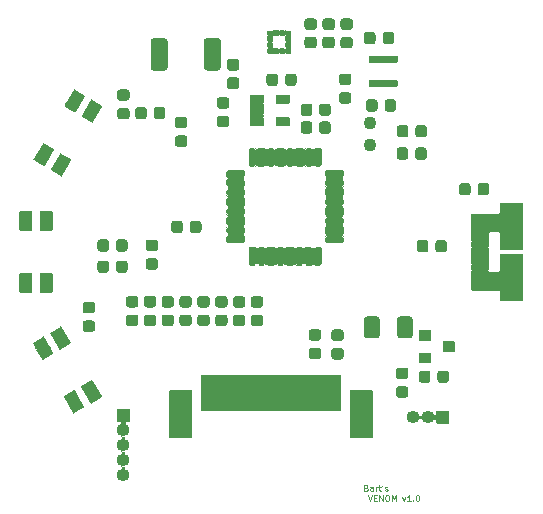
<source format=gbr>
G04 #@! TF.GenerationSoftware,KiCad,Pcbnew,5.1.8-1.fc33*
G04 #@! TF.CreationDate,2020-12-23T22:24:44+01:00*
G04 #@! TF.ProjectId,venom,76656e6f-6d2e-46b6-9963-61645f706362,rev?*
G04 #@! TF.SameCoordinates,Original*
G04 #@! TF.FileFunction,Soldermask,Top*
G04 #@! TF.FilePolarity,Negative*
%FSLAX46Y46*%
G04 Gerber Fmt 4.6, Leading zero omitted, Abs format (unit mm)*
G04 Created by KiCad (PCBNEW 5.1.8-1.fc33) date 2020-12-23 22:24:44*
%MOMM*%
%LPD*%
G01*
G04 APERTURE LIST*
%ADD10C,0.125000*%
%ADD11C,1.102000*%
%ADD12O,1.102000X1.102000*%
%ADD13C,0.100000*%
G04 APERTURE END LIST*
D10*
X167580476Y-138716785D02*
X167651904Y-138740595D01*
X167675714Y-138764404D01*
X167699523Y-138812023D01*
X167699523Y-138883452D01*
X167675714Y-138931071D01*
X167651904Y-138954880D01*
X167604285Y-138978690D01*
X167413809Y-138978690D01*
X167413809Y-138478690D01*
X167580476Y-138478690D01*
X167628095Y-138502500D01*
X167651904Y-138526309D01*
X167675714Y-138573928D01*
X167675714Y-138621547D01*
X167651904Y-138669166D01*
X167628095Y-138692976D01*
X167580476Y-138716785D01*
X167413809Y-138716785D01*
X168128095Y-138978690D02*
X168128095Y-138716785D01*
X168104285Y-138669166D01*
X168056666Y-138645357D01*
X167961428Y-138645357D01*
X167913809Y-138669166D01*
X168128095Y-138954880D02*
X168080476Y-138978690D01*
X167961428Y-138978690D01*
X167913809Y-138954880D01*
X167890000Y-138907261D01*
X167890000Y-138859642D01*
X167913809Y-138812023D01*
X167961428Y-138788214D01*
X168080476Y-138788214D01*
X168128095Y-138764404D01*
X168366190Y-138978690D02*
X168366190Y-138645357D01*
X168366190Y-138740595D02*
X168390000Y-138692976D01*
X168413809Y-138669166D01*
X168461428Y-138645357D01*
X168509047Y-138645357D01*
X168604285Y-138645357D02*
X168794761Y-138645357D01*
X168675714Y-138478690D02*
X168675714Y-138907261D01*
X168699523Y-138954880D01*
X168747142Y-138978690D01*
X168794761Y-138978690D01*
X168985238Y-138478690D02*
X168937619Y-138573928D01*
X169175714Y-138954880D02*
X169223333Y-138978690D01*
X169318571Y-138978690D01*
X169366190Y-138954880D01*
X169390000Y-138907261D01*
X169390000Y-138883452D01*
X169366190Y-138835833D01*
X169318571Y-138812023D01*
X169247142Y-138812023D01*
X169199523Y-138788214D01*
X169175714Y-138740595D01*
X169175714Y-138716785D01*
X169199523Y-138669166D01*
X169247142Y-138645357D01*
X169318571Y-138645357D01*
X169366190Y-138669166D01*
X167735238Y-139353690D02*
X167901904Y-139853690D01*
X168068571Y-139353690D01*
X168235238Y-139591785D02*
X168401904Y-139591785D01*
X168473333Y-139853690D02*
X168235238Y-139853690D01*
X168235238Y-139353690D01*
X168473333Y-139353690D01*
X168687619Y-139853690D02*
X168687619Y-139353690D01*
X168973333Y-139853690D01*
X168973333Y-139353690D01*
X169306666Y-139353690D02*
X169401904Y-139353690D01*
X169449523Y-139377500D01*
X169497142Y-139425119D01*
X169520952Y-139520357D01*
X169520952Y-139687023D01*
X169497142Y-139782261D01*
X169449523Y-139829880D01*
X169401904Y-139853690D01*
X169306666Y-139853690D01*
X169259047Y-139829880D01*
X169211428Y-139782261D01*
X169187619Y-139687023D01*
X169187619Y-139520357D01*
X169211428Y-139425119D01*
X169259047Y-139377500D01*
X169306666Y-139353690D01*
X169735238Y-139853690D02*
X169735238Y-139353690D01*
X169901904Y-139710833D01*
X170068571Y-139353690D01*
X170068571Y-139853690D01*
X170640000Y-139520357D02*
X170759047Y-139853690D01*
X170878095Y-139520357D01*
X171330476Y-139853690D02*
X171044761Y-139853690D01*
X171187619Y-139853690D02*
X171187619Y-139353690D01*
X171140000Y-139425119D01*
X171092380Y-139472738D01*
X171044761Y-139496547D01*
X171544761Y-139806071D02*
X171568571Y-139829880D01*
X171544761Y-139853690D01*
X171520952Y-139829880D01*
X171544761Y-139806071D01*
X171544761Y-139853690D01*
X171878095Y-139353690D02*
X171925714Y-139353690D01*
X171973333Y-139377500D01*
X171997142Y-139401309D01*
X172020952Y-139448928D01*
X172044761Y-139544166D01*
X172044761Y-139663214D01*
X172020952Y-139758452D01*
X171997142Y-139806071D01*
X171973333Y-139829880D01*
X171925714Y-139853690D01*
X171878095Y-139853690D01*
X171830476Y-139829880D01*
X171806666Y-139806071D01*
X171782857Y-139758452D01*
X171759047Y-139663214D01*
X171759047Y-139544166D01*
X171782857Y-139448928D01*
X171806666Y-139401309D01*
X171830476Y-139377500D01*
X171878095Y-139353690D01*
X167580476Y-138716785D02*
X167651904Y-138740595D01*
X167675714Y-138764404D01*
X167699523Y-138812023D01*
X167699523Y-138883452D01*
X167675714Y-138931071D01*
X167651904Y-138954880D01*
X167604285Y-138978690D01*
X167413809Y-138978690D01*
X167413809Y-138478690D01*
X167580476Y-138478690D01*
X167628095Y-138502500D01*
X167651904Y-138526309D01*
X167675714Y-138573928D01*
X167675714Y-138621547D01*
X167651904Y-138669166D01*
X167628095Y-138692976D01*
X167580476Y-138716785D01*
X167413809Y-138716785D01*
X168128095Y-138978690D02*
X168128095Y-138716785D01*
X168104285Y-138669166D01*
X168056666Y-138645357D01*
X167961428Y-138645357D01*
X167913809Y-138669166D01*
X168128095Y-138954880D02*
X168080476Y-138978690D01*
X167961428Y-138978690D01*
X167913809Y-138954880D01*
X167890000Y-138907261D01*
X167890000Y-138859642D01*
X167913809Y-138812023D01*
X167961428Y-138788214D01*
X168080476Y-138788214D01*
X168128095Y-138764404D01*
X168366190Y-138978690D02*
X168366190Y-138645357D01*
X168366190Y-138740595D02*
X168390000Y-138692976D01*
X168413809Y-138669166D01*
X168461428Y-138645357D01*
X168509047Y-138645357D01*
X168604285Y-138645357D02*
X168794761Y-138645357D01*
X168675714Y-138478690D02*
X168675714Y-138907261D01*
X168699523Y-138954880D01*
X168747142Y-138978690D01*
X168794761Y-138978690D01*
X168985238Y-138478690D02*
X168937619Y-138573928D01*
X169175714Y-138954880D02*
X169223333Y-138978690D01*
X169318571Y-138978690D01*
X169366190Y-138954880D01*
X169390000Y-138907261D01*
X169390000Y-138883452D01*
X169366190Y-138835833D01*
X169318571Y-138812023D01*
X169247142Y-138812023D01*
X169199523Y-138788214D01*
X169175714Y-138740595D01*
X169175714Y-138716785D01*
X169199523Y-138669166D01*
X169247142Y-138645357D01*
X169318571Y-138645357D01*
X169366190Y-138669166D01*
X167735238Y-139353690D02*
X167901904Y-139853690D01*
X168068571Y-139353690D01*
X168235238Y-139591785D02*
X168401904Y-139591785D01*
X168473333Y-139853690D02*
X168235238Y-139853690D01*
X168235238Y-139353690D01*
X168473333Y-139353690D01*
X168687619Y-139853690D02*
X168687619Y-139353690D01*
X168973333Y-139853690D01*
X168973333Y-139353690D01*
X169306666Y-139353690D02*
X169401904Y-139353690D01*
X169449523Y-139377500D01*
X169497142Y-139425119D01*
X169520952Y-139520357D01*
X169520952Y-139687023D01*
X169497142Y-139782261D01*
X169449523Y-139829880D01*
X169401904Y-139853690D01*
X169306666Y-139853690D01*
X169259047Y-139829880D01*
X169211428Y-139782261D01*
X169187619Y-139687023D01*
X169187619Y-139520357D01*
X169211428Y-139425119D01*
X169259047Y-139377500D01*
X169306666Y-139353690D01*
X169735238Y-139853690D02*
X169735238Y-139353690D01*
X169901904Y-139710833D01*
X170068571Y-139353690D01*
X170068571Y-139853690D01*
X170640000Y-139520357D02*
X170759047Y-139853690D01*
X170878095Y-139520357D01*
X171330476Y-139853690D02*
X171044761Y-139853690D01*
X171187619Y-139853690D02*
X171187619Y-139353690D01*
X171140000Y-139425119D01*
X171092380Y-139472738D01*
X171044761Y-139496547D01*
X171544761Y-139806071D02*
X171568571Y-139829880D01*
X171544761Y-139853690D01*
X171520952Y-139829880D01*
X171544761Y-139806071D01*
X171544761Y-139853690D01*
X171878095Y-139353690D02*
X171925714Y-139353690D01*
X171973333Y-139377500D01*
X171997142Y-139401309D01*
X172020952Y-139448928D01*
X172044761Y-139544166D01*
X172044761Y-139663214D01*
X172020952Y-139758452D01*
X171997142Y-139806071D01*
X171973333Y-139829880D01*
X171925714Y-139853690D01*
X171878095Y-139853690D01*
X171830476Y-139829880D01*
X171806666Y-139806071D01*
X171782857Y-139758452D01*
X171759047Y-139663214D01*
X171759047Y-139544166D01*
X171782857Y-139448928D01*
X171806666Y-139401309D01*
X171830476Y-139377500D01*
X171878095Y-139353690D01*
D11*
X167894000Y-109728000D03*
X167894000Y-107828000D03*
G36*
G01*
X167870000Y-104204000D02*
X168220000Y-104204000D01*
G75*
G02*
X168271000Y-104255000I0J-51000D01*
G01*
X168271000Y-104755000D01*
G75*
G02*
X168220000Y-104806000I-51000J0D01*
G01*
X167870000Y-104806000D01*
G75*
G02*
X167819000Y-104755000I0J51000D01*
G01*
X167819000Y-104255000D01*
G75*
G02*
X167870000Y-104204000I51000J0D01*
G01*
G37*
G36*
G01*
X168520000Y-104204000D02*
X168870000Y-104204000D01*
G75*
G02*
X168921000Y-104255000I0J-51000D01*
G01*
X168921000Y-104755000D01*
G75*
G02*
X168870000Y-104806000I-51000J0D01*
G01*
X168520000Y-104806000D01*
G75*
G02*
X168469000Y-104755000I0J51000D01*
G01*
X168469000Y-104255000D01*
G75*
G02*
X168520000Y-104204000I51000J0D01*
G01*
G37*
G36*
G01*
X169170000Y-104204000D02*
X169520000Y-104204000D01*
G75*
G02*
X169571000Y-104255000I0J-51000D01*
G01*
X169571000Y-104755000D01*
G75*
G02*
X169520000Y-104806000I-51000J0D01*
G01*
X169170000Y-104806000D01*
G75*
G02*
X169119000Y-104755000I0J51000D01*
G01*
X169119000Y-104255000D01*
G75*
G02*
X169170000Y-104204000I51000J0D01*
G01*
G37*
G36*
G01*
X169820000Y-104204000D02*
X170170000Y-104204000D01*
G75*
G02*
X170221000Y-104255000I0J-51000D01*
G01*
X170221000Y-104755000D01*
G75*
G02*
X170170000Y-104806000I-51000J0D01*
G01*
X169820000Y-104806000D01*
G75*
G02*
X169769000Y-104755000I0J51000D01*
G01*
X169769000Y-104255000D01*
G75*
G02*
X169820000Y-104204000I51000J0D01*
G01*
G37*
G36*
G01*
X169820000Y-102154000D02*
X170170000Y-102154000D01*
G75*
G02*
X170221000Y-102205000I0J-51000D01*
G01*
X170221000Y-102705000D01*
G75*
G02*
X170170000Y-102756000I-51000J0D01*
G01*
X169820000Y-102756000D01*
G75*
G02*
X169769000Y-102705000I0J51000D01*
G01*
X169769000Y-102205000D01*
G75*
G02*
X169820000Y-102154000I51000J0D01*
G01*
G37*
G36*
G01*
X169170000Y-102154000D02*
X169520000Y-102154000D01*
G75*
G02*
X169571000Y-102205000I0J-51000D01*
G01*
X169571000Y-102705000D01*
G75*
G02*
X169520000Y-102756000I-51000J0D01*
G01*
X169170000Y-102756000D01*
G75*
G02*
X169119000Y-102705000I0J51000D01*
G01*
X169119000Y-102205000D01*
G75*
G02*
X169170000Y-102154000I51000J0D01*
G01*
G37*
G36*
G01*
X168520000Y-102154000D02*
X168870000Y-102154000D01*
G75*
G02*
X168921000Y-102205000I0J-51000D01*
G01*
X168921000Y-102705000D01*
G75*
G02*
X168870000Y-102756000I-51000J0D01*
G01*
X168520000Y-102756000D01*
G75*
G02*
X168469000Y-102705000I0J51000D01*
G01*
X168469000Y-102205000D01*
G75*
G02*
X168520000Y-102154000I51000J0D01*
G01*
G37*
G36*
G01*
X167870000Y-102154000D02*
X168220000Y-102154000D01*
G75*
G02*
X168271000Y-102205000I0J-51000D01*
G01*
X168271000Y-102705000D01*
G75*
G02*
X168220000Y-102756000I-51000J0D01*
G01*
X167870000Y-102756000D01*
G75*
G02*
X167819000Y-102705000I0J51000D01*
G01*
X167819000Y-102205000D01*
G75*
G02*
X167870000Y-102154000I51000J0D01*
G01*
G37*
G36*
G01*
X166209000Y-134510000D02*
X166209000Y-130510000D01*
G75*
G02*
X166260000Y-130459000I51000J0D01*
G01*
X168060000Y-130459000D01*
G75*
G02*
X168111000Y-130510000I0J-51000D01*
G01*
X168111000Y-134510000D01*
G75*
G02*
X168060000Y-134561000I-51000J0D01*
G01*
X166260000Y-134561000D01*
G75*
G02*
X166209000Y-134510000I0J51000D01*
G01*
G37*
G36*
G01*
X150909000Y-134510000D02*
X150909000Y-130510000D01*
G75*
G02*
X150960000Y-130459000I51000J0D01*
G01*
X152760000Y-130459000D01*
G75*
G02*
X152811000Y-130510000I0J-51000D01*
G01*
X152811000Y-134510000D01*
G75*
G02*
X152760000Y-134561000I-51000J0D01*
G01*
X150960000Y-134561000D01*
G75*
G02*
X150909000Y-134510000I0J51000D01*
G01*
G37*
G36*
G01*
X153559000Y-132210000D02*
X153559000Y-129210000D01*
G75*
G02*
X153610000Y-129159000I51000J0D01*
G01*
X153910000Y-129159000D01*
G75*
G02*
X153961000Y-129210000I0J-51000D01*
G01*
X153961000Y-132210000D01*
G75*
G02*
X153910000Y-132261000I-51000J0D01*
G01*
X153610000Y-132261000D01*
G75*
G02*
X153559000Y-132210000I0J51000D01*
G01*
G37*
G36*
G01*
X154059000Y-132210000D02*
X154059000Y-129210000D01*
G75*
G02*
X154110000Y-129159000I51000J0D01*
G01*
X154410000Y-129159000D01*
G75*
G02*
X154461000Y-129210000I0J-51000D01*
G01*
X154461000Y-132210000D01*
G75*
G02*
X154410000Y-132261000I-51000J0D01*
G01*
X154110000Y-132261000D01*
G75*
G02*
X154059000Y-132210000I0J51000D01*
G01*
G37*
G36*
G01*
X154559000Y-132210000D02*
X154559000Y-129210000D01*
G75*
G02*
X154610000Y-129159000I51000J0D01*
G01*
X154910000Y-129159000D01*
G75*
G02*
X154961000Y-129210000I0J-51000D01*
G01*
X154961000Y-132210000D01*
G75*
G02*
X154910000Y-132261000I-51000J0D01*
G01*
X154610000Y-132261000D01*
G75*
G02*
X154559000Y-132210000I0J51000D01*
G01*
G37*
G36*
G01*
X155059000Y-132210000D02*
X155059000Y-129210000D01*
G75*
G02*
X155110000Y-129159000I51000J0D01*
G01*
X155410000Y-129159000D01*
G75*
G02*
X155461000Y-129210000I0J-51000D01*
G01*
X155461000Y-132210000D01*
G75*
G02*
X155410000Y-132261000I-51000J0D01*
G01*
X155110000Y-132261000D01*
G75*
G02*
X155059000Y-132210000I0J51000D01*
G01*
G37*
G36*
G01*
X155559000Y-132210000D02*
X155559000Y-129210000D01*
G75*
G02*
X155610000Y-129159000I51000J0D01*
G01*
X155910000Y-129159000D01*
G75*
G02*
X155961000Y-129210000I0J-51000D01*
G01*
X155961000Y-132210000D01*
G75*
G02*
X155910000Y-132261000I-51000J0D01*
G01*
X155610000Y-132261000D01*
G75*
G02*
X155559000Y-132210000I0J51000D01*
G01*
G37*
G36*
G01*
X156059000Y-132210000D02*
X156059000Y-129210000D01*
G75*
G02*
X156110000Y-129159000I51000J0D01*
G01*
X156410000Y-129159000D01*
G75*
G02*
X156461000Y-129210000I0J-51000D01*
G01*
X156461000Y-132210000D01*
G75*
G02*
X156410000Y-132261000I-51000J0D01*
G01*
X156110000Y-132261000D01*
G75*
G02*
X156059000Y-132210000I0J51000D01*
G01*
G37*
G36*
G01*
X156559000Y-132210000D02*
X156559000Y-129210000D01*
G75*
G02*
X156610000Y-129159000I51000J0D01*
G01*
X156910000Y-129159000D01*
G75*
G02*
X156961000Y-129210000I0J-51000D01*
G01*
X156961000Y-132210000D01*
G75*
G02*
X156910000Y-132261000I-51000J0D01*
G01*
X156610000Y-132261000D01*
G75*
G02*
X156559000Y-132210000I0J51000D01*
G01*
G37*
G36*
G01*
X157059000Y-132210000D02*
X157059000Y-129210000D01*
G75*
G02*
X157110000Y-129159000I51000J0D01*
G01*
X157410000Y-129159000D01*
G75*
G02*
X157461000Y-129210000I0J-51000D01*
G01*
X157461000Y-132210000D01*
G75*
G02*
X157410000Y-132261000I-51000J0D01*
G01*
X157110000Y-132261000D01*
G75*
G02*
X157059000Y-132210000I0J51000D01*
G01*
G37*
G36*
G01*
X157559000Y-132210000D02*
X157559000Y-129210000D01*
G75*
G02*
X157610000Y-129159000I51000J0D01*
G01*
X157910000Y-129159000D01*
G75*
G02*
X157961000Y-129210000I0J-51000D01*
G01*
X157961000Y-132210000D01*
G75*
G02*
X157910000Y-132261000I-51000J0D01*
G01*
X157610000Y-132261000D01*
G75*
G02*
X157559000Y-132210000I0J51000D01*
G01*
G37*
G36*
G01*
X158059000Y-132210000D02*
X158059000Y-129210000D01*
G75*
G02*
X158110000Y-129159000I51000J0D01*
G01*
X158410000Y-129159000D01*
G75*
G02*
X158461000Y-129210000I0J-51000D01*
G01*
X158461000Y-132210000D01*
G75*
G02*
X158410000Y-132261000I-51000J0D01*
G01*
X158110000Y-132261000D01*
G75*
G02*
X158059000Y-132210000I0J51000D01*
G01*
G37*
G36*
G01*
X158559000Y-132210000D02*
X158559000Y-129210000D01*
G75*
G02*
X158610000Y-129159000I51000J0D01*
G01*
X158910000Y-129159000D01*
G75*
G02*
X158961000Y-129210000I0J-51000D01*
G01*
X158961000Y-132210000D01*
G75*
G02*
X158910000Y-132261000I-51000J0D01*
G01*
X158610000Y-132261000D01*
G75*
G02*
X158559000Y-132210000I0J51000D01*
G01*
G37*
G36*
G01*
X159059000Y-132210000D02*
X159059000Y-129210000D01*
G75*
G02*
X159110000Y-129159000I51000J0D01*
G01*
X159410000Y-129159000D01*
G75*
G02*
X159461000Y-129210000I0J-51000D01*
G01*
X159461000Y-132210000D01*
G75*
G02*
X159410000Y-132261000I-51000J0D01*
G01*
X159110000Y-132261000D01*
G75*
G02*
X159059000Y-132210000I0J51000D01*
G01*
G37*
G36*
G01*
X159559000Y-132210000D02*
X159559000Y-129210000D01*
G75*
G02*
X159610000Y-129159000I51000J0D01*
G01*
X159910000Y-129159000D01*
G75*
G02*
X159961000Y-129210000I0J-51000D01*
G01*
X159961000Y-132210000D01*
G75*
G02*
X159910000Y-132261000I-51000J0D01*
G01*
X159610000Y-132261000D01*
G75*
G02*
X159559000Y-132210000I0J51000D01*
G01*
G37*
G36*
G01*
X160059000Y-132210000D02*
X160059000Y-129210000D01*
G75*
G02*
X160110000Y-129159000I51000J0D01*
G01*
X160410000Y-129159000D01*
G75*
G02*
X160461000Y-129210000I0J-51000D01*
G01*
X160461000Y-132210000D01*
G75*
G02*
X160410000Y-132261000I-51000J0D01*
G01*
X160110000Y-132261000D01*
G75*
G02*
X160059000Y-132210000I0J51000D01*
G01*
G37*
G36*
G01*
X160559000Y-132210000D02*
X160559000Y-129210000D01*
G75*
G02*
X160610000Y-129159000I51000J0D01*
G01*
X160910000Y-129159000D01*
G75*
G02*
X160961000Y-129210000I0J-51000D01*
G01*
X160961000Y-132210000D01*
G75*
G02*
X160910000Y-132261000I-51000J0D01*
G01*
X160610000Y-132261000D01*
G75*
G02*
X160559000Y-132210000I0J51000D01*
G01*
G37*
G36*
G01*
X161059000Y-132210000D02*
X161059000Y-129210000D01*
G75*
G02*
X161110000Y-129159000I51000J0D01*
G01*
X161410000Y-129159000D01*
G75*
G02*
X161461000Y-129210000I0J-51000D01*
G01*
X161461000Y-132210000D01*
G75*
G02*
X161410000Y-132261000I-51000J0D01*
G01*
X161110000Y-132261000D01*
G75*
G02*
X161059000Y-132210000I0J51000D01*
G01*
G37*
G36*
G01*
X161559000Y-132210000D02*
X161559000Y-129210000D01*
G75*
G02*
X161610000Y-129159000I51000J0D01*
G01*
X161910000Y-129159000D01*
G75*
G02*
X161961000Y-129210000I0J-51000D01*
G01*
X161961000Y-132210000D01*
G75*
G02*
X161910000Y-132261000I-51000J0D01*
G01*
X161610000Y-132261000D01*
G75*
G02*
X161559000Y-132210000I0J51000D01*
G01*
G37*
G36*
G01*
X162059000Y-132210000D02*
X162059000Y-129210000D01*
G75*
G02*
X162110000Y-129159000I51000J0D01*
G01*
X162410000Y-129159000D01*
G75*
G02*
X162461000Y-129210000I0J-51000D01*
G01*
X162461000Y-132210000D01*
G75*
G02*
X162410000Y-132261000I-51000J0D01*
G01*
X162110000Y-132261000D01*
G75*
G02*
X162059000Y-132210000I0J51000D01*
G01*
G37*
G36*
G01*
X162559000Y-132210000D02*
X162559000Y-129210000D01*
G75*
G02*
X162610000Y-129159000I51000J0D01*
G01*
X162910000Y-129159000D01*
G75*
G02*
X162961000Y-129210000I0J-51000D01*
G01*
X162961000Y-132210000D01*
G75*
G02*
X162910000Y-132261000I-51000J0D01*
G01*
X162610000Y-132261000D01*
G75*
G02*
X162559000Y-132210000I0J51000D01*
G01*
G37*
G36*
G01*
X163059000Y-132210000D02*
X163059000Y-129210000D01*
G75*
G02*
X163110000Y-129159000I51000J0D01*
G01*
X163410000Y-129159000D01*
G75*
G02*
X163461000Y-129210000I0J-51000D01*
G01*
X163461000Y-132210000D01*
G75*
G02*
X163410000Y-132261000I-51000J0D01*
G01*
X163110000Y-132261000D01*
G75*
G02*
X163059000Y-132210000I0J51000D01*
G01*
G37*
G36*
G01*
X163559000Y-132210000D02*
X163559000Y-129210000D01*
G75*
G02*
X163610000Y-129159000I51000J0D01*
G01*
X163910000Y-129159000D01*
G75*
G02*
X163961000Y-129210000I0J-51000D01*
G01*
X163961000Y-132210000D01*
G75*
G02*
X163910000Y-132261000I-51000J0D01*
G01*
X163610000Y-132261000D01*
G75*
G02*
X163559000Y-132210000I0J51000D01*
G01*
G37*
G36*
G01*
X164059000Y-132210000D02*
X164059000Y-129210000D01*
G75*
G02*
X164110000Y-129159000I51000J0D01*
G01*
X164410000Y-129159000D01*
G75*
G02*
X164461000Y-129210000I0J-51000D01*
G01*
X164461000Y-132210000D01*
G75*
G02*
X164410000Y-132261000I-51000J0D01*
G01*
X164110000Y-132261000D01*
G75*
G02*
X164059000Y-132210000I0J51000D01*
G01*
G37*
G36*
G01*
X164559000Y-132210000D02*
X164559000Y-129210000D01*
G75*
G02*
X164610000Y-129159000I51000J0D01*
G01*
X164910000Y-129159000D01*
G75*
G02*
X164961000Y-129210000I0J-51000D01*
G01*
X164961000Y-132210000D01*
G75*
G02*
X164910000Y-132261000I-51000J0D01*
G01*
X164610000Y-132261000D01*
G75*
G02*
X164559000Y-132210000I0J51000D01*
G01*
G37*
G36*
G01*
X165059000Y-132210000D02*
X165059000Y-129210000D01*
G75*
G02*
X165110000Y-129159000I51000J0D01*
G01*
X165410000Y-129159000D01*
G75*
G02*
X165461000Y-129210000I0J-51000D01*
G01*
X165461000Y-132210000D01*
G75*
G02*
X165410000Y-132261000I-51000J0D01*
G01*
X165110000Y-132261000D01*
G75*
G02*
X165059000Y-132210000I0J51000D01*
G01*
G37*
G36*
G01*
X140837609Y-125596346D02*
X141703635Y-125096346D01*
G75*
G02*
X141773302Y-125115013I25500J-44167D01*
G01*
X142548302Y-126457353D01*
G75*
G02*
X142529635Y-126527020I-44167J-25500D01*
G01*
X141663609Y-127027020D01*
G75*
G02*
X141593942Y-127008353I-25500J44167D01*
G01*
X140818942Y-125666013D01*
G75*
G02*
X140837609Y-125596346I44167J25500D01*
G01*
G37*
G36*
G01*
X143462609Y-130142980D02*
X144328635Y-129642980D01*
G75*
G02*
X144398302Y-129661647I25500J-44167D01*
G01*
X145173302Y-131003987D01*
G75*
G02*
X145154635Y-131073654I-44167J-25500D01*
G01*
X144288609Y-131573654D01*
G75*
G02*
X144218942Y-131554987I-25500J44167D01*
G01*
X143443942Y-130212647D01*
G75*
G02*
X143462609Y-130142980I44167J25500D01*
G01*
G37*
G36*
G01*
X141990365Y-130992980D02*
X142856391Y-130492980D01*
G75*
G02*
X142926058Y-130511647I25500J-44167D01*
G01*
X143701058Y-131853987D01*
G75*
G02*
X143682391Y-131923654I-44167J-25500D01*
G01*
X142816365Y-132423654D01*
G75*
G02*
X142746698Y-132404987I-25500J44167D01*
G01*
X141971698Y-131062647D01*
G75*
G02*
X141990365Y-130992980I44167J25500D01*
G01*
G37*
G36*
G01*
X139365365Y-126446346D02*
X140231391Y-125946346D01*
G75*
G02*
X140301058Y-125965013I25500J-44167D01*
G01*
X141076058Y-127307353D01*
G75*
G02*
X141057391Y-127377020I-44167J-25500D01*
G01*
X140191365Y-127877020D01*
G75*
G02*
X140121698Y-127858353I-25500J44167D01*
G01*
X139346698Y-126516013D01*
G75*
G02*
X139365365Y-126446346I44167J25500D01*
G01*
G37*
G36*
G01*
X155266000Y-100932887D02*
X155266000Y-103147113D01*
G75*
G02*
X154997113Y-103416000I-268887J0D01*
G01*
X154082887Y-103416000D01*
G75*
G02*
X153814000Y-103147113I0J268887D01*
G01*
X153814000Y-100932887D01*
G75*
G02*
X154082887Y-100664000I268887J0D01*
G01*
X154997113Y-100664000D01*
G75*
G02*
X155266000Y-100932887I0J-268887D01*
G01*
G37*
G36*
G01*
X150766000Y-100932887D02*
X150766000Y-103147113D01*
G75*
G02*
X150497113Y-103416000I-268887J0D01*
G01*
X149582887Y-103416000D01*
G75*
G02*
X149314000Y-103147113I0J268887D01*
G01*
X149314000Y-100932887D01*
G75*
G02*
X149582887Y-100664000I268887J0D01*
G01*
X150497113Y-100664000D01*
G75*
G02*
X150766000Y-100932887I0J-268887D01*
G01*
G37*
G36*
G01*
X168357000Y-100378250D02*
X168357000Y-100941750D01*
G75*
G02*
X168112750Y-101186000I-244250J0D01*
G01*
X167624250Y-101186000D01*
G75*
G02*
X167380000Y-100941750I0J244250D01*
G01*
X167380000Y-100378250D01*
G75*
G02*
X167624250Y-100134000I244250J0D01*
G01*
X168112750Y-100134000D01*
G75*
G02*
X168357000Y-100378250I0J-244250D01*
G01*
G37*
G36*
G01*
X169932000Y-100378250D02*
X169932000Y-100941750D01*
G75*
G02*
X169687750Y-101186000I-244250J0D01*
G01*
X169199250Y-101186000D01*
G75*
G02*
X168955000Y-100941750I0J244250D01*
G01*
X168955000Y-100378250D01*
G75*
G02*
X169199250Y-100134000I244250J0D01*
G01*
X169687750Y-100134000D01*
G75*
G02*
X169932000Y-100378250I0J-244250D01*
G01*
G37*
G36*
G01*
X166191750Y-101536000D02*
X165628250Y-101536000D01*
G75*
G02*
X165384000Y-101291750I0J244250D01*
G01*
X165384000Y-100803250D01*
G75*
G02*
X165628250Y-100559000I244250J0D01*
G01*
X166191750Y-100559000D01*
G75*
G02*
X166436000Y-100803250I0J-244250D01*
G01*
X166436000Y-101291750D01*
G75*
G02*
X166191750Y-101536000I-244250J0D01*
G01*
G37*
G36*
G01*
X166191750Y-99961000D02*
X165628250Y-99961000D01*
G75*
G02*
X165384000Y-99716750I0J244250D01*
G01*
X165384000Y-99228250D01*
G75*
G02*
X165628250Y-98984000I244250J0D01*
G01*
X166191750Y-98984000D01*
G75*
G02*
X166436000Y-99228250I0J-244250D01*
G01*
X166436000Y-99716750D01*
G75*
G02*
X166191750Y-99961000I-244250J0D01*
G01*
G37*
G36*
G01*
X170144000Y-110721750D02*
X170144000Y-110158250D01*
G75*
G02*
X170388250Y-109914000I244250J0D01*
G01*
X170876750Y-109914000D01*
G75*
G02*
X171121000Y-110158250I0J-244250D01*
G01*
X171121000Y-110721750D01*
G75*
G02*
X170876750Y-110966000I-244250J0D01*
G01*
X170388250Y-110966000D01*
G75*
G02*
X170144000Y-110721750I0J244250D01*
G01*
G37*
G36*
G01*
X171719000Y-110721750D02*
X171719000Y-110158250D01*
G75*
G02*
X171963250Y-109914000I244250J0D01*
G01*
X172451750Y-109914000D01*
G75*
G02*
X172696000Y-110158250I0J-244250D01*
G01*
X172696000Y-110721750D01*
G75*
G02*
X172451750Y-110966000I-244250J0D01*
G01*
X171963250Y-110966000D01*
G75*
G02*
X171719000Y-110721750I0J244250D01*
G01*
G37*
G36*
G01*
X171739000Y-108831750D02*
X171739000Y-108268250D01*
G75*
G02*
X171983250Y-108024000I244250J0D01*
G01*
X172471750Y-108024000D01*
G75*
G02*
X172716000Y-108268250I0J-244250D01*
G01*
X172716000Y-108831750D01*
G75*
G02*
X172471750Y-109076000I-244250J0D01*
G01*
X171983250Y-109076000D01*
G75*
G02*
X171739000Y-108831750I0J244250D01*
G01*
G37*
G36*
G01*
X170164000Y-108831750D02*
X170164000Y-108268250D01*
G75*
G02*
X170408250Y-108024000I244250J0D01*
G01*
X170896750Y-108024000D01*
G75*
G02*
X171141000Y-108268250I0J-244250D01*
G01*
X171141000Y-108831750D01*
G75*
G02*
X170896750Y-109076000I-244250J0D01*
G01*
X170408250Y-109076000D01*
G75*
G02*
X170164000Y-108831750I0J244250D01*
G01*
G37*
G36*
G01*
X173429000Y-118561750D02*
X173429000Y-117998250D01*
G75*
G02*
X173673250Y-117754000I244250J0D01*
G01*
X174161750Y-117754000D01*
G75*
G02*
X174406000Y-117998250I0J-244250D01*
G01*
X174406000Y-118561750D01*
G75*
G02*
X174161750Y-118806000I-244250J0D01*
G01*
X173673250Y-118806000D01*
G75*
G02*
X173429000Y-118561750I0J244250D01*
G01*
G37*
G36*
G01*
X171854000Y-118561750D02*
X171854000Y-117998250D01*
G75*
G02*
X172098250Y-117754000I244250J0D01*
G01*
X172586750Y-117754000D01*
G75*
G02*
X172831000Y-117998250I0J-244250D01*
G01*
X172831000Y-118561750D01*
G75*
G02*
X172586750Y-118806000I-244250J0D01*
G01*
X172098250Y-118806000D01*
G75*
G02*
X171854000Y-118561750I0J244250D01*
G01*
G37*
G36*
G01*
X165421750Y-127876000D02*
X164858250Y-127876000D01*
G75*
G02*
X164614000Y-127631750I0J244250D01*
G01*
X164614000Y-127143250D01*
G75*
G02*
X164858250Y-126899000I244250J0D01*
G01*
X165421750Y-126899000D01*
G75*
G02*
X165666000Y-127143250I0J-244250D01*
G01*
X165666000Y-127631750D01*
G75*
G02*
X165421750Y-127876000I-244250J0D01*
G01*
G37*
G36*
G01*
X165421750Y-126301000D02*
X164858250Y-126301000D01*
G75*
G02*
X164614000Y-126056750I0J244250D01*
G01*
X164614000Y-125568250D01*
G75*
G02*
X164858250Y-125324000I244250J0D01*
G01*
X165421750Y-125324000D01*
G75*
G02*
X165666000Y-125568250I0J-244250D01*
G01*
X165666000Y-126056750D01*
G75*
G02*
X165421750Y-126301000I-244250J0D01*
G01*
G37*
G36*
G01*
X163511750Y-127856000D02*
X162948250Y-127856000D01*
G75*
G02*
X162704000Y-127611750I0J244250D01*
G01*
X162704000Y-127123250D01*
G75*
G02*
X162948250Y-126879000I244250J0D01*
G01*
X163511750Y-126879000D01*
G75*
G02*
X163756000Y-127123250I0J-244250D01*
G01*
X163756000Y-127611750D01*
G75*
G02*
X163511750Y-127856000I-244250J0D01*
G01*
G37*
G36*
G01*
X163511750Y-126281000D02*
X162948250Y-126281000D01*
G75*
G02*
X162704000Y-126036750I0J244250D01*
G01*
X162704000Y-125548250D01*
G75*
G02*
X162948250Y-125304000I244250J0D01*
G01*
X163511750Y-125304000D01*
G75*
G02*
X163756000Y-125548250I0J-244250D01*
G01*
X163756000Y-126036750D01*
G75*
G02*
X163511750Y-126281000I-244250J0D01*
G01*
G37*
G36*
G01*
X158601750Y-123481000D02*
X158038250Y-123481000D01*
G75*
G02*
X157794000Y-123236750I0J244250D01*
G01*
X157794000Y-122748250D01*
G75*
G02*
X158038250Y-122504000I244250J0D01*
G01*
X158601750Y-122504000D01*
G75*
G02*
X158846000Y-122748250I0J-244250D01*
G01*
X158846000Y-123236750D01*
G75*
G02*
X158601750Y-123481000I-244250J0D01*
G01*
G37*
G36*
G01*
X158601750Y-125056000D02*
X158038250Y-125056000D01*
G75*
G02*
X157794000Y-124811750I0J244250D01*
G01*
X157794000Y-124323250D01*
G75*
G02*
X158038250Y-124079000I244250J0D01*
G01*
X158601750Y-124079000D01*
G75*
G02*
X158846000Y-124323250I0J-244250D01*
G01*
X158846000Y-124811750D01*
G75*
G02*
X158601750Y-125056000I-244250J0D01*
G01*
G37*
G36*
G01*
X157091750Y-123481000D02*
X156528250Y-123481000D01*
G75*
G02*
X156284000Y-123236750I0J244250D01*
G01*
X156284000Y-122748250D01*
G75*
G02*
X156528250Y-122504000I244250J0D01*
G01*
X157091750Y-122504000D01*
G75*
G02*
X157336000Y-122748250I0J-244250D01*
G01*
X157336000Y-123236750D01*
G75*
G02*
X157091750Y-123481000I-244250J0D01*
G01*
G37*
G36*
G01*
X157091750Y-125056000D02*
X156528250Y-125056000D01*
G75*
G02*
X156284000Y-124811750I0J244250D01*
G01*
X156284000Y-124323250D01*
G75*
G02*
X156528250Y-124079000I244250J0D01*
G01*
X157091750Y-124079000D01*
G75*
G02*
X157336000Y-124323250I0J-244250D01*
G01*
X157336000Y-124811750D01*
G75*
G02*
X157091750Y-125056000I-244250J0D01*
G01*
G37*
G36*
G01*
X155581750Y-125056000D02*
X155018250Y-125056000D01*
G75*
G02*
X154774000Y-124811750I0J244250D01*
G01*
X154774000Y-124323250D01*
G75*
G02*
X155018250Y-124079000I244250J0D01*
G01*
X155581750Y-124079000D01*
G75*
G02*
X155826000Y-124323250I0J-244250D01*
G01*
X155826000Y-124811750D01*
G75*
G02*
X155581750Y-125056000I-244250J0D01*
G01*
G37*
G36*
G01*
X155581750Y-123481000D02*
X155018250Y-123481000D01*
G75*
G02*
X154774000Y-123236750I0J244250D01*
G01*
X154774000Y-122748250D01*
G75*
G02*
X155018250Y-122504000I244250J0D01*
G01*
X155581750Y-122504000D01*
G75*
G02*
X155826000Y-122748250I0J-244250D01*
G01*
X155826000Y-123236750D01*
G75*
G02*
X155581750Y-123481000I-244250J0D01*
G01*
G37*
G36*
G01*
X154071750Y-125046000D02*
X153508250Y-125046000D01*
G75*
G02*
X153264000Y-124801750I0J244250D01*
G01*
X153264000Y-124313250D01*
G75*
G02*
X153508250Y-124069000I244250J0D01*
G01*
X154071750Y-124069000D01*
G75*
G02*
X154316000Y-124313250I0J-244250D01*
G01*
X154316000Y-124801750D01*
G75*
G02*
X154071750Y-125046000I-244250J0D01*
G01*
G37*
G36*
G01*
X154071750Y-123471000D02*
X153508250Y-123471000D01*
G75*
G02*
X153264000Y-123226750I0J244250D01*
G01*
X153264000Y-122738250D01*
G75*
G02*
X153508250Y-122494000I244250J0D01*
G01*
X154071750Y-122494000D01*
G75*
G02*
X154316000Y-122738250I0J-244250D01*
G01*
X154316000Y-123226750D01*
G75*
G02*
X154071750Y-123471000I-244250J0D01*
G01*
G37*
G36*
G01*
X152561750Y-123471000D02*
X151998250Y-123471000D01*
G75*
G02*
X151754000Y-123226750I0J244250D01*
G01*
X151754000Y-122738250D01*
G75*
G02*
X151998250Y-122494000I244250J0D01*
G01*
X152561750Y-122494000D01*
G75*
G02*
X152806000Y-122738250I0J-244250D01*
G01*
X152806000Y-123226750D01*
G75*
G02*
X152561750Y-123471000I-244250J0D01*
G01*
G37*
G36*
G01*
X152561750Y-125046000D02*
X151998250Y-125046000D01*
G75*
G02*
X151754000Y-124801750I0J244250D01*
G01*
X151754000Y-124313250D01*
G75*
G02*
X151998250Y-124069000I244250J0D01*
G01*
X152561750Y-124069000D01*
G75*
G02*
X152806000Y-124313250I0J-244250D01*
G01*
X152806000Y-124801750D01*
G75*
G02*
X152561750Y-125046000I-244250J0D01*
G01*
G37*
G36*
G01*
X151051750Y-125046000D02*
X150488250Y-125046000D01*
G75*
G02*
X150244000Y-124801750I0J244250D01*
G01*
X150244000Y-124313250D01*
G75*
G02*
X150488250Y-124069000I244250J0D01*
G01*
X151051750Y-124069000D01*
G75*
G02*
X151296000Y-124313250I0J-244250D01*
G01*
X151296000Y-124801750D01*
G75*
G02*
X151051750Y-125046000I-244250J0D01*
G01*
G37*
G36*
G01*
X151051750Y-123471000D02*
X150488250Y-123471000D01*
G75*
G02*
X150244000Y-123226750I0J244250D01*
G01*
X150244000Y-122738250D01*
G75*
G02*
X150488250Y-122494000I244250J0D01*
G01*
X151051750Y-122494000D01*
G75*
G02*
X151296000Y-122738250I0J-244250D01*
G01*
X151296000Y-123226750D01*
G75*
G02*
X151051750Y-123471000I-244250J0D01*
G01*
G37*
G36*
G01*
X149541750Y-123471000D02*
X148978250Y-123471000D01*
G75*
G02*
X148734000Y-123226750I0J244250D01*
G01*
X148734000Y-122738250D01*
G75*
G02*
X148978250Y-122494000I244250J0D01*
G01*
X149541750Y-122494000D01*
G75*
G02*
X149786000Y-122738250I0J-244250D01*
G01*
X149786000Y-123226750D01*
G75*
G02*
X149541750Y-123471000I-244250J0D01*
G01*
G37*
G36*
G01*
X149541750Y-125046000D02*
X148978250Y-125046000D01*
G75*
G02*
X148734000Y-124801750I0J244250D01*
G01*
X148734000Y-124313250D01*
G75*
G02*
X148978250Y-124069000I244250J0D01*
G01*
X149541750Y-124069000D01*
G75*
G02*
X149786000Y-124313250I0J-244250D01*
G01*
X149786000Y-124801750D01*
G75*
G02*
X149541750Y-125046000I-244250J0D01*
G01*
G37*
G36*
G01*
X148031750Y-123471000D02*
X147468250Y-123471000D01*
G75*
G02*
X147224000Y-123226750I0J244250D01*
G01*
X147224000Y-122738250D01*
G75*
G02*
X147468250Y-122494000I244250J0D01*
G01*
X148031750Y-122494000D01*
G75*
G02*
X148276000Y-122738250I0J-244250D01*
G01*
X148276000Y-123226750D01*
G75*
G02*
X148031750Y-123471000I-244250J0D01*
G01*
G37*
G36*
G01*
X148031750Y-125046000D02*
X147468250Y-125046000D01*
G75*
G02*
X147224000Y-124801750I0J244250D01*
G01*
X147224000Y-124313250D01*
G75*
G02*
X147468250Y-124069000I244250J0D01*
G01*
X148031750Y-124069000D01*
G75*
G02*
X148276000Y-124313250I0J-244250D01*
G01*
X148276000Y-124801750D01*
G75*
G02*
X148031750Y-125046000I-244250J0D01*
G01*
G37*
G36*
G01*
X155166250Y-107233000D02*
X155729750Y-107233000D01*
G75*
G02*
X155974000Y-107477250I0J-244250D01*
G01*
X155974000Y-107965750D01*
G75*
G02*
X155729750Y-108210000I-244250J0D01*
G01*
X155166250Y-108210000D01*
G75*
G02*
X154922000Y-107965750I0J244250D01*
G01*
X154922000Y-107477250D01*
G75*
G02*
X155166250Y-107233000I244250J0D01*
G01*
G37*
G36*
G01*
X155166250Y-105658000D02*
X155729750Y-105658000D01*
G75*
G02*
X155974000Y-105902250I0J-244250D01*
G01*
X155974000Y-106390750D01*
G75*
G02*
X155729750Y-106635000I-244250J0D01*
G01*
X155166250Y-106635000D01*
G75*
G02*
X154922000Y-106390750I0J244250D01*
G01*
X154922000Y-105902250D01*
G75*
G02*
X155166250Y-105658000I244250J0D01*
G01*
G37*
G36*
G01*
X161677000Y-103916670D02*
X161677000Y-104480170D01*
G75*
G02*
X161432750Y-104724420I-244250J0D01*
G01*
X160944250Y-104724420D01*
G75*
G02*
X160700000Y-104480170I0J244250D01*
G01*
X160700000Y-103916670D01*
G75*
G02*
X160944250Y-103672420I244250J0D01*
G01*
X161432750Y-103672420D01*
G75*
G02*
X161677000Y-103916670I0J-244250D01*
G01*
G37*
G36*
G01*
X160102000Y-103916670D02*
X160102000Y-104480170D01*
G75*
G02*
X159857750Y-104724420I-244250J0D01*
G01*
X159369250Y-104724420D01*
G75*
G02*
X159125000Y-104480170I0J244250D01*
G01*
X159125000Y-103916670D01*
G75*
G02*
X159369250Y-103672420I244250J0D01*
G01*
X159857750Y-103672420D01*
G75*
G02*
X160102000Y-103916670I0J-244250D01*
G01*
G37*
G36*
G01*
X172047040Y-126244260D02*
X172047040Y-125444260D01*
G75*
G02*
X172098040Y-125393260I51000J0D01*
G01*
X172998040Y-125393260D01*
G75*
G02*
X173049040Y-125444260I0J-51000D01*
G01*
X173049040Y-126244260D01*
G75*
G02*
X172998040Y-126295260I-51000J0D01*
G01*
X172098040Y-126295260D01*
G75*
G02*
X172047040Y-126244260I0J51000D01*
G01*
G37*
G36*
G01*
X172047040Y-128144260D02*
X172047040Y-127344260D01*
G75*
G02*
X172098040Y-127293260I51000J0D01*
G01*
X172998040Y-127293260D01*
G75*
G02*
X173049040Y-127344260I0J-51000D01*
G01*
X173049040Y-128144260D01*
G75*
G02*
X172998040Y-128195260I-51000J0D01*
G01*
X172098040Y-128195260D01*
G75*
G02*
X172047040Y-128144260I0J51000D01*
G01*
G37*
G36*
G01*
X174047040Y-127194260D02*
X174047040Y-126394260D01*
G75*
G02*
X174098040Y-126343260I51000J0D01*
G01*
X174998040Y-126343260D01*
G75*
G02*
X175049040Y-126394260I0J-51000D01*
G01*
X175049040Y-127194260D01*
G75*
G02*
X174998040Y-127245260I-51000J0D01*
G01*
X174098040Y-127245260D01*
G75*
G02*
X174047040Y-127194260I0J51000D01*
G01*
G37*
G36*
G01*
X151610250Y-107326500D02*
X152173750Y-107326500D01*
G75*
G02*
X152418000Y-107570750I0J-244250D01*
G01*
X152418000Y-108059250D01*
G75*
G02*
X152173750Y-108303500I-244250J0D01*
G01*
X151610250Y-108303500D01*
G75*
G02*
X151366000Y-108059250I0J244250D01*
G01*
X151366000Y-107570750D01*
G75*
G02*
X151610250Y-107326500I244250J0D01*
G01*
G37*
G36*
G01*
X151610250Y-108901500D02*
X152173750Y-108901500D01*
G75*
G02*
X152418000Y-109145750I0J-244250D01*
G01*
X152418000Y-109634250D01*
G75*
G02*
X152173750Y-109878500I-244250J0D01*
G01*
X151610250Y-109878500D01*
G75*
G02*
X151366000Y-109634250I0J244250D01*
G01*
X151366000Y-109145750D01*
G75*
G02*
X151610250Y-108901500I244250J0D01*
G01*
G37*
G36*
G01*
X168531000Y-106088250D02*
X168531000Y-106651750D01*
G75*
G02*
X168286750Y-106896000I-244250J0D01*
G01*
X167798250Y-106896000D01*
G75*
G02*
X167554000Y-106651750I0J244250D01*
G01*
X167554000Y-106088250D01*
G75*
G02*
X167798250Y-105844000I244250J0D01*
G01*
X168286750Y-105844000D01*
G75*
G02*
X168531000Y-106088250I0J-244250D01*
G01*
G37*
G36*
G01*
X170106000Y-106088250D02*
X170106000Y-106651750D01*
G75*
G02*
X169861750Y-106896000I-244250J0D01*
G01*
X169373250Y-106896000D01*
G75*
G02*
X169129000Y-106651750I0J244250D01*
G01*
X169129000Y-106088250D01*
G75*
G02*
X169373250Y-105844000I244250J0D01*
G01*
X169861750Y-105844000D01*
G75*
G02*
X170106000Y-106088250I0J-244250D01*
G01*
G37*
G36*
G01*
X166071750Y-106216000D02*
X165508250Y-106216000D01*
G75*
G02*
X165264000Y-105971750I0J244250D01*
G01*
X165264000Y-105483250D01*
G75*
G02*
X165508250Y-105239000I244250J0D01*
G01*
X166071750Y-105239000D01*
G75*
G02*
X166316000Y-105483250I0J-244250D01*
G01*
X166316000Y-105971750D01*
G75*
G02*
X166071750Y-106216000I-244250J0D01*
G01*
G37*
G36*
G01*
X166071750Y-104641000D02*
X165508250Y-104641000D01*
G75*
G02*
X165264000Y-104396750I0J244250D01*
G01*
X165264000Y-103908250D01*
G75*
G02*
X165508250Y-103664000I244250J0D01*
G01*
X166071750Y-103664000D01*
G75*
G02*
X166316000Y-103908250I0J-244250D01*
G01*
X166316000Y-104396750D01*
G75*
G02*
X166071750Y-104641000I-244250J0D01*
G01*
G37*
G36*
G01*
X170335130Y-128563720D02*
X170898630Y-128563720D01*
G75*
G02*
X171142880Y-128807970I0J-244250D01*
G01*
X171142880Y-129296470D01*
G75*
G02*
X170898630Y-129540720I-244250J0D01*
G01*
X170335130Y-129540720D01*
G75*
G02*
X170090880Y-129296470I0J244250D01*
G01*
X170090880Y-128807970D01*
G75*
G02*
X170335130Y-128563720I244250J0D01*
G01*
G37*
G36*
G01*
X170335130Y-130138720D02*
X170898630Y-130138720D01*
G75*
G02*
X171142880Y-130382970I0J-244250D01*
G01*
X171142880Y-130871470D01*
G75*
G02*
X170898630Y-131115720I-244250J0D01*
G01*
X170335130Y-131115720D01*
G75*
G02*
X170090880Y-130871470I0J244250D01*
G01*
X170090880Y-130382970D01*
G75*
G02*
X170335130Y-130138720I244250J0D01*
G01*
G37*
G36*
G01*
X173603200Y-129613470D02*
X173603200Y-129049970D01*
G75*
G02*
X173847450Y-128805720I244250J0D01*
G01*
X174335950Y-128805720D01*
G75*
G02*
X174580200Y-129049970I0J-244250D01*
G01*
X174580200Y-129613470D01*
G75*
G02*
X174335950Y-129857720I-244250J0D01*
G01*
X173847450Y-129857720D01*
G75*
G02*
X173603200Y-129613470I0J244250D01*
G01*
G37*
G36*
G01*
X172028200Y-129613470D02*
X172028200Y-129049970D01*
G75*
G02*
X172272450Y-128805720I244250J0D01*
G01*
X172760950Y-128805720D01*
G75*
G02*
X173005200Y-129049970I0J-244250D01*
G01*
X173005200Y-129613470D01*
G75*
G02*
X172760950Y-129857720I-244250J0D01*
G01*
X172272450Y-129857720D01*
G75*
G02*
X172028200Y-129613470I0J244250D01*
G01*
G37*
G36*
G01*
X144328609Y-105886346D02*
X145194635Y-106386346D01*
G75*
G02*
X145213302Y-106456013I-25500J-44167D01*
G01*
X144438302Y-107798353D01*
G75*
G02*
X144368635Y-107817020I-44167J25500D01*
G01*
X143502609Y-107317020D01*
G75*
G02*
X143483942Y-107247353I25500J44167D01*
G01*
X144258942Y-105905013D01*
G75*
G02*
X144328609Y-105886346I44167J-25500D01*
G01*
G37*
G36*
G01*
X141703609Y-110432980D02*
X142569635Y-110932980D01*
G75*
G02*
X142588302Y-111002647I-25500J-44167D01*
G01*
X141813302Y-112344987D01*
G75*
G02*
X141743635Y-112363654I-44167J25500D01*
G01*
X140877609Y-111863654D01*
G75*
G02*
X140858942Y-111793987I25500J44167D01*
G01*
X141633942Y-110451647D01*
G75*
G02*
X141703609Y-110432980I44167J-25500D01*
G01*
G37*
G36*
G01*
X140231365Y-109582980D02*
X141097391Y-110082980D01*
G75*
G02*
X141116058Y-110152647I-25500J-44167D01*
G01*
X140341058Y-111494987D01*
G75*
G02*
X140271391Y-111513654I-44167J25500D01*
G01*
X139405365Y-111013654D01*
G75*
G02*
X139386698Y-110943987I25500J44167D01*
G01*
X140161698Y-109601647D01*
G75*
G02*
X140231365Y-109582980I44167J-25500D01*
G01*
G37*
G36*
G01*
X142856365Y-105036346D02*
X143722391Y-105536346D01*
G75*
G02*
X143741058Y-105606013I-25500J-44167D01*
G01*
X142966058Y-106948353D01*
G75*
G02*
X142896391Y-106967020I-44167J25500D01*
G01*
X142030365Y-106467020D01*
G75*
G02*
X142011698Y-106397353I25500J44167D01*
G01*
X142786698Y-105055013D01*
G75*
G02*
X142856365Y-105036346I44167J-25500D01*
G01*
G37*
G36*
G01*
X138260000Y-115329000D02*
X139260000Y-115329000D01*
G75*
G02*
X139311000Y-115380000I0J-51000D01*
G01*
X139311000Y-116930000D01*
G75*
G02*
X139260000Y-116981000I-51000J0D01*
G01*
X138260000Y-116981000D01*
G75*
G02*
X138209000Y-116930000I0J51000D01*
G01*
X138209000Y-115380000D01*
G75*
G02*
X138260000Y-115329000I51000J0D01*
G01*
G37*
G36*
G01*
X138260000Y-120579000D02*
X139260000Y-120579000D01*
G75*
G02*
X139311000Y-120630000I0J-51000D01*
G01*
X139311000Y-122180000D01*
G75*
G02*
X139260000Y-122231000I-51000J0D01*
G01*
X138260000Y-122231000D01*
G75*
G02*
X138209000Y-122180000I0J51000D01*
G01*
X138209000Y-120630000D01*
G75*
G02*
X138260000Y-120579000I51000J0D01*
G01*
G37*
G36*
G01*
X139960000Y-120579000D02*
X140960000Y-120579000D01*
G75*
G02*
X141011000Y-120630000I0J-51000D01*
G01*
X141011000Y-122180000D01*
G75*
G02*
X140960000Y-122231000I-51000J0D01*
G01*
X139960000Y-122231000D01*
G75*
G02*
X139909000Y-122180000I0J51000D01*
G01*
X139909000Y-120630000D01*
G75*
G02*
X139960000Y-120579000I51000J0D01*
G01*
G37*
G36*
G01*
X139960000Y-115329000D02*
X140960000Y-115329000D01*
G75*
G02*
X141011000Y-115380000I0J-51000D01*
G01*
X141011000Y-116930000D01*
G75*
G02*
X140960000Y-116981000I-51000J0D01*
G01*
X139960000Y-116981000D01*
G75*
G02*
X139909000Y-116930000I0J51000D01*
G01*
X139909000Y-115380000D01*
G75*
G02*
X139960000Y-115329000I51000J0D01*
G01*
G37*
G36*
G01*
X157729000Y-106155001D02*
X157729000Y-105504999D01*
G75*
G02*
X157779999Y-105454000I50999J0D01*
G01*
X158840001Y-105454000D01*
G75*
G02*
X158891000Y-105504999I0J-50999D01*
G01*
X158891000Y-106155001D01*
G75*
G02*
X158840001Y-106206000I-50999J0D01*
G01*
X157779999Y-106206000D01*
G75*
G02*
X157729000Y-106155001I0J50999D01*
G01*
G37*
G36*
G01*
X157729000Y-107105001D02*
X157729000Y-106454999D01*
G75*
G02*
X157779999Y-106404000I50999J0D01*
G01*
X158840001Y-106404000D01*
G75*
G02*
X158891000Y-106454999I0J-50999D01*
G01*
X158891000Y-107105001D01*
G75*
G02*
X158840001Y-107156000I-50999J0D01*
G01*
X157779999Y-107156000D01*
G75*
G02*
X157729000Y-107105001I0J50999D01*
G01*
G37*
G36*
G01*
X157729000Y-108055001D02*
X157729000Y-107404999D01*
G75*
G02*
X157779999Y-107354000I50999J0D01*
G01*
X158840001Y-107354000D01*
G75*
G02*
X158891000Y-107404999I0J-50999D01*
G01*
X158891000Y-108055001D01*
G75*
G02*
X158840001Y-108106000I-50999J0D01*
G01*
X157779999Y-108106000D01*
G75*
G02*
X157729000Y-108055001I0J50999D01*
G01*
G37*
G36*
G01*
X159929000Y-108055001D02*
X159929000Y-107404999D01*
G75*
G02*
X159979999Y-107354000I50999J0D01*
G01*
X161040001Y-107354000D01*
G75*
G02*
X161091000Y-107404999I0J-50999D01*
G01*
X161091000Y-108055001D01*
G75*
G02*
X161040001Y-108106000I-50999J0D01*
G01*
X159979999Y-108106000D01*
G75*
G02*
X159929000Y-108055001I0J50999D01*
G01*
G37*
G36*
G01*
X159929000Y-106155001D02*
X159929000Y-105504999D01*
G75*
G02*
X159979999Y-105454000I50999J0D01*
G01*
X161040001Y-105454000D01*
G75*
G02*
X161091000Y-105504999I0J-50999D01*
G01*
X161091000Y-106155001D01*
G75*
G02*
X161040001Y-106206000I-50999J0D01*
G01*
X159979999Y-106206000D01*
G75*
G02*
X159929000Y-106155001I0J50999D01*
G01*
G37*
G36*
G01*
X177900000Y-120356000D02*
X176520000Y-120356000D01*
G75*
G02*
X176469000Y-120305000I0J51000D01*
G01*
X176469000Y-119855000D01*
G75*
G02*
X176520000Y-119804000I51000J0D01*
G01*
X177900000Y-119804000D01*
G75*
G02*
X177951000Y-119855000I0J-51000D01*
G01*
X177951000Y-120305000D01*
G75*
G02*
X177900000Y-120356000I-51000J0D01*
G01*
G37*
G36*
G01*
X177900000Y-119706000D02*
X176520000Y-119706000D01*
G75*
G02*
X176469000Y-119655000I0J51000D01*
G01*
X176469000Y-119205000D01*
G75*
G02*
X176520000Y-119154000I51000J0D01*
G01*
X177900000Y-119154000D01*
G75*
G02*
X177951000Y-119205000I0J-51000D01*
G01*
X177951000Y-119655000D01*
G75*
G02*
X177900000Y-119706000I-51000J0D01*
G01*
G37*
G36*
G01*
X177900000Y-119056000D02*
X176520000Y-119056000D01*
G75*
G02*
X176469000Y-119005000I0J51000D01*
G01*
X176469000Y-118555000D01*
G75*
G02*
X176520000Y-118504000I51000J0D01*
G01*
X177900000Y-118504000D01*
G75*
G02*
X177951000Y-118555000I0J-51000D01*
G01*
X177951000Y-119005000D01*
G75*
G02*
X177900000Y-119056000I-51000J0D01*
G01*
G37*
G36*
G01*
X177900000Y-118406000D02*
X176520000Y-118406000D01*
G75*
G02*
X176469000Y-118355000I0J51000D01*
G01*
X176469000Y-117905000D01*
G75*
G02*
X176520000Y-117854000I51000J0D01*
G01*
X177900000Y-117854000D01*
G75*
G02*
X177951000Y-117905000I0J-51000D01*
G01*
X177951000Y-118355000D01*
G75*
G02*
X177900000Y-118406000I-51000J0D01*
G01*
G37*
G36*
G01*
X177900000Y-117756000D02*
X176520000Y-117756000D01*
G75*
G02*
X176469000Y-117705000I0J51000D01*
G01*
X176469000Y-117255000D01*
G75*
G02*
X176520000Y-117204000I51000J0D01*
G01*
X177900000Y-117204000D01*
G75*
G02*
X177951000Y-117255000I0J-51000D01*
G01*
X177951000Y-117705000D01*
G75*
G02*
X177900000Y-117756000I-51000J0D01*
G01*
G37*
G36*
G01*
X178620001Y-122031000D02*
X176519999Y-122031000D01*
G75*
G02*
X176469000Y-121980001I0J50999D01*
G01*
X176469000Y-120504999D01*
G75*
G02*
X176519999Y-120454000I50999J0D01*
G01*
X178620001Y-120454000D01*
G75*
G02*
X178671000Y-120504999I0J-50999D01*
G01*
X178671000Y-121980001D01*
G75*
G02*
X178620001Y-122031000I-50999J0D01*
G01*
G37*
G36*
G01*
X178620001Y-117106000D02*
X176519999Y-117106000D01*
G75*
G02*
X176469000Y-117055001I0J50999D01*
G01*
X176469000Y-115579999D01*
G75*
G02*
X176519999Y-115529000I50999J0D01*
G01*
X178620001Y-115529000D01*
G75*
G02*
X178671000Y-115579999I0J-50999D01*
G01*
X178671000Y-117055001D01*
G75*
G02*
X178620001Y-117106000I-50999J0D01*
G01*
G37*
G36*
G01*
X180820000Y-122928500D02*
X178920000Y-122928500D01*
G75*
G02*
X178869000Y-122877500I0J51000D01*
G01*
X178869000Y-120502500D01*
G75*
G02*
X178920000Y-120451500I51000J0D01*
G01*
X180820000Y-120451500D01*
G75*
G02*
X180871000Y-120502500I0J-51000D01*
G01*
X180871000Y-122877500D01*
G75*
G02*
X180820000Y-122928500I-51000J0D01*
G01*
G37*
G36*
G01*
X180820000Y-117108500D02*
X178920000Y-117108500D01*
G75*
G02*
X178869000Y-117057500I0J51000D01*
G01*
X178869000Y-114682500D01*
G75*
G02*
X178920000Y-114631500I51000J0D01*
G01*
X180820000Y-114631500D01*
G75*
G02*
X180871000Y-114682500I0J-51000D01*
G01*
X180871000Y-117057500D01*
G75*
G02*
X180820000Y-117108500I-51000J0D01*
G01*
G37*
G36*
G01*
X180820000Y-120258500D02*
X178920000Y-120258500D01*
G75*
G02*
X178869000Y-120207500I0J51000D01*
G01*
X178869000Y-119032500D01*
G75*
G02*
X178920000Y-118981500I51000J0D01*
G01*
X180820000Y-118981500D01*
G75*
G02*
X180871000Y-119032500I0J-51000D01*
G01*
X180871000Y-120207500D01*
G75*
G02*
X180820000Y-120258500I-51000J0D01*
G01*
G37*
G36*
G01*
X180820000Y-118578500D02*
X178920000Y-118578500D01*
G75*
G02*
X178869000Y-118527500I0J51000D01*
G01*
X178869000Y-117352500D01*
G75*
G02*
X178920000Y-117301500I51000J0D01*
G01*
X180820000Y-117301500D01*
G75*
G02*
X180871000Y-117352500I0J-51000D01*
G01*
X180871000Y-118527500D01*
G75*
G02*
X180820000Y-118578500I-51000J0D01*
G01*
G37*
G36*
G01*
X153626000Y-116368250D02*
X153626000Y-116931750D01*
G75*
G02*
X153381750Y-117176000I-244250J0D01*
G01*
X152893250Y-117176000D01*
G75*
G02*
X152649000Y-116931750I0J244250D01*
G01*
X152649000Y-116368250D01*
G75*
G02*
X152893250Y-116124000I244250J0D01*
G01*
X153381750Y-116124000D01*
G75*
G02*
X153626000Y-116368250I0J-244250D01*
G01*
G37*
G36*
G01*
X152051000Y-116368250D02*
X152051000Y-116931750D01*
G75*
G02*
X151806750Y-117176000I-244250J0D01*
G01*
X151318250Y-117176000D01*
G75*
G02*
X151074000Y-116931750I0J244250D01*
G01*
X151074000Y-116368250D01*
G75*
G02*
X151318250Y-116124000I244250J0D01*
G01*
X151806750Y-116124000D01*
G75*
G02*
X152051000Y-116368250I0J-244250D01*
G01*
G37*
G36*
G01*
X163359500Y-109964000D02*
X163660500Y-109964000D01*
G75*
G02*
X163811000Y-110114500I0J-150500D01*
G01*
X163811000Y-111415500D01*
G75*
G02*
X163660500Y-111566000I-150500J0D01*
G01*
X163359500Y-111566000D01*
G75*
G02*
X163209000Y-111415500I0J150500D01*
G01*
X163209000Y-110114500D01*
G75*
G02*
X163359500Y-109964000I150500J0D01*
G01*
G37*
G36*
G01*
X162559500Y-109964000D02*
X162860500Y-109964000D01*
G75*
G02*
X163011000Y-110114500I0J-150500D01*
G01*
X163011000Y-111415500D01*
G75*
G02*
X162860500Y-111566000I-150500J0D01*
G01*
X162559500Y-111566000D01*
G75*
G02*
X162409000Y-111415500I0J150500D01*
G01*
X162409000Y-110114500D01*
G75*
G02*
X162559500Y-109964000I150500J0D01*
G01*
G37*
G36*
G01*
X161759500Y-109964000D02*
X162060500Y-109964000D01*
G75*
G02*
X162211000Y-110114500I0J-150500D01*
G01*
X162211000Y-111415500D01*
G75*
G02*
X162060500Y-111566000I-150500J0D01*
G01*
X161759500Y-111566000D01*
G75*
G02*
X161609000Y-111415500I0J150500D01*
G01*
X161609000Y-110114500D01*
G75*
G02*
X161759500Y-109964000I150500J0D01*
G01*
G37*
G36*
G01*
X160959500Y-109964000D02*
X161260500Y-109964000D01*
G75*
G02*
X161411000Y-110114500I0J-150500D01*
G01*
X161411000Y-111415500D01*
G75*
G02*
X161260500Y-111566000I-150500J0D01*
G01*
X160959500Y-111566000D01*
G75*
G02*
X160809000Y-111415500I0J150500D01*
G01*
X160809000Y-110114500D01*
G75*
G02*
X160959500Y-109964000I150500J0D01*
G01*
G37*
G36*
G01*
X160159500Y-109964000D02*
X160460500Y-109964000D01*
G75*
G02*
X160611000Y-110114500I0J-150500D01*
G01*
X160611000Y-111415500D01*
G75*
G02*
X160460500Y-111566000I-150500J0D01*
G01*
X160159500Y-111566000D01*
G75*
G02*
X160009000Y-111415500I0J150500D01*
G01*
X160009000Y-110114500D01*
G75*
G02*
X160159500Y-109964000I150500J0D01*
G01*
G37*
G36*
G01*
X159359500Y-109964000D02*
X159660500Y-109964000D01*
G75*
G02*
X159811000Y-110114500I0J-150500D01*
G01*
X159811000Y-111415500D01*
G75*
G02*
X159660500Y-111566000I-150500J0D01*
G01*
X159359500Y-111566000D01*
G75*
G02*
X159209000Y-111415500I0J150500D01*
G01*
X159209000Y-110114500D01*
G75*
G02*
X159359500Y-109964000I150500J0D01*
G01*
G37*
G36*
G01*
X158559500Y-109964000D02*
X158860500Y-109964000D01*
G75*
G02*
X159011000Y-110114500I0J-150500D01*
G01*
X159011000Y-111415500D01*
G75*
G02*
X158860500Y-111566000I-150500J0D01*
G01*
X158559500Y-111566000D01*
G75*
G02*
X158409000Y-111415500I0J150500D01*
G01*
X158409000Y-110114500D01*
G75*
G02*
X158559500Y-109964000I150500J0D01*
G01*
G37*
G36*
G01*
X157759500Y-109964000D02*
X158060500Y-109964000D01*
G75*
G02*
X158211000Y-110114500I0J-150500D01*
G01*
X158211000Y-111415500D01*
G75*
G02*
X158060500Y-111566000I-150500J0D01*
G01*
X157759500Y-111566000D01*
G75*
G02*
X157609000Y-111415500I0J150500D01*
G01*
X157609000Y-110114500D01*
G75*
G02*
X157759500Y-109964000I150500J0D01*
G01*
G37*
G36*
G01*
X155884500Y-111839000D02*
X157185500Y-111839000D01*
G75*
G02*
X157336000Y-111989500I0J-150500D01*
G01*
X157336000Y-112290500D01*
G75*
G02*
X157185500Y-112441000I-150500J0D01*
G01*
X155884500Y-112441000D01*
G75*
G02*
X155734000Y-112290500I0J150500D01*
G01*
X155734000Y-111989500D01*
G75*
G02*
X155884500Y-111839000I150500J0D01*
G01*
G37*
G36*
G01*
X155884500Y-112639000D02*
X157185500Y-112639000D01*
G75*
G02*
X157336000Y-112789500I0J-150500D01*
G01*
X157336000Y-113090500D01*
G75*
G02*
X157185500Y-113241000I-150500J0D01*
G01*
X155884500Y-113241000D01*
G75*
G02*
X155734000Y-113090500I0J150500D01*
G01*
X155734000Y-112789500D01*
G75*
G02*
X155884500Y-112639000I150500J0D01*
G01*
G37*
G36*
G01*
X155884500Y-113439000D02*
X157185500Y-113439000D01*
G75*
G02*
X157336000Y-113589500I0J-150500D01*
G01*
X157336000Y-113890500D01*
G75*
G02*
X157185500Y-114041000I-150500J0D01*
G01*
X155884500Y-114041000D01*
G75*
G02*
X155734000Y-113890500I0J150500D01*
G01*
X155734000Y-113589500D01*
G75*
G02*
X155884500Y-113439000I150500J0D01*
G01*
G37*
G36*
G01*
X155884500Y-114239000D02*
X157185500Y-114239000D01*
G75*
G02*
X157336000Y-114389500I0J-150500D01*
G01*
X157336000Y-114690500D01*
G75*
G02*
X157185500Y-114841000I-150500J0D01*
G01*
X155884500Y-114841000D01*
G75*
G02*
X155734000Y-114690500I0J150500D01*
G01*
X155734000Y-114389500D01*
G75*
G02*
X155884500Y-114239000I150500J0D01*
G01*
G37*
G36*
G01*
X155884500Y-115039000D02*
X157185500Y-115039000D01*
G75*
G02*
X157336000Y-115189500I0J-150500D01*
G01*
X157336000Y-115490500D01*
G75*
G02*
X157185500Y-115641000I-150500J0D01*
G01*
X155884500Y-115641000D01*
G75*
G02*
X155734000Y-115490500I0J150500D01*
G01*
X155734000Y-115189500D01*
G75*
G02*
X155884500Y-115039000I150500J0D01*
G01*
G37*
G36*
G01*
X155884500Y-115839000D02*
X157185500Y-115839000D01*
G75*
G02*
X157336000Y-115989500I0J-150500D01*
G01*
X157336000Y-116290500D01*
G75*
G02*
X157185500Y-116441000I-150500J0D01*
G01*
X155884500Y-116441000D01*
G75*
G02*
X155734000Y-116290500I0J150500D01*
G01*
X155734000Y-115989500D01*
G75*
G02*
X155884500Y-115839000I150500J0D01*
G01*
G37*
G36*
G01*
X155884500Y-116639000D02*
X157185500Y-116639000D01*
G75*
G02*
X157336000Y-116789500I0J-150500D01*
G01*
X157336000Y-117090500D01*
G75*
G02*
X157185500Y-117241000I-150500J0D01*
G01*
X155884500Y-117241000D01*
G75*
G02*
X155734000Y-117090500I0J150500D01*
G01*
X155734000Y-116789500D01*
G75*
G02*
X155884500Y-116639000I150500J0D01*
G01*
G37*
G36*
G01*
X155884500Y-117439000D02*
X157185500Y-117439000D01*
G75*
G02*
X157336000Y-117589500I0J-150500D01*
G01*
X157336000Y-117890500D01*
G75*
G02*
X157185500Y-118041000I-150500J0D01*
G01*
X155884500Y-118041000D01*
G75*
G02*
X155734000Y-117890500I0J150500D01*
G01*
X155734000Y-117589500D01*
G75*
G02*
X155884500Y-117439000I150500J0D01*
G01*
G37*
G36*
G01*
X157759500Y-118314000D02*
X158060500Y-118314000D01*
G75*
G02*
X158211000Y-118464500I0J-150500D01*
G01*
X158211000Y-119765500D01*
G75*
G02*
X158060500Y-119916000I-150500J0D01*
G01*
X157759500Y-119916000D01*
G75*
G02*
X157609000Y-119765500I0J150500D01*
G01*
X157609000Y-118464500D01*
G75*
G02*
X157759500Y-118314000I150500J0D01*
G01*
G37*
G36*
G01*
X158559500Y-118314000D02*
X158860500Y-118314000D01*
G75*
G02*
X159011000Y-118464500I0J-150500D01*
G01*
X159011000Y-119765500D01*
G75*
G02*
X158860500Y-119916000I-150500J0D01*
G01*
X158559500Y-119916000D01*
G75*
G02*
X158409000Y-119765500I0J150500D01*
G01*
X158409000Y-118464500D01*
G75*
G02*
X158559500Y-118314000I150500J0D01*
G01*
G37*
G36*
G01*
X159359500Y-118314000D02*
X159660500Y-118314000D01*
G75*
G02*
X159811000Y-118464500I0J-150500D01*
G01*
X159811000Y-119765500D01*
G75*
G02*
X159660500Y-119916000I-150500J0D01*
G01*
X159359500Y-119916000D01*
G75*
G02*
X159209000Y-119765500I0J150500D01*
G01*
X159209000Y-118464500D01*
G75*
G02*
X159359500Y-118314000I150500J0D01*
G01*
G37*
G36*
G01*
X160159500Y-118314000D02*
X160460500Y-118314000D01*
G75*
G02*
X160611000Y-118464500I0J-150500D01*
G01*
X160611000Y-119765500D01*
G75*
G02*
X160460500Y-119916000I-150500J0D01*
G01*
X160159500Y-119916000D01*
G75*
G02*
X160009000Y-119765500I0J150500D01*
G01*
X160009000Y-118464500D01*
G75*
G02*
X160159500Y-118314000I150500J0D01*
G01*
G37*
G36*
G01*
X160959500Y-118314000D02*
X161260500Y-118314000D01*
G75*
G02*
X161411000Y-118464500I0J-150500D01*
G01*
X161411000Y-119765500D01*
G75*
G02*
X161260500Y-119916000I-150500J0D01*
G01*
X160959500Y-119916000D01*
G75*
G02*
X160809000Y-119765500I0J150500D01*
G01*
X160809000Y-118464500D01*
G75*
G02*
X160959500Y-118314000I150500J0D01*
G01*
G37*
G36*
G01*
X161759500Y-118314000D02*
X162060500Y-118314000D01*
G75*
G02*
X162211000Y-118464500I0J-150500D01*
G01*
X162211000Y-119765500D01*
G75*
G02*
X162060500Y-119916000I-150500J0D01*
G01*
X161759500Y-119916000D01*
G75*
G02*
X161609000Y-119765500I0J150500D01*
G01*
X161609000Y-118464500D01*
G75*
G02*
X161759500Y-118314000I150500J0D01*
G01*
G37*
G36*
G01*
X162559500Y-118314000D02*
X162860500Y-118314000D01*
G75*
G02*
X163011000Y-118464500I0J-150500D01*
G01*
X163011000Y-119765500D01*
G75*
G02*
X162860500Y-119916000I-150500J0D01*
G01*
X162559500Y-119916000D01*
G75*
G02*
X162409000Y-119765500I0J150500D01*
G01*
X162409000Y-118464500D01*
G75*
G02*
X162559500Y-118314000I150500J0D01*
G01*
G37*
G36*
G01*
X163359500Y-118314000D02*
X163660500Y-118314000D01*
G75*
G02*
X163811000Y-118464500I0J-150500D01*
G01*
X163811000Y-119765500D01*
G75*
G02*
X163660500Y-119916000I-150500J0D01*
G01*
X163359500Y-119916000D01*
G75*
G02*
X163209000Y-119765500I0J150500D01*
G01*
X163209000Y-118464500D01*
G75*
G02*
X163359500Y-118314000I150500J0D01*
G01*
G37*
G36*
G01*
X164234500Y-117439000D02*
X165535500Y-117439000D01*
G75*
G02*
X165686000Y-117589500I0J-150500D01*
G01*
X165686000Y-117890500D01*
G75*
G02*
X165535500Y-118041000I-150500J0D01*
G01*
X164234500Y-118041000D01*
G75*
G02*
X164084000Y-117890500I0J150500D01*
G01*
X164084000Y-117589500D01*
G75*
G02*
X164234500Y-117439000I150500J0D01*
G01*
G37*
G36*
G01*
X164234500Y-116639000D02*
X165535500Y-116639000D01*
G75*
G02*
X165686000Y-116789500I0J-150500D01*
G01*
X165686000Y-117090500D01*
G75*
G02*
X165535500Y-117241000I-150500J0D01*
G01*
X164234500Y-117241000D01*
G75*
G02*
X164084000Y-117090500I0J150500D01*
G01*
X164084000Y-116789500D01*
G75*
G02*
X164234500Y-116639000I150500J0D01*
G01*
G37*
G36*
G01*
X164234500Y-115839000D02*
X165535500Y-115839000D01*
G75*
G02*
X165686000Y-115989500I0J-150500D01*
G01*
X165686000Y-116290500D01*
G75*
G02*
X165535500Y-116441000I-150500J0D01*
G01*
X164234500Y-116441000D01*
G75*
G02*
X164084000Y-116290500I0J150500D01*
G01*
X164084000Y-115989500D01*
G75*
G02*
X164234500Y-115839000I150500J0D01*
G01*
G37*
G36*
G01*
X164234500Y-115039000D02*
X165535500Y-115039000D01*
G75*
G02*
X165686000Y-115189500I0J-150500D01*
G01*
X165686000Y-115490500D01*
G75*
G02*
X165535500Y-115641000I-150500J0D01*
G01*
X164234500Y-115641000D01*
G75*
G02*
X164084000Y-115490500I0J150500D01*
G01*
X164084000Y-115189500D01*
G75*
G02*
X164234500Y-115039000I150500J0D01*
G01*
G37*
G36*
G01*
X164234500Y-114239000D02*
X165535500Y-114239000D01*
G75*
G02*
X165686000Y-114389500I0J-150500D01*
G01*
X165686000Y-114690500D01*
G75*
G02*
X165535500Y-114841000I-150500J0D01*
G01*
X164234500Y-114841000D01*
G75*
G02*
X164084000Y-114690500I0J150500D01*
G01*
X164084000Y-114389500D01*
G75*
G02*
X164234500Y-114239000I150500J0D01*
G01*
G37*
G36*
G01*
X164234500Y-113439000D02*
X165535500Y-113439000D01*
G75*
G02*
X165686000Y-113589500I0J-150500D01*
G01*
X165686000Y-113890500D01*
G75*
G02*
X165535500Y-114041000I-150500J0D01*
G01*
X164234500Y-114041000D01*
G75*
G02*
X164084000Y-113890500I0J150500D01*
G01*
X164084000Y-113589500D01*
G75*
G02*
X164234500Y-113439000I150500J0D01*
G01*
G37*
G36*
G01*
X164234500Y-112639000D02*
X165535500Y-112639000D01*
G75*
G02*
X165686000Y-112789500I0J-150500D01*
G01*
X165686000Y-113090500D01*
G75*
G02*
X165535500Y-113241000I-150500J0D01*
G01*
X164234500Y-113241000D01*
G75*
G02*
X164084000Y-113090500I0J150500D01*
G01*
X164084000Y-112789500D01*
G75*
G02*
X164234500Y-112639000I150500J0D01*
G01*
G37*
G36*
G01*
X164234500Y-111839000D02*
X165535500Y-111839000D01*
G75*
G02*
X165686000Y-111989500I0J-150500D01*
G01*
X165686000Y-112290500D01*
G75*
G02*
X165535500Y-112441000I-150500J0D01*
G01*
X164234500Y-112441000D01*
G75*
G02*
X164084000Y-112290500I0J150500D01*
G01*
X164084000Y-111989500D01*
G75*
G02*
X164234500Y-111839000I150500J0D01*
G01*
G37*
G36*
G01*
X176999000Y-113731750D02*
X176999000Y-113168250D01*
G75*
G02*
X177243250Y-112924000I244250J0D01*
G01*
X177731750Y-112924000D01*
G75*
G02*
X177976000Y-113168250I0J-244250D01*
G01*
X177976000Y-113731750D01*
G75*
G02*
X177731750Y-113976000I-244250J0D01*
G01*
X177243250Y-113976000D01*
G75*
G02*
X176999000Y-113731750I0J244250D01*
G01*
G37*
G36*
G01*
X175424000Y-113731750D02*
X175424000Y-113168250D01*
G75*
G02*
X175668250Y-112924000I244250J0D01*
G01*
X176156750Y-112924000D01*
G75*
G02*
X176401000Y-113168250I0J-244250D01*
G01*
X176401000Y-113731750D01*
G75*
G02*
X176156750Y-113976000I-244250J0D01*
G01*
X175668250Y-113976000D01*
G75*
G02*
X175424000Y-113731750I0J244250D01*
G01*
G37*
G36*
G01*
X147291750Y-107546000D02*
X146728250Y-107546000D01*
G75*
G02*
X146484000Y-107301750I0J244250D01*
G01*
X146484000Y-106813250D01*
G75*
G02*
X146728250Y-106569000I244250J0D01*
G01*
X147291750Y-106569000D01*
G75*
G02*
X147536000Y-106813250I0J-244250D01*
G01*
X147536000Y-107301750D01*
G75*
G02*
X147291750Y-107546000I-244250J0D01*
G01*
G37*
G36*
G01*
X147291750Y-105971000D02*
X146728250Y-105971000D01*
G75*
G02*
X146484000Y-105726750I0J244250D01*
G01*
X146484000Y-105238250D01*
G75*
G02*
X146728250Y-104994000I244250J0D01*
G01*
X147291750Y-104994000D01*
G75*
G02*
X147536000Y-105238250I0J-244250D01*
G01*
X147536000Y-105726750D01*
G75*
G02*
X147291750Y-105971000I-244250J0D01*
G01*
G37*
G36*
G01*
X145791000Y-117938250D02*
X145791000Y-118501750D01*
G75*
G02*
X145546750Y-118746000I-244250J0D01*
G01*
X145058250Y-118746000D01*
G75*
G02*
X144814000Y-118501750I0J244250D01*
G01*
X144814000Y-117938250D01*
G75*
G02*
X145058250Y-117694000I244250J0D01*
G01*
X145546750Y-117694000D01*
G75*
G02*
X145791000Y-117938250I0J-244250D01*
G01*
G37*
G36*
G01*
X147366000Y-117938250D02*
X147366000Y-118501750D01*
G75*
G02*
X147121750Y-118746000I-244250J0D01*
G01*
X146633250Y-118746000D01*
G75*
G02*
X146389000Y-118501750I0J244250D01*
G01*
X146389000Y-117938250D01*
G75*
G02*
X146633250Y-117694000I244250J0D01*
G01*
X147121750Y-117694000D01*
G75*
G02*
X147366000Y-117938250I0J-244250D01*
G01*
G37*
G36*
G01*
X143808250Y-122994000D02*
X144371750Y-122994000D01*
G75*
G02*
X144616000Y-123238250I0J-244250D01*
G01*
X144616000Y-123726750D01*
G75*
G02*
X144371750Y-123971000I-244250J0D01*
G01*
X143808250Y-123971000D01*
G75*
G02*
X143564000Y-123726750I0J244250D01*
G01*
X143564000Y-123238250D01*
G75*
G02*
X143808250Y-122994000I244250J0D01*
G01*
G37*
G36*
G01*
X143808250Y-124569000D02*
X144371750Y-124569000D01*
G75*
G02*
X144616000Y-124813250I0J-244250D01*
G01*
X144616000Y-125301750D01*
G75*
G02*
X144371750Y-125546000I-244250J0D01*
G01*
X143808250Y-125546000D01*
G75*
G02*
X143564000Y-125301750I0J244250D01*
G01*
X143564000Y-124813250D01*
G75*
G02*
X143808250Y-124569000I244250J0D01*
G01*
G37*
G36*
G01*
X150556000Y-106738250D02*
X150556000Y-107301750D01*
G75*
G02*
X150311750Y-107546000I-244250J0D01*
G01*
X149823250Y-107546000D01*
G75*
G02*
X149579000Y-107301750I0J244250D01*
G01*
X149579000Y-106738250D01*
G75*
G02*
X149823250Y-106494000I244250J0D01*
G01*
X150311750Y-106494000D01*
G75*
G02*
X150556000Y-106738250I0J-244250D01*
G01*
G37*
G36*
G01*
X148981000Y-106738250D02*
X148981000Y-107301750D01*
G75*
G02*
X148736750Y-107546000I-244250J0D01*
G01*
X148248250Y-107546000D01*
G75*
G02*
X148004000Y-107301750I0J244250D01*
G01*
X148004000Y-106738250D01*
G75*
G02*
X148248250Y-106494000I244250J0D01*
G01*
X148736750Y-106494000D01*
G75*
G02*
X148981000Y-106738250I0J-244250D01*
G01*
G37*
G36*
G01*
X149701750Y-118701000D02*
X149138250Y-118701000D01*
G75*
G02*
X148894000Y-118456750I0J244250D01*
G01*
X148894000Y-117968250D01*
G75*
G02*
X149138250Y-117724000I244250J0D01*
G01*
X149701750Y-117724000D01*
G75*
G02*
X149946000Y-117968250I0J-244250D01*
G01*
X149946000Y-118456750D01*
G75*
G02*
X149701750Y-118701000I-244250J0D01*
G01*
G37*
G36*
G01*
X149701750Y-120276000D02*
X149138250Y-120276000D01*
G75*
G02*
X148894000Y-120031750I0J244250D01*
G01*
X148894000Y-119543250D01*
G75*
G02*
X149138250Y-119299000I244250J0D01*
G01*
X149701750Y-119299000D01*
G75*
G02*
X149946000Y-119543250I0J-244250D01*
G01*
X149946000Y-120031750D01*
G75*
G02*
X149701750Y-120276000I-244250J0D01*
G01*
G37*
G36*
G01*
X147366000Y-119748250D02*
X147366000Y-120311750D01*
G75*
G02*
X147121750Y-120556000I-244250J0D01*
G01*
X146633250Y-120556000D01*
G75*
G02*
X146389000Y-120311750I0J244250D01*
G01*
X146389000Y-119748250D01*
G75*
G02*
X146633250Y-119504000I244250J0D01*
G01*
X147121750Y-119504000D01*
G75*
G02*
X147366000Y-119748250I0J-244250D01*
G01*
G37*
G36*
G01*
X145791000Y-119748250D02*
X145791000Y-120311750D01*
G75*
G02*
X145546750Y-120556000I-244250J0D01*
G01*
X145058250Y-120556000D01*
G75*
G02*
X144814000Y-120311750I0J244250D01*
G01*
X144814000Y-119748250D01*
G75*
G02*
X145058250Y-119504000I244250J0D01*
G01*
X145546750Y-119504000D01*
G75*
G02*
X145791000Y-119748250I0J-244250D01*
G01*
G37*
G36*
G01*
X167374000Y-125805600D02*
X167374000Y-124494400D01*
G75*
G02*
X167644400Y-124224000I270400J0D01*
G01*
X168455600Y-124224000D01*
G75*
G02*
X168726000Y-124494400I0J-270400D01*
G01*
X168726000Y-125805600D01*
G75*
G02*
X168455600Y-126076000I-270400J0D01*
G01*
X167644400Y-126076000D01*
G75*
G02*
X167374000Y-125805600I0J270400D01*
G01*
G37*
G36*
G01*
X170174000Y-125805600D02*
X170174000Y-124494400D01*
G75*
G02*
X170444400Y-124224000I270400J0D01*
G01*
X171255600Y-124224000D01*
G75*
G02*
X171526000Y-124494400I0J-270400D01*
G01*
X171526000Y-125805600D01*
G75*
G02*
X171255600Y-126076000I-270400J0D01*
G01*
X170444400Y-126076000D01*
G75*
G02*
X170174000Y-125805600I0J270400D01*
G01*
G37*
G36*
G01*
X146461660Y-133093080D02*
X146461660Y-132093080D01*
G75*
G02*
X146512660Y-132042080I51000J0D01*
G01*
X147512660Y-132042080D01*
G75*
G02*
X147563660Y-132093080I0J-51000D01*
G01*
X147563660Y-133093080D01*
G75*
G02*
X147512660Y-133144080I-51000J0D01*
G01*
X146512660Y-133144080D01*
G75*
G02*
X146461660Y-133093080I0J51000D01*
G01*
G37*
D12*
X147012660Y-133863080D03*
X147012660Y-135133080D03*
X147012660Y-136403080D03*
X147012660Y-137673080D03*
G36*
G01*
X159199000Y-100925000D02*
X159199000Y-100575000D01*
G75*
G02*
X159250000Y-100524000I51000J0D01*
G01*
X159625000Y-100524000D01*
G75*
G02*
X159676000Y-100575000I0J-51000D01*
G01*
X159676000Y-100925000D01*
G75*
G02*
X159625000Y-100976000I-51000J0D01*
G01*
X159250000Y-100976000D01*
G75*
G02*
X159199000Y-100925000I0J51000D01*
G01*
G37*
G36*
G01*
X159199000Y-101425000D02*
X159199000Y-101075000D01*
G75*
G02*
X159250000Y-101024000I51000J0D01*
G01*
X159625000Y-101024000D01*
G75*
G02*
X159676000Y-101075000I0J-51000D01*
G01*
X159676000Y-101425000D01*
G75*
G02*
X159625000Y-101476000I-51000J0D01*
G01*
X159250000Y-101476000D01*
G75*
G02*
X159199000Y-101425000I0J51000D01*
G01*
G37*
G36*
G01*
X160724000Y-100925000D02*
X160724000Y-100575000D01*
G75*
G02*
X160775000Y-100524000I51000J0D01*
G01*
X161150000Y-100524000D01*
G75*
G02*
X161201000Y-100575000I0J-51000D01*
G01*
X161201000Y-100925000D01*
G75*
G02*
X161150000Y-100976000I-51000J0D01*
G01*
X160775000Y-100976000D01*
G75*
G02*
X160724000Y-100925000I0J51000D01*
G01*
G37*
G36*
G01*
X160724000Y-101425000D02*
X160724000Y-101075000D01*
G75*
G02*
X160775000Y-101024000I51000J0D01*
G01*
X161150000Y-101024000D01*
G75*
G02*
X161201000Y-101075000I0J-51000D01*
G01*
X161201000Y-101425000D01*
G75*
G02*
X161150000Y-101476000I-51000J0D01*
G01*
X160775000Y-101476000D01*
G75*
G02*
X160724000Y-101425000I0J51000D01*
G01*
G37*
G36*
G01*
X159199000Y-101925000D02*
X159199000Y-101575000D01*
G75*
G02*
X159250000Y-101524000I51000J0D01*
G01*
X159625000Y-101524000D01*
G75*
G02*
X159676000Y-101575000I0J-51000D01*
G01*
X159676000Y-101925000D01*
G75*
G02*
X159625000Y-101976000I-51000J0D01*
G01*
X159250000Y-101976000D01*
G75*
G02*
X159199000Y-101925000I0J51000D01*
G01*
G37*
G36*
G01*
X160724000Y-101925000D02*
X160724000Y-101575000D01*
G75*
G02*
X160775000Y-101524000I51000J0D01*
G01*
X161150000Y-101524000D01*
G75*
G02*
X161201000Y-101575000I0J-51000D01*
G01*
X161201000Y-101925000D01*
G75*
G02*
X161150000Y-101976000I-51000J0D01*
G01*
X160775000Y-101976000D01*
G75*
G02*
X160724000Y-101925000I0J51000D01*
G01*
G37*
G36*
G01*
X159199000Y-100425000D02*
X159199000Y-100075000D01*
G75*
G02*
X159250000Y-100024000I51000J0D01*
G01*
X159625000Y-100024000D01*
G75*
G02*
X159676000Y-100075000I0J-51000D01*
G01*
X159676000Y-100425000D01*
G75*
G02*
X159625000Y-100476000I-51000J0D01*
G01*
X159250000Y-100476000D01*
G75*
G02*
X159199000Y-100425000I0J51000D01*
G01*
G37*
G36*
G01*
X160724000Y-100425000D02*
X160724000Y-100075000D01*
G75*
G02*
X160775000Y-100024000I51000J0D01*
G01*
X161150000Y-100024000D01*
G75*
G02*
X161201000Y-100075000I0J-51000D01*
G01*
X161201000Y-100425000D01*
G75*
G02*
X161150000Y-100476000I-51000J0D01*
G01*
X160775000Y-100476000D01*
G75*
G02*
X160724000Y-100425000I0J51000D01*
G01*
G37*
G36*
G01*
X160125000Y-102001000D02*
X159775000Y-102001000D01*
G75*
G02*
X159724000Y-101950000I0J51000D01*
G01*
X159724000Y-101575000D01*
G75*
G02*
X159775000Y-101524000I51000J0D01*
G01*
X160125000Y-101524000D01*
G75*
G02*
X160176000Y-101575000I0J-51000D01*
G01*
X160176000Y-101950000D01*
G75*
G02*
X160125000Y-102001000I-51000J0D01*
G01*
G37*
G36*
G01*
X160625000Y-102001000D02*
X160275000Y-102001000D01*
G75*
G02*
X160224000Y-101950000I0J51000D01*
G01*
X160224000Y-101575000D01*
G75*
G02*
X160275000Y-101524000I51000J0D01*
G01*
X160625000Y-101524000D01*
G75*
G02*
X160676000Y-101575000I0J-51000D01*
G01*
X160676000Y-101950000D01*
G75*
G02*
X160625000Y-102001000I-51000J0D01*
G01*
G37*
G36*
G01*
X160625000Y-100476000D02*
X160275000Y-100476000D01*
G75*
G02*
X160224000Y-100425000I0J51000D01*
G01*
X160224000Y-100050000D01*
G75*
G02*
X160275000Y-99999000I51000J0D01*
G01*
X160625000Y-99999000D01*
G75*
G02*
X160676000Y-100050000I0J-51000D01*
G01*
X160676000Y-100425000D01*
G75*
G02*
X160625000Y-100476000I-51000J0D01*
G01*
G37*
G36*
G01*
X160125000Y-100476000D02*
X159775000Y-100476000D01*
G75*
G02*
X159724000Y-100425000I0J51000D01*
G01*
X159724000Y-100050000D01*
G75*
G02*
X159775000Y-99999000I51000J0D01*
G01*
X160125000Y-99999000D01*
G75*
G02*
X160176000Y-100050000I0J-51000D01*
G01*
X160176000Y-100425000D01*
G75*
G02*
X160125000Y-100476000I-51000J0D01*
G01*
G37*
G36*
G01*
X156024500Y-103974000D02*
X156575500Y-103974000D01*
G75*
G02*
X156826000Y-104224500I0J-250500D01*
G01*
X156826000Y-104725500D01*
G75*
G02*
X156575500Y-104976000I-250500J0D01*
G01*
X156024500Y-104976000D01*
G75*
G02*
X155774000Y-104725500I0J250500D01*
G01*
X155774000Y-104224500D01*
G75*
G02*
X156024500Y-103974000I250500J0D01*
G01*
G37*
G36*
G01*
X156024500Y-102424000D02*
X156575500Y-102424000D01*
G75*
G02*
X156826000Y-102674500I0J-250500D01*
G01*
X156826000Y-103175500D01*
G75*
G02*
X156575500Y-103426000I-250500J0D01*
G01*
X156024500Y-103426000D01*
G75*
G02*
X155774000Y-103175500I0J250500D01*
G01*
X155774000Y-102674500D01*
G75*
G02*
X156024500Y-102424000I250500J0D01*
G01*
G37*
G36*
G01*
X164665500Y-101541000D02*
X164114500Y-101541000D01*
G75*
G02*
X163864000Y-101290500I0J250500D01*
G01*
X163864000Y-100789500D01*
G75*
G02*
X164114500Y-100539000I250500J0D01*
G01*
X164665500Y-100539000D01*
G75*
G02*
X164916000Y-100789500I0J-250500D01*
G01*
X164916000Y-101290500D01*
G75*
G02*
X164665500Y-101541000I-250500J0D01*
G01*
G37*
G36*
G01*
X164665500Y-99991000D02*
X164114500Y-99991000D01*
G75*
G02*
X163864000Y-99740500I0J250500D01*
G01*
X163864000Y-99239500D01*
G75*
G02*
X164114500Y-98989000I250500J0D01*
G01*
X164665500Y-98989000D01*
G75*
G02*
X164916000Y-99239500I0J-250500D01*
G01*
X164916000Y-99740500D01*
G75*
G02*
X164665500Y-99991000I-250500J0D01*
G01*
G37*
G36*
G01*
X163145500Y-101536000D02*
X162594500Y-101536000D01*
G75*
G02*
X162344000Y-101285500I0J250500D01*
G01*
X162344000Y-100784500D01*
G75*
G02*
X162594500Y-100534000I250500J0D01*
G01*
X163145500Y-100534000D01*
G75*
G02*
X163396000Y-100784500I0J-250500D01*
G01*
X163396000Y-101285500D01*
G75*
G02*
X163145500Y-101536000I-250500J0D01*
G01*
G37*
G36*
G01*
X163145500Y-99986000D02*
X162594500Y-99986000D01*
G75*
G02*
X162344000Y-99735500I0J250500D01*
G01*
X162344000Y-99234500D01*
G75*
G02*
X162594500Y-98984000I250500J0D01*
G01*
X163145500Y-98984000D01*
G75*
G02*
X163396000Y-99234500I0J-250500D01*
G01*
X163396000Y-99735500D01*
G75*
G02*
X163145500Y-99986000I-250500J0D01*
G01*
G37*
G36*
G01*
X173568740Y-132219880D02*
X174568740Y-132219880D01*
G75*
G02*
X174619740Y-132270880I0J-51000D01*
G01*
X174619740Y-133270880D01*
G75*
G02*
X174568740Y-133321880I-51000J0D01*
G01*
X173568740Y-133321880D01*
G75*
G02*
X173517740Y-133270880I0J51000D01*
G01*
X173517740Y-132270880D01*
G75*
G02*
X173568740Y-132219880I51000J0D01*
G01*
G37*
X172798740Y-132770880D03*
X171528740Y-132770880D03*
G36*
G01*
X163568060Y-108512520D02*
X163568060Y-107961520D01*
G75*
G02*
X163818560Y-107711020I250500J0D01*
G01*
X164319560Y-107711020D01*
G75*
G02*
X164570060Y-107961520I0J-250500D01*
G01*
X164570060Y-108512520D01*
G75*
G02*
X164319560Y-108763020I-250500J0D01*
G01*
X163818560Y-108763020D01*
G75*
G02*
X163568060Y-108512520I0J250500D01*
G01*
G37*
G36*
G01*
X162018060Y-108512520D02*
X162018060Y-107961520D01*
G75*
G02*
X162268560Y-107711020I250500J0D01*
G01*
X162769560Y-107711020D01*
G75*
G02*
X163020060Y-107961520I0J-250500D01*
G01*
X163020060Y-108512520D01*
G75*
G02*
X162769560Y-108763020I-250500J0D01*
G01*
X162268560Y-108763020D01*
G75*
G02*
X162018060Y-108512520I0J250500D01*
G01*
G37*
G36*
G01*
X162018060Y-107011380D02*
X162018060Y-106460380D01*
G75*
G02*
X162268560Y-106209880I250500J0D01*
G01*
X162769560Y-106209880D01*
G75*
G02*
X163020060Y-106460380I0J-250500D01*
G01*
X163020060Y-107011380D01*
G75*
G02*
X162769560Y-107261880I-250500J0D01*
G01*
X162268560Y-107261880D01*
G75*
G02*
X162018060Y-107011380I0J250500D01*
G01*
G37*
G36*
G01*
X163568060Y-107011380D02*
X163568060Y-106460380D01*
G75*
G02*
X163818560Y-106209880I250500J0D01*
G01*
X164319560Y-106209880D01*
G75*
G02*
X164570060Y-106460380I0J-250500D01*
G01*
X164570060Y-107011380D01*
G75*
G02*
X164319560Y-107261880I-250500J0D01*
G01*
X163818560Y-107261880D01*
G75*
G02*
X163568060Y-107011380I0J250500D01*
G01*
G37*
D13*
G36*
X147185566Y-136923904D02*
G01*
X147186331Y-136925752D01*
X147185291Y-136927255D01*
X147169269Y-136935818D01*
X147150632Y-136951113D01*
X147135337Y-136969750D01*
X147123972Y-136991014D01*
X147116972Y-137014089D01*
X147114609Y-137038080D01*
X147116972Y-137062071D01*
X147123972Y-137085146D01*
X147135337Y-137106410D01*
X147150632Y-137125047D01*
X147169269Y-137140342D01*
X147185291Y-137148905D01*
X147186347Y-137150604D01*
X147185404Y-137152367D01*
X147183583Y-137152517D01*
X147172025Y-137147730D01*
X147066468Y-137126733D01*
X146958852Y-137126733D01*
X146853295Y-137147730D01*
X146841737Y-137152517D01*
X146839754Y-137152256D01*
X146838989Y-137150408D01*
X146840029Y-137148905D01*
X146856051Y-137140342D01*
X146874688Y-137125047D01*
X146889983Y-137106410D01*
X146901348Y-137085146D01*
X146908348Y-137062071D01*
X146910711Y-137038080D01*
X146908348Y-137014089D01*
X146901348Y-136991014D01*
X146889983Y-136969750D01*
X146874688Y-136951113D01*
X146856051Y-136935818D01*
X146840029Y-136927255D01*
X146838973Y-136925556D01*
X146839916Y-136923793D01*
X146841737Y-136923643D01*
X146853295Y-136928430D01*
X146958852Y-136949427D01*
X147066468Y-136949427D01*
X147172025Y-136928430D01*
X147183583Y-136923643D01*
X147185566Y-136923904D01*
G37*
G36*
X147185566Y-135653904D02*
G01*
X147186331Y-135655752D01*
X147185291Y-135657255D01*
X147169269Y-135665818D01*
X147150632Y-135681113D01*
X147135337Y-135699750D01*
X147123972Y-135721014D01*
X147116972Y-135744089D01*
X147114609Y-135768080D01*
X147116972Y-135792071D01*
X147123972Y-135815146D01*
X147135337Y-135836410D01*
X147150632Y-135855047D01*
X147169269Y-135870342D01*
X147185291Y-135878905D01*
X147186347Y-135880604D01*
X147185404Y-135882367D01*
X147183583Y-135882517D01*
X147172025Y-135877730D01*
X147066468Y-135856733D01*
X146958852Y-135856733D01*
X146853295Y-135877730D01*
X146841737Y-135882517D01*
X146839754Y-135882256D01*
X146838989Y-135880408D01*
X146840029Y-135878905D01*
X146856051Y-135870342D01*
X146874688Y-135855047D01*
X146889983Y-135836410D01*
X146901348Y-135815146D01*
X146908348Y-135792071D01*
X146910711Y-135768080D01*
X146908348Y-135744089D01*
X146901348Y-135721014D01*
X146889983Y-135699750D01*
X146874688Y-135681113D01*
X146856051Y-135665818D01*
X146840029Y-135657255D01*
X146838973Y-135655556D01*
X146839916Y-135653793D01*
X146841737Y-135653643D01*
X146853295Y-135658430D01*
X146958852Y-135679427D01*
X147066468Y-135679427D01*
X147172025Y-135658430D01*
X147183583Y-135653643D01*
X147185566Y-135653904D01*
G37*
G36*
X147185566Y-134383904D02*
G01*
X147186331Y-134385752D01*
X147185291Y-134387255D01*
X147169269Y-134395818D01*
X147150632Y-134411113D01*
X147135337Y-134429750D01*
X147123972Y-134451014D01*
X147116972Y-134474089D01*
X147114609Y-134498080D01*
X147116972Y-134522071D01*
X147123972Y-134545146D01*
X147135337Y-134566410D01*
X147150632Y-134585047D01*
X147169269Y-134600342D01*
X147185291Y-134608905D01*
X147186347Y-134610604D01*
X147185404Y-134612367D01*
X147183583Y-134612517D01*
X147172025Y-134607730D01*
X147066468Y-134586733D01*
X146958852Y-134586733D01*
X146853295Y-134607730D01*
X146841737Y-134612517D01*
X146839754Y-134612256D01*
X146838989Y-134610408D01*
X146840029Y-134608905D01*
X146856051Y-134600342D01*
X146874688Y-134585047D01*
X146889983Y-134566410D01*
X146901348Y-134545146D01*
X146908348Y-134522071D01*
X146910711Y-134498080D01*
X146908348Y-134474089D01*
X146901348Y-134451014D01*
X146889983Y-134429750D01*
X146874688Y-134411113D01*
X146856051Y-134395818D01*
X146840029Y-134387255D01*
X146838973Y-134385556D01*
X146839916Y-134383793D01*
X146841737Y-134383643D01*
X146853295Y-134388430D01*
X146958852Y-134409427D01*
X147066468Y-134409427D01*
X147172025Y-134388430D01*
X147183583Y-134383643D01*
X147185566Y-134383904D01*
G37*
G36*
X147336314Y-133143080D02*
G01*
X147336314Y-133145080D01*
X147334778Y-133146070D01*
X147310591Y-133148452D01*
X147287516Y-133155452D01*
X147266252Y-133166817D01*
X147247615Y-133182112D01*
X147232320Y-133200749D01*
X147220955Y-133222013D01*
X147213955Y-133245088D01*
X147211592Y-133269078D01*
X147213955Y-133293070D01*
X147220955Y-133316145D01*
X147232320Y-133337409D01*
X147247615Y-133356046D01*
X147266330Y-133371404D01*
X147270658Y-133374296D01*
X147271543Y-133376090D01*
X147270432Y-133377753D01*
X147268782Y-133377807D01*
X147172025Y-133337730D01*
X147066468Y-133316733D01*
X146958852Y-133316733D01*
X146853295Y-133337730D01*
X146756538Y-133377807D01*
X146754555Y-133377546D01*
X146753790Y-133375698D01*
X146754662Y-133374296D01*
X146758990Y-133371404D01*
X146777705Y-133356045D01*
X146793000Y-133337408D01*
X146804365Y-133316145D01*
X146811365Y-133293070D01*
X146813728Y-133269078D01*
X146811365Y-133245087D01*
X146804365Y-133222012D01*
X146793000Y-133200749D01*
X146777704Y-133182112D01*
X146759067Y-133166817D01*
X146737804Y-133155452D01*
X146714729Y-133148452D01*
X146690542Y-133146070D01*
X146688916Y-133144905D01*
X146689112Y-133142915D01*
X146690738Y-133142080D01*
X147334582Y-133142080D01*
X147336314Y-133143080D01*
G37*
G36*
X173518905Y-132447332D02*
G01*
X173519740Y-132448958D01*
X173519740Y-133092802D01*
X173518740Y-133094534D01*
X173516740Y-133094534D01*
X173515750Y-133092998D01*
X173513368Y-133068811D01*
X173506368Y-133045736D01*
X173495003Y-133024472D01*
X173479708Y-133005835D01*
X173461071Y-132990540D01*
X173439807Y-132979175D01*
X173416732Y-132972175D01*
X173392741Y-132969812D01*
X173368750Y-132972175D01*
X173345675Y-132979175D01*
X173324411Y-132990540D01*
X173305774Y-133005835D01*
X173290416Y-133024550D01*
X173287524Y-133028878D01*
X173285730Y-133029763D01*
X173284067Y-133028652D01*
X173284013Y-133027002D01*
X173324090Y-132930245D01*
X173345087Y-132824688D01*
X173345087Y-132717072D01*
X173324090Y-132611515D01*
X173284013Y-132514758D01*
X173284274Y-132512775D01*
X173286122Y-132512010D01*
X173287524Y-132512882D01*
X173290416Y-132517210D01*
X173305775Y-132535925D01*
X173324412Y-132551220D01*
X173345675Y-132562585D01*
X173368750Y-132569585D01*
X173392742Y-132571948D01*
X173416733Y-132569585D01*
X173439808Y-132562585D01*
X173461071Y-132551220D01*
X173479708Y-132535924D01*
X173495003Y-132517287D01*
X173506368Y-132496024D01*
X173513368Y-132472949D01*
X173515750Y-132448762D01*
X173516915Y-132447136D01*
X173518905Y-132447332D01*
G37*
G36*
X172278027Y-132598136D02*
G01*
X172278177Y-132599957D01*
X172273390Y-132611515D01*
X172252393Y-132717072D01*
X172252393Y-132824688D01*
X172273390Y-132930245D01*
X172278177Y-132941803D01*
X172277916Y-132943786D01*
X172276068Y-132944551D01*
X172274565Y-132943511D01*
X172266002Y-132927489D01*
X172250707Y-132908852D01*
X172232070Y-132893557D01*
X172210806Y-132882192D01*
X172187731Y-132875192D01*
X172163740Y-132872829D01*
X172139749Y-132875192D01*
X172116674Y-132882192D01*
X172095410Y-132893557D01*
X172076773Y-132908852D01*
X172061478Y-132927489D01*
X172052915Y-132943511D01*
X172051216Y-132944567D01*
X172049453Y-132943624D01*
X172049303Y-132941803D01*
X172054090Y-132930245D01*
X172075087Y-132824688D01*
X172075087Y-132717072D01*
X172054090Y-132611515D01*
X172049303Y-132599957D01*
X172049564Y-132597974D01*
X172051412Y-132597209D01*
X172052915Y-132598249D01*
X172061478Y-132614271D01*
X172076773Y-132632908D01*
X172095410Y-132648203D01*
X172116674Y-132659568D01*
X172139749Y-132666568D01*
X172163740Y-132668931D01*
X172187731Y-132666568D01*
X172210806Y-132659568D01*
X172232070Y-132648203D01*
X172250707Y-132632908D01*
X172266002Y-132614271D01*
X172274565Y-132598249D01*
X172276264Y-132597193D01*
X172278027Y-132598136D01*
G37*
G36*
X142902290Y-130466479D02*
G01*
X143135534Y-130870470D01*
X143189499Y-130963940D01*
X143229723Y-131033610D01*
X143268242Y-131100327D01*
X143276552Y-131114720D01*
X143728291Y-131897154D01*
X143727559Y-131899886D01*
X142773198Y-132450887D01*
X142771198Y-132450887D01*
X142770466Y-132450155D01*
X142754624Y-132422715D01*
X142754401Y-132422329D01*
X142710304Y-132345951D01*
X142675965Y-132286474D01*
X142661835Y-132262000D01*
X142639626Y-132223533D01*
X141976841Y-131075556D01*
X141944465Y-131019480D01*
X141944536Y-131019212D01*
X141948930Y-131019212D01*
X141980305Y-131073556D01*
X142643090Y-132221533D01*
X142665299Y-132260000D01*
X142679429Y-132284474D01*
X142713768Y-132343951D01*
X142757865Y-132420329D01*
X142758088Y-132420715D01*
X142772930Y-132446422D01*
X143723826Y-131897422D01*
X143273088Y-131116720D01*
X143264778Y-131102327D01*
X143226259Y-131035610D01*
X143186035Y-130965940D01*
X143132070Y-130872470D01*
X142899826Y-130470212D01*
X141948930Y-131019212D01*
X141944536Y-131019212D01*
X141945197Y-131016748D01*
X142899558Y-130465747D01*
X142901558Y-130465747D01*
X142902290Y-130466479D01*
G37*
G36*
X165060732Y-129158000D02*
G01*
X165061000Y-129159000D01*
X165061000Y-132261000D01*
X165060000Y-132262732D01*
X165059000Y-132263000D01*
X164961000Y-132263000D01*
X164959268Y-132262000D01*
X164959000Y-132261000D01*
X164959000Y-129161000D01*
X164561000Y-129161000D01*
X164561000Y-132261000D01*
X164560000Y-132262732D01*
X164559000Y-132263000D01*
X164461000Y-132263000D01*
X164459268Y-132262000D01*
X164459000Y-132261000D01*
X164459000Y-129161000D01*
X164061000Y-129161000D01*
X164061000Y-132261000D01*
X164060000Y-132262732D01*
X164059000Y-132263000D01*
X163961000Y-132263000D01*
X163959268Y-132262000D01*
X163959000Y-132261000D01*
X163959000Y-129161000D01*
X163561000Y-129161000D01*
X163561000Y-132261000D01*
X163560000Y-132262732D01*
X163559000Y-132263000D01*
X163461000Y-132263000D01*
X163459268Y-132262000D01*
X163459000Y-132261000D01*
X163459000Y-129161000D01*
X163061000Y-129161000D01*
X163061000Y-132261000D01*
X163060000Y-132262732D01*
X163059000Y-132263000D01*
X162961000Y-132263000D01*
X162959268Y-132262000D01*
X162959000Y-132261000D01*
X162959000Y-129161000D01*
X162561000Y-129161000D01*
X162561000Y-132261000D01*
X162560000Y-132262732D01*
X162559000Y-132263000D01*
X162461000Y-132263000D01*
X162459268Y-132262000D01*
X162459000Y-132261000D01*
X162459000Y-129161000D01*
X162061000Y-129161000D01*
X162061000Y-132261000D01*
X162060000Y-132262732D01*
X162059000Y-132263000D01*
X161961000Y-132263000D01*
X161959268Y-132262000D01*
X161959000Y-132261000D01*
X161959000Y-129161000D01*
X161561000Y-129161000D01*
X161561000Y-132261000D01*
X161560000Y-132262732D01*
X161559000Y-132263000D01*
X161461000Y-132263000D01*
X161459268Y-132262000D01*
X161459000Y-132261000D01*
X161459000Y-129161000D01*
X161061000Y-129161000D01*
X161061000Y-132261000D01*
X161060000Y-132262732D01*
X161059000Y-132263000D01*
X160961000Y-132263000D01*
X160959268Y-132262000D01*
X160959000Y-132261000D01*
X160959000Y-129161000D01*
X160561000Y-129161000D01*
X160561000Y-132261000D01*
X160560000Y-132262732D01*
X160559000Y-132263000D01*
X160461000Y-132263000D01*
X160459268Y-132262000D01*
X160459000Y-132261000D01*
X160459000Y-129161000D01*
X160061000Y-129161000D01*
X160061000Y-132261000D01*
X160060000Y-132262732D01*
X160059000Y-132263000D01*
X159961000Y-132263000D01*
X159959268Y-132262000D01*
X159959000Y-132261000D01*
X159959000Y-129161000D01*
X159561000Y-129161000D01*
X159561000Y-132261000D01*
X159560000Y-132262732D01*
X159559000Y-132263000D01*
X159461000Y-132263000D01*
X159459268Y-132262000D01*
X159459000Y-132261000D01*
X159459000Y-129161000D01*
X159061000Y-129161000D01*
X159061000Y-132261000D01*
X159060000Y-132262732D01*
X159059000Y-132263000D01*
X158961000Y-132263000D01*
X158959268Y-132262000D01*
X158959000Y-132261000D01*
X158959000Y-129161000D01*
X158561000Y-129161000D01*
X158561000Y-132261000D01*
X158560000Y-132262732D01*
X158559000Y-132263000D01*
X158461000Y-132263000D01*
X158459268Y-132262000D01*
X158459000Y-132261000D01*
X158459000Y-129161000D01*
X158061000Y-129161000D01*
X158061000Y-132261000D01*
X158060000Y-132262732D01*
X158059000Y-132263000D01*
X157961000Y-132263000D01*
X157959268Y-132262000D01*
X157959000Y-132261000D01*
X157959000Y-129161000D01*
X157561000Y-129161000D01*
X157561000Y-132261000D01*
X157560000Y-132262732D01*
X157559000Y-132263000D01*
X157461000Y-132263000D01*
X157459268Y-132262000D01*
X157459000Y-132261000D01*
X157459000Y-129161000D01*
X157061000Y-129161000D01*
X157061000Y-132261000D01*
X157060000Y-132262732D01*
X157059000Y-132263000D01*
X156961000Y-132263000D01*
X156959268Y-132262000D01*
X156959000Y-132261000D01*
X156959000Y-129161000D01*
X156561000Y-129161000D01*
X156561000Y-132261000D01*
X156560000Y-132262732D01*
X156559000Y-132263000D01*
X156461000Y-132263000D01*
X156459268Y-132262000D01*
X156459000Y-132261000D01*
X156459000Y-129161000D01*
X156061000Y-129161000D01*
X156061000Y-132261000D01*
X156060000Y-132262732D01*
X156059000Y-132263000D01*
X155961000Y-132263000D01*
X155959268Y-132262000D01*
X155959000Y-132261000D01*
X155959000Y-129161000D01*
X155561000Y-129161000D01*
X155561000Y-132261000D01*
X155560000Y-132262732D01*
X155559000Y-132263000D01*
X155461000Y-132263000D01*
X155459268Y-132262000D01*
X155459000Y-132261000D01*
X155459000Y-129161000D01*
X155061000Y-129161000D01*
X155061000Y-132261000D01*
X155060000Y-132262732D01*
X155059000Y-132263000D01*
X154961000Y-132263000D01*
X154959268Y-132262000D01*
X154959000Y-132261000D01*
X154959000Y-129161000D01*
X154561000Y-129161000D01*
X154561000Y-132261000D01*
X154560000Y-132262732D01*
X154559000Y-132263000D01*
X154461000Y-132263000D01*
X154459268Y-132262000D01*
X154459000Y-132261000D01*
X154459000Y-129161000D01*
X154061000Y-129161000D01*
X154061000Y-132261000D01*
X154060000Y-132262732D01*
X154059000Y-132263000D01*
X153961000Y-132263000D01*
X153959268Y-132262000D01*
X153959000Y-132261000D01*
X153959000Y-129159000D01*
X153960000Y-129157268D01*
X153961000Y-129157000D01*
X165059000Y-129157000D01*
X165060732Y-129158000D01*
G37*
G36*
X144374534Y-129616479D02*
G01*
X144426184Y-129705940D01*
X144448325Y-129744289D01*
X144466408Y-129775610D01*
X144471934Y-129785181D01*
X144489471Y-129815556D01*
X144502503Y-129838128D01*
X144504927Y-129842327D01*
X144513237Y-129856720D01*
X144677831Y-130141805D01*
X144678182Y-130142413D01*
X144738145Y-130246272D01*
X144788979Y-130334319D01*
X145200535Y-131047154D01*
X145199803Y-131049886D01*
X144245442Y-131600887D01*
X144243442Y-131600887D01*
X144242710Y-131600155D01*
X143963599Y-131116720D01*
X143955289Y-131102327D01*
X143916770Y-131035610D01*
X143876546Y-130965940D01*
X143822581Y-130872470D01*
X143416709Y-130169480D01*
X143416780Y-130169212D01*
X143421174Y-130169212D01*
X143826045Y-130870470D01*
X143880010Y-130963940D01*
X143920234Y-131033610D01*
X143958753Y-131100327D01*
X143967063Y-131114720D01*
X144245174Y-131596422D01*
X145196070Y-131047422D01*
X144785515Y-130336319D01*
X144734681Y-130248272D01*
X144674718Y-130144413D01*
X144674367Y-130143805D01*
X144509773Y-129858720D01*
X144501463Y-129844327D01*
X144499039Y-129840128D01*
X144486007Y-129817556D01*
X144468470Y-129787181D01*
X144462944Y-129777610D01*
X144444861Y-129746289D01*
X144422720Y-129707940D01*
X144372070Y-129620212D01*
X143421174Y-130169212D01*
X143416780Y-130169212D01*
X143417441Y-130166748D01*
X144371802Y-129615747D01*
X144373802Y-129615747D01*
X144374534Y-129616479D01*
G37*
G36*
X140277290Y-125919845D02*
G01*
X140297486Y-125954826D01*
X140333579Y-126017341D01*
X140340558Y-126029429D01*
X140347566Y-126041567D01*
X140354985Y-126054417D01*
X140357959Y-126059568D01*
X140371719Y-126083401D01*
X140376747Y-126092110D01*
X140383266Y-126103401D01*
X140388294Y-126112110D01*
X140400696Y-126133591D01*
X140412243Y-126153591D01*
X140454244Y-126226339D01*
X140465791Y-126246339D01*
X140467250Y-126248866D01*
X140478797Y-126268866D01*
X140482867Y-126275915D01*
X140494063Y-126295307D01*
X140494414Y-126295915D01*
X140841215Y-126896592D01*
X140852762Y-126916592D01*
X140854247Y-126919164D01*
X140865794Y-126939164D01*
X140871784Y-126949539D01*
X140883331Y-126969539D01*
X140895393Y-126990431D01*
X140906940Y-127010431D01*
X141103291Y-127350520D01*
X141102559Y-127353252D01*
X140148198Y-127904253D01*
X140146198Y-127904253D01*
X140145466Y-127903521D01*
X140127796Y-127872915D01*
X140127445Y-127872307D01*
X140116249Y-127852915D01*
X140115898Y-127852307D01*
X140112179Y-127845866D01*
X140100632Y-127825866D01*
X140099173Y-127823339D01*
X140087626Y-127803339D01*
X140067482Y-127768448D01*
X140055935Y-127748448D01*
X140045625Y-127730591D01*
X140034078Y-127710591D01*
X140021676Y-127689110D01*
X140016648Y-127680401D01*
X140010129Y-127669110D01*
X140005101Y-127660401D01*
X139653136Y-127050780D01*
X139641589Y-127030780D01*
X139612912Y-126981110D01*
X139566083Y-126900000D01*
X139554536Y-126880000D01*
X139319465Y-126472846D01*
X139319536Y-126472578D01*
X139323930Y-126472578D01*
X139558000Y-126878000D01*
X139569547Y-126898000D01*
X139616376Y-126979110D01*
X139645053Y-127028780D01*
X139656600Y-127048780D01*
X140008565Y-127658401D01*
X140013593Y-127667110D01*
X140020112Y-127678401D01*
X140025140Y-127687110D01*
X140037542Y-127708591D01*
X140049089Y-127728591D01*
X140059399Y-127746448D01*
X140070946Y-127766448D01*
X140091090Y-127801339D01*
X140102637Y-127821339D01*
X140104096Y-127823866D01*
X140115643Y-127843866D01*
X140119362Y-127850307D01*
X140119713Y-127850915D01*
X140130909Y-127870307D01*
X140131260Y-127870915D01*
X140147930Y-127899788D01*
X141098826Y-127350788D01*
X140903476Y-127012431D01*
X140891929Y-126992431D01*
X140879867Y-126971539D01*
X140868320Y-126951539D01*
X140862330Y-126941164D01*
X140850783Y-126921164D01*
X140849298Y-126918592D01*
X140837751Y-126898592D01*
X140490950Y-126297915D01*
X140490599Y-126297307D01*
X140479403Y-126277915D01*
X140475333Y-126270866D01*
X140463786Y-126250866D01*
X140462327Y-126248339D01*
X140450780Y-126228339D01*
X140408779Y-126155591D01*
X140397232Y-126135591D01*
X140384830Y-126114110D01*
X140379802Y-126105401D01*
X140373283Y-126094110D01*
X140368255Y-126085401D01*
X140354495Y-126061568D01*
X140351521Y-126056417D01*
X140344102Y-126043567D01*
X140337094Y-126031429D01*
X140330115Y-126019341D01*
X140294022Y-125956826D01*
X140274826Y-125923578D01*
X139323930Y-126472578D01*
X139319536Y-126472578D01*
X139320197Y-126470114D01*
X140274558Y-125919113D01*
X140276558Y-125919113D01*
X140277290Y-125919845D01*
G37*
G36*
X141749534Y-125069845D02*
G01*
X141884146Y-125303000D01*
X141894880Y-125321592D01*
X141895693Y-125323000D01*
X141902121Y-125334134D01*
X141906427Y-125341592D01*
X141907912Y-125344164D01*
X141910358Y-125348401D01*
X141913668Y-125354134D01*
X141915127Y-125356661D01*
X141919459Y-125364164D01*
X141925449Y-125374539D01*
X141926674Y-125376661D01*
X141935680Y-125392260D01*
X141936996Y-125394539D01*
X141949058Y-125415431D01*
X141960605Y-125435431D01*
X141961192Y-125436448D01*
X141968675Y-125449409D01*
X141980222Y-125469409D01*
X142021155Y-125540307D01*
X142417236Y-126226339D01*
X142428783Y-126246339D01*
X142441789Y-126268866D01*
X142575535Y-126500520D01*
X142574803Y-126503252D01*
X141620442Y-127054253D01*
X141618442Y-127054253D01*
X141617710Y-127053521D01*
X141613604Y-127046409D01*
X141602057Y-127026409D01*
X141593987Y-127012431D01*
X141582440Y-126992431D01*
X141570378Y-126971539D01*
X141560056Y-126953661D01*
X141558831Y-126951539D01*
X141552841Y-126941164D01*
X141548509Y-126933661D01*
X141547050Y-126931134D01*
X141541294Y-126921164D01*
X141539809Y-126918592D01*
X141535503Y-126911134D01*
X141529075Y-126900000D01*
X141528262Y-126898592D01*
X141517528Y-126880000D01*
X141099290Y-126155591D01*
X141087743Y-126135591D01*
X141075341Y-126114110D01*
X141063794Y-126094110D01*
X141034613Y-126043567D01*
X141027605Y-126031429D01*
X141020626Y-126019341D01*
X140984533Y-125956826D01*
X140957543Y-125910078D01*
X140791709Y-125622846D01*
X140791780Y-125622578D01*
X140796174Y-125622578D01*
X140961007Y-125908078D01*
X140987997Y-125954826D01*
X141024090Y-126017341D01*
X141031069Y-126029429D01*
X141038077Y-126041567D01*
X141067258Y-126092110D01*
X141078805Y-126112110D01*
X141091207Y-126133591D01*
X141102754Y-126153591D01*
X141520992Y-126878000D01*
X141531726Y-126896592D01*
X141532539Y-126898000D01*
X141538967Y-126909134D01*
X141543273Y-126916592D01*
X141544758Y-126919164D01*
X141550514Y-126929134D01*
X141551973Y-126931661D01*
X141556305Y-126939164D01*
X141562295Y-126949539D01*
X141563520Y-126951661D01*
X141573842Y-126969539D01*
X141585904Y-126990431D01*
X141597451Y-127010431D01*
X141605521Y-127024409D01*
X141617068Y-127044409D01*
X141620174Y-127049788D01*
X142571070Y-126500788D01*
X142438325Y-126270866D01*
X142425319Y-126248339D01*
X142413772Y-126228339D01*
X142017691Y-125542307D01*
X141976758Y-125471409D01*
X141965211Y-125451409D01*
X141957728Y-125438448D01*
X141957141Y-125437431D01*
X141945594Y-125417431D01*
X141933532Y-125396539D01*
X141932216Y-125394260D01*
X141923210Y-125378661D01*
X141921985Y-125376539D01*
X141915995Y-125366164D01*
X141911663Y-125358661D01*
X141910204Y-125356134D01*
X141906894Y-125350401D01*
X141904448Y-125346164D01*
X141902963Y-125343592D01*
X141898657Y-125336134D01*
X141892229Y-125325000D01*
X141891416Y-125323592D01*
X141880682Y-125305000D01*
X141747070Y-125073578D01*
X140796174Y-125622578D01*
X140791780Y-125622578D01*
X140792441Y-125620114D01*
X141746802Y-125069113D01*
X141748802Y-125069113D01*
X141749534Y-125069845D01*
G37*
G36*
X180872732Y-120257500D02*
G01*
X180873000Y-120258500D01*
X180873000Y-120451500D01*
X180872000Y-120453232D01*
X180871000Y-120453500D01*
X178871000Y-120453500D01*
X178871000Y-122155999D01*
X178870000Y-122157731D01*
X178868000Y-122157731D01*
X178867010Y-122156195D01*
X178864628Y-122132008D01*
X178857628Y-122108933D01*
X178846263Y-122087669D01*
X178830968Y-122069032D01*
X178812331Y-122053737D01*
X178791067Y-122042372D01*
X178767992Y-122035372D01*
X178743907Y-122033000D01*
X178671000Y-122033000D01*
X178669268Y-122032000D01*
X178669000Y-122031000D01*
X178669000Y-120454000D01*
X178670000Y-120452268D01*
X178671000Y-120452000D01*
X178743907Y-120452000D01*
X178767992Y-120449628D01*
X178791067Y-120442628D01*
X178812331Y-120431263D01*
X178830968Y-120415968D01*
X178846263Y-120397331D01*
X178857628Y-120376067D01*
X178864628Y-120352992D01*
X178867000Y-120328907D01*
X178867000Y-120258500D01*
X178868000Y-120256768D01*
X178869000Y-120256500D01*
X180871000Y-120256500D01*
X180872732Y-120257500D01*
G37*
G36*
X177952990Y-120328805D02*
G01*
X177955372Y-120352992D01*
X177962372Y-120376067D01*
X177973737Y-120397331D01*
X177989032Y-120415968D01*
X178007669Y-120431263D01*
X178028933Y-120442628D01*
X178052008Y-120449628D01*
X178076195Y-120452010D01*
X178077821Y-120453175D01*
X178077625Y-120455165D01*
X178075999Y-120456000D01*
X176469000Y-120456000D01*
X176467268Y-120455000D01*
X176467000Y-120454000D01*
X176467000Y-120356000D01*
X176468000Y-120354268D01*
X176469000Y-120354000D01*
X177949000Y-120354000D01*
X177949000Y-120329001D01*
X177950000Y-120327269D01*
X177952000Y-120327269D01*
X177952990Y-120328805D01*
G37*
G36*
X158917055Y-118312010D02*
G01*
X158940247Y-118314294D01*
X158940632Y-118314370D01*
X158957024Y-118319343D01*
X158957386Y-118319493D01*
X158972498Y-118327570D01*
X158972824Y-118327788D01*
X158986067Y-118338656D01*
X158986344Y-118338933D01*
X158997213Y-118352178D01*
X158997431Y-118352504D01*
X159001480Y-118360079D01*
X159014928Y-118380206D01*
X159031975Y-118397253D01*
X159052023Y-118410648D01*
X159074296Y-118419874D01*
X159097947Y-118424579D01*
X159122053Y-118424579D01*
X159145703Y-118419875D01*
X159167977Y-118410648D01*
X159188024Y-118397254D01*
X159205071Y-118380207D01*
X159218520Y-118360079D01*
X159222569Y-118352504D01*
X159222787Y-118352178D01*
X159233656Y-118338933D01*
X159233933Y-118338656D01*
X159247176Y-118327788D01*
X159247502Y-118327570D01*
X159262614Y-118319493D01*
X159262976Y-118319343D01*
X159279368Y-118314370D01*
X159279753Y-118314294D01*
X159302945Y-118312010D01*
X159303141Y-118312000D01*
X159359500Y-118312000D01*
X159361232Y-118313000D01*
X159361232Y-118315000D01*
X159359696Y-118315990D01*
X159330534Y-118318862D01*
X159302675Y-118327313D01*
X159277003Y-118341035D01*
X159254501Y-118359501D01*
X159236035Y-118382003D01*
X159222313Y-118407675D01*
X159213862Y-118435534D01*
X159211000Y-118464594D01*
X159211000Y-119765406D01*
X159213862Y-119794466D01*
X159222313Y-119822325D01*
X159236035Y-119847997D01*
X159254501Y-119870499D01*
X159277003Y-119888965D01*
X159302675Y-119902687D01*
X159330534Y-119911138D01*
X159359696Y-119914010D01*
X159361322Y-119915175D01*
X159361126Y-119917165D01*
X159359500Y-119918000D01*
X159303141Y-119918000D01*
X159302945Y-119917990D01*
X159279753Y-119915706D01*
X159279368Y-119915630D01*
X159262976Y-119910657D01*
X159262614Y-119910507D01*
X159247502Y-119902430D01*
X159247176Y-119902212D01*
X159233933Y-119891344D01*
X159233656Y-119891067D01*
X159222787Y-119877822D01*
X159222569Y-119877496D01*
X159218520Y-119869921D01*
X159205072Y-119849794D01*
X159188025Y-119832747D01*
X159167977Y-119819352D01*
X159145704Y-119810126D01*
X159122053Y-119805421D01*
X159097947Y-119805421D01*
X159074297Y-119810125D01*
X159052023Y-119819352D01*
X159031976Y-119832746D01*
X159014929Y-119849793D01*
X159001480Y-119869921D01*
X158997431Y-119877496D01*
X158997213Y-119877822D01*
X158986344Y-119891067D01*
X158986067Y-119891344D01*
X158972824Y-119902212D01*
X158972498Y-119902430D01*
X158957386Y-119910507D01*
X158957024Y-119910657D01*
X158940632Y-119915630D01*
X158940247Y-119915706D01*
X158917055Y-119917990D01*
X158916859Y-119918000D01*
X158860500Y-119918000D01*
X158858768Y-119917000D01*
X158858768Y-119915000D01*
X158860304Y-119914010D01*
X158889466Y-119911138D01*
X158917325Y-119902687D01*
X158942997Y-119888965D01*
X158965499Y-119870499D01*
X158983965Y-119847997D01*
X158997687Y-119822325D01*
X159006138Y-119794466D01*
X159009000Y-119765406D01*
X159009000Y-118464594D01*
X159006138Y-118435534D01*
X158997687Y-118407675D01*
X158983965Y-118382003D01*
X158965499Y-118359501D01*
X158942997Y-118341035D01*
X158917325Y-118327313D01*
X158889466Y-118318862D01*
X158860304Y-118315990D01*
X158858678Y-118314825D01*
X158858874Y-118312835D01*
X158860500Y-118312000D01*
X158916859Y-118312000D01*
X158917055Y-118312010D01*
G37*
G36*
X160517055Y-118312010D02*
G01*
X160540247Y-118314294D01*
X160540632Y-118314370D01*
X160557024Y-118319343D01*
X160557386Y-118319493D01*
X160572498Y-118327570D01*
X160572824Y-118327788D01*
X160586067Y-118338656D01*
X160586344Y-118338933D01*
X160597213Y-118352178D01*
X160597431Y-118352504D01*
X160601480Y-118360079D01*
X160614928Y-118380206D01*
X160631975Y-118397253D01*
X160652023Y-118410648D01*
X160674296Y-118419874D01*
X160697947Y-118424579D01*
X160722053Y-118424579D01*
X160745703Y-118419875D01*
X160767977Y-118410648D01*
X160788024Y-118397254D01*
X160805071Y-118380207D01*
X160818520Y-118360079D01*
X160822569Y-118352504D01*
X160822787Y-118352178D01*
X160833656Y-118338933D01*
X160833933Y-118338656D01*
X160847176Y-118327788D01*
X160847502Y-118327570D01*
X160862614Y-118319493D01*
X160862976Y-118319343D01*
X160879368Y-118314370D01*
X160879753Y-118314294D01*
X160902945Y-118312010D01*
X160903141Y-118312000D01*
X160959500Y-118312000D01*
X160961232Y-118313000D01*
X160961232Y-118315000D01*
X160959696Y-118315990D01*
X160930534Y-118318862D01*
X160902675Y-118327313D01*
X160877003Y-118341035D01*
X160854501Y-118359501D01*
X160836035Y-118382003D01*
X160822313Y-118407675D01*
X160813862Y-118435534D01*
X160811000Y-118464594D01*
X160811000Y-119765406D01*
X160813862Y-119794466D01*
X160822313Y-119822325D01*
X160836035Y-119847997D01*
X160854501Y-119870499D01*
X160877003Y-119888965D01*
X160902675Y-119902687D01*
X160930534Y-119911138D01*
X160959696Y-119914010D01*
X160961322Y-119915175D01*
X160961126Y-119917165D01*
X160959500Y-119918000D01*
X160903141Y-119918000D01*
X160902945Y-119917990D01*
X160879753Y-119915706D01*
X160879368Y-119915630D01*
X160862976Y-119910657D01*
X160862614Y-119910507D01*
X160847502Y-119902430D01*
X160847176Y-119902212D01*
X160833933Y-119891344D01*
X160833656Y-119891067D01*
X160822787Y-119877822D01*
X160822569Y-119877496D01*
X160818520Y-119869921D01*
X160805072Y-119849794D01*
X160788025Y-119832747D01*
X160767977Y-119819352D01*
X160745704Y-119810126D01*
X160722053Y-119805421D01*
X160697947Y-119805421D01*
X160674297Y-119810125D01*
X160652023Y-119819352D01*
X160631976Y-119832746D01*
X160614929Y-119849793D01*
X160601480Y-119869921D01*
X160597431Y-119877496D01*
X160597213Y-119877822D01*
X160586344Y-119891067D01*
X160586067Y-119891344D01*
X160572824Y-119902212D01*
X160572498Y-119902430D01*
X160557386Y-119910507D01*
X160557024Y-119910657D01*
X160540632Y-119915630D01*
X160540247Y-119915706D01*
X160517055Y-119917990D01*
X160516859Y-119918000D01*
X160460500Y-119918000D01*
X160458768Y-119917000D01*
X160458768Y-119915000D01*
X160460304Y-119914010D01*
X160489466Y-119911138D01*
X160517325Y-119902687D01*
X160542997Y-119888965D01*
X160565499Y-119870499D01*
X160583965Y-119847997D01*
X160597687Y-119822325D01*
X160606138Y-119794466D01*
X160609000Y-119765406D01*
X160609000Y-118464594D01*
X160606138Y-118435534D01*
X160597687Y-118407675D01*
X160583965Y-118382003D01*
X160565499Y-118359501D01*
X160542997Y-118341035D01*
X160517325Y-118327313D01*
X160489466Y-118318862D01*
X160460304Y-118315990D01*
X160458678Y-118314825D01*
X160458874Y-118312835D01*
X160460500Y-118312000D01*
X160516859Y-118312000D01*
X160517055Y-118312010D01*
G37*
G36*
X161317055Y-118312010D02*
G01*
X161340247Y-118314294D01*
X161340632Y-118314370D01*
X161357024Y-118319343D01*
X161357386Y-118319493D01*
X161372498Y-118327570D01*
X161372824Y-118327788D01*
X161386067Y-118338656D01*
X161386344Y-118338933D01*
X161397213Y-118352178D01*
X161397431Y-118352504D01*
X161401480Y-118360079D01*
X161414928Y-118380206D01*
X161431975Y-118397253D01*
X161452023Y-118410648D01*
X161474296Y-118419874D01*
X161497947Y-118424579D01*
X161522053Y-118424579D01*
X161545703Y-118419875D01*
X161567977Y-118410648D01*
X161588024Y-118397254D01*
X161605071Y-118380207D01*
X161618520Y-118360079D01*
X161622569Y-118352504D01*
X161622787Y-118352178D01*
X161633656Y-118338933D01*
X161633933Y-118338656D01*
X161647176Y-118327788D01*
X161647502Y-118327570D01*
X161662614Y-118319493D01*
X161662976Y-118319343D01*
X161679368Y-118314370D01*
X161679753Y-118314294D01*
X161702945Y-118312010D01*
X161703141Y-118312000D01*
X161759500Y-118312000D01*
X161761232Y-118313000D01*
X161761232Y-118315000D01*
X161759696Y-118315990D01*
X161730534Y-118318862D01*
X161702675Y-118327313D01*
X161677003Y-118341035D01*
X161654501Y-118359501D01*
X161636035Y-118382003D01*
X161622313Y-118407675D01*
X161613862Y-118435534D01*
X161611000Y-118464594D01*
X161611000Y-119765406D01*
X161613862Y-119794466D01*
X161622313Y-119822325D01*
X161636035Y-119847997D01*
X161654501Y-119870499D01*
X161677003Y-119888965D01*
X161702675Y-119902687D01*
X161730534Y-119911138D01*
X161759696Y-119914010D01*
X161761322Y-119915175D01*
X161761126Y-119917165D01*
X161759500Y-119918000D01*
X161703141Y-119918000D01*
X161702945Y-119917990D01*
X161679753Y-119915706D01*
X161679368Y-119915630D01*
X161662976Y-119910657D01*
X161662614Y-119910507D01*
X161647502Y-119902430D01*
X161647176Y-119902212D01*
X161633933Y-119891344D01*
X161633656Y-119891067D01*
X161622787Y-119877822D01*
X161622569Y-119877496D01*
X161618520Y-119869921D01*
X161605072Y-119849794D01*
X161588025Y-119832747D01*
X161567977Y-119819352D01*
X161545704Y-119810126D01*
X161522053Y-119805421D01*
X161497947Y-119805421D01*
X161474297Y-119810125D01*
X161452023Y-119819352D01*
X161431976Y-119832746D01*
X161414929Y-119849793D01*
X161401480Y-119869921D01*
X161397431Y-119877496D01*
X161397213Y-119877822D01*
X161386344Y-119891067D01*
X161386067Y-119891344D01*
X161372824Y-119902212D01*
X161372498Y-119902430D01*
X161357386Y-119910507D01*
X161357024Y-119910657D01*
X161340632Y-119915630D01*
X161340247Y-119915706D01*
X161317055Y-119917990D01*
X161316859Y-119918000D01*
X161260500Y-119918000D01*
X161258768Y-119917000D01*
X161258768Y-119915000D01*
X161260304Y-119914010D01*
X161289466Y-119911138D01*
X161317325Y-119902687D01*
X161342997Y-119888965D01*
X161365499Y-119870499D01*
X161383965Y-119847997D01*
X161397687Y-119822325D01*
X161406138Y-119794466D01*
X161409000Y-119765406D01*
X161409000Y-118464594D01*
X161406138Y-118435534D01*
X161397687Y-118407675D01*
X161383965Y-118382003D01*
X161365499Y-118359501D01*
X161342997Y-118341035D01*
X161317325Y-118327313D01*
X161289466Y-118318862D01*
X161260304Y-118315990D01*
X161258678Y-118314825D01*
X161258874Y-118312835D01*
X161260500Y-118312000D01*
X161316859Y-118312000D01*
X161317055Y-118312010D01*
G37*
G36*
X159717055Y-118312010D02*
G01*
X159740247Y-118314294D01*
X159740632Y-118314370D01*
X159757024Y-118319343D01*
X159757386Y-118319493D01*
X159772498Y-118327570D01*
X159772824Y-118327788D01*
X159786067Y-118338656D01*
X159786344Y-118338933D01*
X159797213Y-118352178D01*
X159797431Y-118352504D01*
X159801480Y-118360079D01*
X159814928Y-118380206D01*
X159831975Y-118397253D01*
X159852023Y-118410648D01*
X159874296Y-118419874D01*
X159897947Y-118424579D01*
X159922053Y-118424579D01*
X159945703Y-118419875D01*
X159967977Y-118410648D01*
X159988024Y-118397254D01*
X160005071Y-118380207D01*
X160018520Y-118360079D01*
X160022569Y-118352504D01*
X160022787Y-118352178D01*
X160033656Y-118338933D01*
X160033933Y-118338656D01*
X160047176Y-118327788D01*
X160047502Y-118327570D01*
X160062614Y-118319493D01*
X160062976Y-118319343D01*
X160079368Y-118314370D01*
X160079753Y-118314294D01*
X160102945Y-118312010D01*
X160103141Y-118312000D01*
X160159500Y-118312000D01*
X160161232Y-118313000D01*
X160161232Y-118315000D01*
X160159696Y-118315990D01*
X160130534Y-118318862D01*
X160102675Y-118327313D01*
X160077003Y-118341035D01*
X160054501Y-118359501D01*
X160036035Y-118382003D01*
X160022313Y-118407675D01*
X160013862Y-118435534D01*
X160011000Y-118464594D01*
X160011000Y-119765406D01*
X160013862Y-119794466D01*
X160022313Y-119822325D01*
X160036035Y-119847997D01*
X160054501Y-119870499D01*
X160077003Y-119888965D01*
X160102675Y-119902687D01*
X160130534Y-119911138D01*
X160159696Y-119914010D01*
X160161322Y-119915175D01*
X160161126Y-119917165D01*
X160159500Y-119918000D01*
X160103141Y-119918000D01*
X160102945Y-119917990D01*
X160079753Y-119915706D01*
X160079368Y-119915630D01*
X160062976Y-119910657D01*
X160062614Y-119910507D01*
X160047502Y-119902430D01*
X160047176Y-119902212D01*
X160033933Y-119891344D01*
X160033656Y-119891067D01*
X160022787Y-119877822D01*
X160022569Y-119877496D01*
X160018520Y-119869921D01*
X160005072Y-119849794D01*
X159988025Y-119832747D01*
X159967977Y-119819352D01*
X159945704Y-119810126D01*
X159922053Y-119805421D01*
X159897947Y-119805421D01*
X159874297Y-119810125D01*
X159852023Y-119819352D01*
X159831976Y-119832746D01*
X159814929Y-119849793D01*
X159801480Y-119869921D01*
X159797431Y-119877496D01*
X159797213Y-119877822D01*
X159786344Y-119891067D01*
X159786067Y-119891344D01*
X159772824Y-119902212D01*
X159772498Y-119902430D01*
X159757386Y-119910507D01*
X159757024Y-119910657D01*
X159740632Y-119915630D01*
X159740247Y-119915706D01*
X159717055Y-119917990D01*
X159716859Y-119918000D01*
X159660500Y-119918000D01*
X159658768Y-119917000D01*
X159658768Y-119915000D01*
X159660304Y-119914010D01*
X159689466Y-119911138D01*
X159717325Y-119902687D01*
X159742997Y-119888965D01*
X159765499Y-119870499D01*
X159783965Y-119847997D01*
X159797687Y-119822325D01*
X159806138Y-119794466D01*
X159809000Y-119765406D01*
X159809000Y-118464594D01*
X159806138Y-118435534D01*
X159797687Y-118407675D01*
X159783965Y-118382003D01*
X159765499Y-118359501D01*
X159742997Y-118341035D01*
X159717325Y-118327313D01*
X159689466Y-118318862D01*
X159660304Y-118315990D01*
X159658678Y-118314825D01*
X159658874Y-118312835D01*
X159660500Y-118312000D01*
X159716859Y-118312000D01*
X159717055Y-118312010D01*
G37*
G36*
X162917055Y-118312010D02*
G01*
X162940247Y-118314294D01*
X162940632Y-118314370D01*
X162957024Y-118319343D01*
X162957386Y-118319493D01*
X162972498Y-118327570D01*
X162972824Y-118327788D01*
X162986067Y-118338656D01*
X162986344Y-118338933D01*
X162997213Y-118352178D01*
X162997431Y-118352504D01*
X163001480Y-118360079D01*
X163014928Y-118380206D01*
X163031975Y-118397253D01*
X163052023Y-118410648D01*
X163074296Y-118419874D01*
X163097947Y-118424579D01*
X163122053Y-118424579D01*
X163145703Y-118419875D01*
X163167977Y-118410648D01*
X163188024Y-118397254D01*
X163205071Y-118380207D01*
X163218520Y-118360079D01*
X163222569Y-118352504D01*
X163222787Y-118352178D01*
X163233656Y-118338933D01*
X163233933Y-118338656D01*
X163247176Y-118327788D01*
X163247502Y-118327570D01*
X163262614Y-118319493D01*
X163262976Y-118319343D01*
X163279368Y-118314370D01*
X163279753Y-118314294D01*
X163302945Y-118312010D01*
X163303141Y-118312000D01*
X163359500Y-118312000D01*
X163361232Y-118313000D01*
X163361232Y-118315000D01*
X163359696Y-118315990D01*
X163330534Y-118318862D01*
X163302675Y-118327313D01*
X163277003Y-118341035D01*
X163254501Y-118359501D01*
X163236035Y-118382003D01*
X163222313Y-118407675D01*
X163213862Y-118435534D01*
X163211000Y-118464594D01*
X163211000Y-119765406D01*
X163213862Y-119794466D01*
X163222313Y-119822325D01*
X163236035Y-119847997D01*
X163254501Y-119870499D01*
X163277003Y-119888965D01*
X163302675Y-119902687D01*
X163330534Y-119911138D01*
X163359696Y-119914010D01*
X163361322Y-119915175D01*
X163361126Y-119917165D01*
X163359500Y-119918000D01*
X163303141Y-119918000D01*
X163302945Y-119917990D01*
X163279753Y-119915706D01*
X163279368Y-119915630D01*
X163262976Y-119910657D01*
X163262614Y-119910507D01*
X163247502Y-119902430D01*
X163247176Y-119902212D01*
X163233933Y-119891344D01*
X163233656Y-119891067D01*
X163222787Y-119877822D01*
X163222569Y-119877496D01*
X163218520Y-119869921D01*
X163205072Y-119849794D01*
X163188025Y-119832747D01*
X163167977Y-119819352D01*
X163145704Y-119810126D01*
X163122053Y-119805421D01*
X163097947Y-119805421D01*
X163074297Y-119810125D01*
X163052023Y-119819352D01*
X163031976Y-119832746D01*
X163014929Y-119849793D01*
X163001480Y-119869921D01*
X162997431Y-119877496D01*
X162997213Y-119877822D01*
X162986344Y-119891067D01*
X162986067Y-119891344D01*
X162972824Y-119902212D01*
X162972498Y-119902430D01*
X162957386Y-119910507D01*
X162957024Y-119910657D01*
X162940632Y-119915630D01*
X162940247Y-119915706D01*
X162917055Y-119917990D01*
X162916859Y-119918000D01*
X162860500Y-119918000D01*
X162858768Y-119917000D01*
X162858768Y-119915000D01*
X162860304Y-119914010D01*
X162889466Y-119911138D01*
X162917325Y-119902687D01*
X162942997Y-119888965D01*
X162965499Y-119870499D01*
X162983965Y-119847997D01*
X162997687Y-119822325D01*
X163006138Y-119794466D01*
X163009000Y-119765406D01*
X163009000Y-118464594D01*
X163006138Y-118435534D01*
X162997687Y-118407675D01*
X162983965Y-118382003D01*
X162965499Y-118359501D01*
X162942997Y-118341035D01*
X162917325Y-118327313D01*
X162889466Y-118318862D01*
X162860304Y-118315990D01*
X162858678Y-118314825D01*
X162858874Y-118312835D01*
X162860500Y-118312000D01*
X162916859Y-118312000D01*
X162917055Y-118312010D01*
G37*
G36*
X158117055Y-118312010D02*
G01*
X158140247Y-118314294D01*
X158140632Y-118314370D01*
X158157024Y-118319343D01*
X158157386Y-118319493D01*
X158172498Y-118327570D01*
X158172824Y-118327788D01*
X158186067Y-118338656D01*
X158186344Y-118338933D01*
X158197213Y-118352178D01*
X158197431Y-118352504D01*
X158201480Y-118360079D01*
X158214928Y-118380206D01*
X158231975Y-118397253D01*
X158252023Y-118410648D01*
X158274296Y-118419874D01*
X158297947Y-118424579D01*
X158322053Y-118424579D01*
X158345703Y-118419875D01*
X158367977Y-118410648D01*
X158388024Y-118397254D01*
X158405071Y-118380207D01*
X158418520Y-118360079D01*
X158422569Y-118352504D01*
X158422787Y-118352178D01*
X158433656Y-118338933D01*
X158433933Y-118338656D01*
X158447176Y-118327788D01*
X158447502Y-118327570D01*
X158462614Y-118319493D01*
X158462976Y-118319343D01*
X158479368Y-118314370D01*
X158479753Y-118314294D01*
X158502945Y-118312010D01*
X158503141Y-118312000D01*
X158559500Y-118312000D01*
X158561232Y-118313000D01*
X158561232Y-118315000D01*
X158559696Y-118315990D01*
X158530534Y-118318862D01*
X158502675Y-118327313D01*
X158477003Y-118341035D01*
X158454501Y-118359501D01*
X158436035Y-118382003D01*
X158422313Y-118407675D01*
X158413862Y-118435534D01*
X158411000Y-118464594D01*
X158411000Y-119765406D01*
X158413862Y-119794466D01*
X158422313Y-119822325D01*
X158436035Y-119847997D01*
X158454501Y-119870499D01*
X158477003Y-119888965D01*
X158502675Y-119902687D01*
X158530534Y-119911138D01*
X158559696Y-119914010D01*
X158561322Y-119915175D01*
X158561126Y-119917165D01*
X158559500Y-119918000D01*
X158503141Y-119918000D01*
X158502945Y-119917990D01*
X158479753Y-119915706D01*
X158479368Y-119915630D01*
X158462976Y-119910657D01*
X158462614Y-119910507D01*
X158447502Y-119902430D01*
X158447176Y-119902212D01*
X158433933Y-119891344D01*
X158433656Y-119891067D01*
X158422787Y-119877822D01*
X158422569Y-119877496D01*
X158418520Y-119869921D01*
X158405072Y-119849794D01*
X158388025Y-119832747D01*
X158367977Y-119819352D01*
X158345704Y-119810126D01*
X158322053Y-119805421D01*
X158297947Y-119805421D01*
X158274297Y-119810125D01*
X158252023Y-119819352D01*
X158231976Y-119832746D01*
X158214929Y-119849793D01*
X158201480Y-119869921D01*
X158197431Y-119877496D01*
X158197213Y-119877822D01*
X158186344Y-119891067D01*
X158186067Y-119891344D01*
X158172824Y-119902212D01*
X158172498Y-119902430D01*
X158157386Y-119910507D01*
X158157024Y-119910657D01*
X158140632Y-119915630D01*
X158140247Y-119915706D01*
X158117055Y-119917990D01*
X158116859Y-119918000D01*
X158060500Y-119918000D01*
X158058768Y-119917000D01*
X158058768Y-119915000D01*
X158060304Y-119914010D01*
X158089466Y-119911138D01*
X158117325Y-119902687D01*
X158142997Y-119888965D01*
X158165499Y-119870499D01*
X158183965Y-119847997D01*
X158197687Y-119822325D01*
X158206138Y-119794466D01*
X158209000Y-119765406D01*
X158209000Y-118464594D01*
X158206138Y-118435534D01*
X158197687Y-118407675D01*
X158183965Y-118382003D01*
X158165499Y-118359501D01*
X158142997Y-118341035D01*
X158117325Y-118327313D01*
X158089466Y-118318862D01*
X158060304Y-118315990D01*
X158058678Y-118314825D01*
X158058874Y-118312835D01*
X158060500Y-118312000D01*
X158116859Y-118312000D01*
X158117055Y-118312010D01*
G37*
G36*
X162117055Y-118312010D02*
G01*
X162140247Y-118314294D01*
X162140632Y-118314370D01*
X162157024Y-118319343D01*
X162157386Y-118319493D01*
X162172498Y-118327570D01*
X162172824Y-118327788D01*
X162186067Y-118338656D01*
X162186344Y-118338933D01*
X162197213Y-118352178D01*
X162197431Y-118352504D01*
X162201480Y-118360079D01*
X162214928Y-118380206D01*
X162231975Y-118397253D01*
X162252023Y-118410648D01*
X162274296Y-118419874D01*
X162297947Y-118424579D01*
X162322053Y-118424579D01*
X162345703Y-118419875D01*
X162367977Y-118410648D01*
X162388024Y-118397254D01*
X162405071Y-118380207D01*
X162418520Y-118360079D01*
X162422569Y-118352504D01*
X162422787Y-118352178D01*
X162433656Y-118338933D01*
X162433933Y-118338656D01*
X162447176Y-118327788D01*
X162447502Y-118327570D01*
X162462614Y-118319493D01*
X162462976Y-118319343D01*
X162479368Y-118314370D01*
X162479753Y-118314294D01*
X162502945Y-118312010D01*
X162503141Y-118312000D01*
X162559500Y-118312000D01*
X162561232Y-118313000D01*
X162561232Y-118315000D01*
X162559696Y-118315990D01*
X162530534Y-118318862D01*
X162502675Y-118327313D01*
X162477003Y-118341035D01*
X162454501Y-118359501D01*
X162436035Y-118382003D01*
X162422313Y-118407675D01*
X162413862Y-118435534D01*
X162411000Y-118464594D01*
X162411000Y-119765406D01*
X162413862Y-119794466D01*
X162422313Y-119822325D01*
X162436035Y-119847997D01*
X162454501Y-119870499D01*
X162477003Y-119888965D01*
X162502675Y-119902687D01*
X162530534Y-119911138D01*
X162559696Y-119914010D01*
X162561322Y-119915175D01*
X162561126Y-119917165D01*
X162559500Y-119918000D01*
X162503141Y-119918000D01*
X162502945Y-119917990D01*
X162479753Y-119915706D01*
X162479368Y-119915630D01*
X162462976Y-119910657D01*
X162462614Y-119910507D01*
X162447502Y-119902430D01*
X162447176Y-119902212D01*
X162433933Y-119891344D01*
X162433656Y-119891067D01*
X162422787Y-119877822D01*
X162422569Y-119877496D01*
X162418520Y-119869921D01*
X162405072Y-119849794D01*
X162388025Y-119832747D01*
X162367977Y-119819352D01*
X162345704Y-119810126D01*
X162322053Y-119805421D01*
X162297947Y-119805421D01*
X162274297Y-119810125D01*
X162252023Y-119819352D01*
X162231976Y-119832746D01*
X162214929Y-119849793D01*
X162201480Y-119869921D01*
X162197431Y-119877496D01*
X162197213Y-119877822D01*
X162186344Y-119891067D01*
X162186067Y-119891344D01*
X162172824Y-119902212D01*
X162172498Y-119902430D01*
X162157386Y-119910507D01*
X162157024Y-119910657D01*
X162140632Y-119915630D01*
X162140247Y-119915706D01*
X162117055Y-119917990D01*
X162116859Y-119918000D01*
X162060500Y-119918000D01*
X162058768Y-119917000D01*
X162058768Y-119915000D01*
X162060304Y-119914010D01*
X162089466Y-119911138D01*
X162117325Y-119902687D01*
X162142997Y-119888965D01*
X162165499Y-119870499D01*
X162183965Y-119847997D01*
X162197687Y-119822325D01*
X162206138Y-119794466D01*
X162209000Y-119765406D01*
X162209000Y-118464594D01*
X162206138Y-118435534D01*
X162197687Y-118407675D01*
X162183965Y-118382003D01*
X162165499Y-118359501D01*
X162142997Y-118341035D01*
X162117325Y-118327313D01*
X162089466Y-118318862D01*
X162060304Y-118315990D01*
X162058678Y-118314825D01*
X162058874Y-118312835D01*
X162060500Y-118312000D01*
X162116859Y-118312000D01*
X162117055Y-118312010D01*
G37*
G36*
X177952732Y-119705000D02*
G01*
X177953000Y-119706000D01*
X177953000Y-119804000D01*
X177952000Y-119805732D01*
X177951000Y-119806000D01*
X176469000Y-119806000D01*
X176467268Y-119805000D01*
X176467000Y-119804000D01*
X176467000Y-119706000D01*
X176468000Y-119704268D01*
X176469000Y-119704000D01*
X177951000Y-119704000D01*
X177952732Y-119705000D01*
G37*
G36*
X177952732Y-119055000D02*
G01*
X177953000Y-119056000D01*
X177953000Y-119154000D01*
X177952000Y-119155732D01*
X177951000Y-119156000D01*
X176469000Y-119156000D01*
X176467268Y-119155000D01*
X176467000Y-119154000D01*
X176467000Y-119056000D01*
X176468000Y-119054268D01*
X176469000Y-119054000D01*
X177951000Y-119054000D01*
X177952732Y-119055000D01*
G37*
G36*
X177952732Y-118405000D02*
G01*
X177953000Y-118406000D01*
X177953000Y-118504000D01*
X177952000Y-118505732D01*
X177951000Y-118506000D01*
X176469000Y-118506000D01*
X176467268Y-118505000D01*
X176467000Y-118504000D01*
X176467000Y-118406000D01*
X176468000Y-118404268D01*
X176469000Y-118404000D01*
X177951000Y-118404000D01*
X177952732Y-118405000D01*
G37*
G36*
X177952732Y-117755000D02*
G01*
X177953000Y-117756000D01*
X177953000Y-117854000D01*
X177952000Y-117855732D01*
X177951000Y-117856000D01*
X176469000Y-117856000D01*
X176467268Y-117855000D01*
X176467000Y-117854000D01*
X176467000Y-117756000D01*
X176468000Y-117754268D01*
X176469000Y-117754000D01*
X177951000Y-117754000D01*
X177952732Y-117755000D01*
G37*
G36*
X157337165Y-117088874D02*
G01*
X157338000Y-117090500D01*
X157338000Y-117146859D01*
X157337990Y-117147055D01*
X157335706Y-117170247D01*
X157335630Y-117170632D01*
X157330657Y-117187024D01*
X157330507Y-117187386D01*
X157322430Y-117202498D01*
X157322212Y-117202824D01*
X157311344Y-117216067D01*
X157311067Y-117216344D01*
X157297822Y-117227213D01*
X157297496Y-117227431D01*
X157289921Y-117231480D01*
X157269794Y-117244928D01*
X157252747Y-117261975D01*
X157239352Y-117282023D01*
X157230126Y-117304296D01*
X157225421Y-117327947D01*
X157225421Y-117352053D01*
X157230125Y-117375703D01*
X157239352Y-117397977D01*
X157252746Y-117418024D01*
X157269793Y-117435071D01*
X157289921Y-117448520D01*
X157297496Y-117452569D01*
X157297822Y-117452787D01*
X157311067Y-117463656D01*
X157311344Y-117463933D01*
X157322212Y-117477176D01*
X157322430Y-117477502D01*
X157330507Y-117492614D01*
X157330657Y-117492976D01*
X157335630Y-117509368D01*
X157335706Y-117509753D01*
X157337990Y-117532945D01*
X157338000Y-117533141D01*
X157338000Y-117589500D01*
X157337000Y-117591232D01*
X157335000Y-117591232D01*
X157334010Y-117589696D01*
X157331138Y-117560534D01*
X157322687Y-117532675D01*
X157308965Y-117507003D01*
X157290499Y-117484501D01*
X157267997Y-117466035D01*
X157242325Y-117452313D01*
X157214466Y-117443862D01*
X157185406Y-117441000D01*
X155884594Y-117441000D01*
X155855534Y-117443862D01*
X155827675Y-117452313D01*
X155802003Y-117466035D01*
X155779501Y-117484501D01*
X155761035Y-117507003D01*
X155747313Y-117532675D01*
X155738862Y-117560534D01*
X155735990Y-117589696D01*
X155734825Y-117591322D01*
X155732835Y-117591126D01*
X155732000Y-117589500D01*
X155732000Y-117533141D01*
X155732010Y-117532945D01*
X155734294Y-117509753D01*
X155734370Y-117509368D01*
X155739343Y-117492976D01*
X155739493Y-117492614D01*
X155747570Y-117477502D01*
X155747788Y-117477176D01*
X155758656Y-117463933D01*
X155758933Y-117463656D01*
X155772178Y-117452787D01*
X155772504Y-117452569D01*
X155780079Y-117448520D01*
X155800206Y-117435072D01*
X155817253Y-117418025D01*
X155830648Y-117397977D01*
X155839874Y-117375704D01*
X155844579Y-117352053D01*
X155844579Y-117327947D01*
X155839875Y-117304297D01*
X155830648Y-117282023D01*
X155817254Y-117261976D01*
X155800207Y-117244929D01*
X155780079Y-117231480D01*
X155772504Y-117227431D01*
X155772178Y-117227213D01*
X155758933Y-117216344D01*
X155758656Y-117216067D01*
X155747788Y-117202824D01*
X155747570Y-117202498D01*
X155739493Y-117187386D01*
X155739343Y-117187024D01*
X155734370Y-117170632D01*
X155734294Y-117170247D01*
X155732010Y-117147055D01*
X155732000Y-117146859D01*
X155732000Y-117090500D01*
X155733000Y-117088768D01*
X155735000Y-117088768D01*
X155735990Y-117090304D01*
X155738862Y-117119466D01*
X155747313Y-117147325D01*
X155761035Y-117172997D01*
X155779501Y-117195499D01*
X155802003Y-117213965D01*
X155827675Y-117227687D01*
X155855534Y-117236138D01*
X155884594Y-117239000D01*
X157185406Y-117239000D01*
X157214466Y-117236138D01*
X157242325Y-117227687D01*
X157267997Y-117213965D01*
X157290499Y-117195499D01*
X157308965Y-117172997D01*
X157322687Y-117147325D01*
X157331138Y-117119466D01*
X157334010Y-117090304D01*
X157335175Y-117088678D01*
X157337165Y-117088874D01*
G37*
G36*
X165687165Y-117088874D02*
G01*
X165688000Y-117090500D01*
X165688000Y-117146859D01*
X165687990Y-117147055D01*
X165685706Y-117170247D01*
X165685630Y-117170632D01*
X165680657Y-117187024D01*
X165680507Y-117187386D01*
X165672430Y-117202498D01*
X165672212Y-117202824D01*
X165661344Y-117216067D01*
X165661067Y-117216344D01*
X165647822Y-117227213D01*
X165647496Y-117227431D01*
X165639921Y-117231480D01*
X165619794Y-117244928D01*
X165602747Y-117261975D01*
X165589352Y-117282023D01*
X165580126Y-117304296D01*
X165575421Y-117327947D01*
X165575421Y-117352053D01*
X165580125Y-117375703D01*
X165589352Y-117397977D01*
X165602746Y-117418024D01*
X165619793Y-117435071D01*
X165639921Y-117448520D01*
X165647496Y-117452569D01*
X165647822Y-117452787D01*
X165661067Y-117463656D01*
X165661344Y-117463933D01*
X165672212Y-117477176D01*
X165672430Y-117477502D01*
X165680507Y-117492614D01*
X165680657Y-117492976D01*
X165685630Y-117509368D01*
X165685706Y-117509753D01*
X165687990Y-117532945D01*
X165688000Y-117533141D01*
X165688000Y-117589500D01*
X165687000Y-117591232D01*
X165685000Y-117591232D01*
X165684010Y-117589696D01*
X165681138Y-117560534D01*
X165672687Y-117532675D01*
X165658965Y-117507003D01*
X165640499Y-117484501D01*
X165617997Y-117466035D01*
X165592325Y-117452313D01*
X165564466Y-117443862D01*
X165535406Y-117441000D01*
X164234594Y-117441000D01*
X164205534Y-117443862D01*
X164177675Y-117452313D01*
X164152003Y-117466035D01*
X164129501Y-117484501D01*
X164111035Y-117507003D01*
X164097313Y-117532675D01*
X164088862Y-117560534D01*
X164085990Y-117589696D01*
X164084825Y-117591322D01*
X164082835Y-117591126D01*
X164082000Y-117589500D01*
X164082000Y-117533141D01*
X164082010Y-117532945D01*
X164084294Y-117509753D01*
X164084370Y-117509368D01*
X164089343Y-117492976D01*
X164089493Y-117492614D01*
X164097570Y-117477502D01*
X164097788Y-117477176D01*
X164108656Y-117463933D01*
X164108933Y-117463656D01*
X164122178Y-117452787D01*
X164122504Y-117452569D01*
X164130079Y-117448520D01*
X164150206Y-117435072D01*
X164167253Y-117418025D01*
X164180648Y-117397977D01*
X164189874Y-117375704D01*
X164194579Y-117352053D01*
X164194579Y-117327947D01*
X164189875Y-117304297D01*
X164180648Y-117282023D01*
X164167254Y-117261976D01*
X164150207Y-117244929D01*
X164130079Y-117231480D01*
X164122504Y-117227431D01*
X164122178Y-117227213D01*
X164108933Y-117216344D01*
X164108656Y-117216067D01*
X164097788Y-117202824D01*
X164097570Y-117202498D01*
X164089493Y-117187386D01*
X164089343Y-117187024D01*
X164084370Y-117170632D01*
X164084294Y-117170247D01*
X164082010Y-117147055D01*
X164082000Y-117146859D01*
X164082000Y-117090500D01*
X164083000Y-117088768D01*
X164085000Y-117088768D01*
X164085990Y-117090304D01*
X164088862Y-117119466D01*
X164097313Y-117147325D01*
X164111035Y-117172997D01*
X164129501Y-117195499D01*
X164152003Y-117213965D01*
X164177675Y-117227687D01*
X164205534Y-117236138D01*
X164234594Y-117239000D01*
X165535406Y-117239000D01*
X165564466Y-117236138D01*
X165592325Y-117227687D01*
X165617997Y-117213965D01*
X165640499Y-117195499D01*
X165658965Y-117172997D01*
X165672687Y-117147325D01*
X165681138Y-117119466D01*
X165684010Y-117090304D01*
X165685175Y-117088678D01*
X165687165Y-117088874D01*
G37*
G36*
X178870165Y-115402375D02*
G01*
X178871000Y-115404001D01*
X178871000Y-117106500D01*
X180871000Y-117106500D01*
X180872732Y-117107500D01*
X180873000Y-117108500D01*
X180873000Y-117301500D01*
X180872000Y-117303232D01*
X180871000Y-117303500D01*
X178869000Y-117303500D01*
X178867268Y-117302500D01*
X178867000Y-117301500D01*
X178867000Y-117231093D01*
X178864628Y-117207008D01*
X178857628Y-117183933D01*
X178846263Y-117162669D01*
X178830968Y-117144032D01*
X178812331Y-117128737D01*
X178791067Y-117117372D01*
X178767992Y-117110372D01*
X178743907Y-117108000D01*
X178671000Y-117108000D01*
X178669268Y-117107000D01*
X178669000Y-117106000D01*
X178669000Y-115529000D01*
X178670000Y-115527268D01*
X178671000Y-115527000D01*
X178743907Y-115527000D01*
X178767992Y-115524628D01*
X178791067Y-115517628D01*
X178812331Y-115506263D01*
X178830968Y-115490968D01*
X178846263Y-115472331D01*
X178857628Y-115451067D01*
X178864628Y-115427992D01*
X178867010Y-115403805D01*
X178868175Y-115402179D01*
X178870165Y-115402375D01*
G37*
G36*
X178077731Y-117105000D02*
G01*
X178077731Y-117107000D01*
X178076195Y-117107990D01*
X178052008Y-117110372D01*
X178028933Y-117117372D01*
X178007669Y-117128737D01*
X177989032Y-117144032D01*
X177973737Y-117162669D01*
X177962372Y-117183933D01*
X177955372Y-117207008D01*
X177952990Y-117231195D01*
X177951825Y-117232821D01*
X177949835Y-117232625D01*
X177949000Y-117230999D01*
X177949000Y-117206000D01*
X176469000Y-117206000D01*
X176467268Y-117205000D01*
X176467000Y-117204000D01*
X176467000Y-117106000D01*
X176468000Y-117104268D01*
X176469000Y-117104000D01*
X178075999Y-117104000D01*
X178077731Y-117105000D01*
G37*
G36*
X157337165Y-116288874D02*
G01*
X157338000Y-116290500D01*
X157338000Y-116346859D01*
X157337990Y-116347055D01*
X157335706Y-116370247D01*
X157335630Y-116370632D01*
X157330657Y-116387024D01*
X157330507Y-116387386D01*
X157322430Y-116402498D01*
X157322212Y-116402824D01*
X157311344Y-116416067D01*
X157311067Y-116416344D01*
X157297822Y-116427213D01*
X157297496Y-116427431D01*
X157289921Y-116431480D01*
X157269794Y-116444928D01*
X157252747Y-116461975D01*
X157239352Y-116482023D01*
X157230126Y-116504296D01*
X157225421Y-116527947D01*
X157225421Y-116552053D01*
X157230125Y-116575703D01*
X157239352Y-116597977D01*
X157252746Y-116618024D01*
X157269793Y-116635071D01*
X157289921Y-116648520D01*
X157297496Y-116652569D01*
X157297822Y-116652787D01*
X157311067Y-116663656D01*
X157311344Y-116663933D01*
X157322212Y-116677176D01*
X157322430Y-116677502D01*
X157330507Y-116692614D01*
X157330657Y-116692976D01*
X157335630Y-116709368D01*
X157335706Y-116709753D01*
X157337990Y-116732945D01*
X157338000Y-116733141D01*
X157338000Y-116789500D01*
X157337000Y-116791232D01*
X157335000Y-116791232D01*
X157334010Y-116789696D01*
X157331138Y-116760534D01*
X157322687Y-116732675D01*
X157308965Y-116707003D01*
X157290499Y-116684501D01*
X157267997Y-116666035D01*
X157242325Y-116652313D01*
X157214466Y-116643862D01*
X157185406Y-116641000D01*
X155884594Y-116641000D01*
X155855534Y-116643862D01*
X155827675Y-116652313D01*
X155802003Y-116666035D01*
X155779501Y-116684501D01*
X155761035Y-116707003D01*
X155747313Y-116732675D01*
X155738862Y-116760534D01*
X155735990Y-116789696D01*
X155734825Y-116791322D01*
X155732835Y-116791126D01*
X155732000Y-116789500D01*
X155732000Y-116733141D01*
X155732010Y-116732945D01*
X155734294Y-116709753D01*
X155734370Y-116709368D01*
X155739343Y-116692976D01*
X155739493Y-116692614D01*
X155747570Y-116677502D01*
X155747788Y-116677176D01*
X155758656Y-116663933D01*
X155758933Y-116663656D01*
X155772178Y-116652787D01*
X155772504Y-116652569D01*
X155780079Y-116648520D01*
X155800206Y-116635072D01*
X155817253Y-116618025D01*
X155830648Y-116597977D01*
X155839874Y-116575704D01*
X155844579Y-116552053D01*
X155844579Y-116527947D01*
X155839875Y-116504297D01*
X155830648Y-116482023D01*
X155817254Y-116461976D01*
X155800207Y-116444929D01*
X155780079Y-116431480D01*
X155772504Y-116427431D01*
X155772178Y-116427213D01*
X155758933Y-116416344D01*
X155758656Y-116416067D01*
X155747788Y-116402824D01*
X155747570Y-116402498D01*
X155739493Y-116387386D01*
X155739343Y-116387024D01*
X155734370Y-116370632D01*
X155734294Y-116370247D01*
X155732010Y-116347055D01*
X155732000Y-116346859D01*
X155732000Y-116290500D01*
X155733000Y-116288768D01*
X155735000Y-116288768D01*
X155735990Y-116290304D01*
X155738862Y-116319466D01*
X155747313Y-116347325D01*
X155761035Y-116372997D01*
X155779501Y-116395499D01*
X155802003Y-116413965D01*
X155827675Y-116427687D01*
X155855534Y-116436138D01*
X155884594Y-116439000D01*
X157185406Y-116439000D01*
X157214466Y-116436138D01*
X157242325Y-116427687D01*
X157267997Y-116413965D01*
X157290499Y-116395499D01*
X157308965Y-116372997D01*
X157322687Y-116347325D01*
X157331138Y-116319466D01*
X157334010Y-116290304D01*
X157335175Y-116288678D01*
X157337165Y-116288874D01*
G37*
G36*
X165687165Y-116288874D02*
G01*
X165688000Y-116290500D01*
X165688000Y-116346859D01*
X165687990Y-116347055D01*
X165685706Y-116370247D01*
X165685630Y-116370632D01*
X165680657Y-116387024D01*
X165680507Y-116387386D01*
X165672430Y-116402498D01*
X165672212Y-116402824D01*
X165661344Y-116416067D01*
X165661067Y-116416344D01*
X165647822Y-116427213D01*
X165647496Y-116427431D01*
X165639921Y-116431480D01*
X165619794Y-116444928D01*
X165602747Y-116461975D01*
X165589352Y-116482023D01*
X165580126Y-116504296D01*
X165575421Y-116527947D01*
X165575421Y-116552053D01*
X165580125Y-116575703D01*
X165589352Y-116597977D01*
X165602746Y-116618024D01*
X165619793Y-116635071D01*
X165639921Y-116648520D01*
X165647496Y-116652569D01*
X165647822Y-116652787D01*
X165661067Y-116663656D01*
X165661344Y-116663933D01*
X165672212Y-116677176D01*
X165672430Y-116677502D01*
X165680507Y-116692614D01*
X165680657Y-116692976D01*
X165685630Y-116709368D01*
X165685706Y-116709753D01*
X165687990Y-116732945D01*
X165688000Y-116733141D01*
X165688000Y-116789500D01*
X165687000Y-116791232D01*
X165685000Y-116791232D01*
X165684010Y-116789696D01*
X165681138Y-116760534D01*
X165672687Y-116732675D01*
X165658965Y-116707003D01*
X165640499Y-116684501D01*
X165617997Y-116666035D01*
X165592325Y-116652313D01*
X165564466Y-116643862D01*
X165535406Y-116641000D01*
X164234594Y-116641000D01*
X164205534Y-116643862D01*
X164177675Y-116652313D01*
X164152003Y-116666035D01*
X164129501Y-116684501D01*
X164111035Y-116707003D01*
X164097313Y-116732675D01*
X164088862Y-116760534D01*
X164085990Y-116789696D01*
X164084825Y-116791322D01*
X164082835Y-116791126D01*
X164082000Y-116789500D01*
X164082000Y-116733141D01*
X164082010Y-116732945D01*
X164084294Y-116709753D01*
X164084370Y-116709368D01*
X164089343Y-116692976D01*
X164089493Y-116692614D01*
X164097570Y-116677502D01*
X164097788Y-116677176D01*
X164108656Y-116663933D01*
X164108933Y-116663656D01*
X164122178Y-116652787D01*
X164122504Y-116652569D01*
X164130079Y-116648520D01*
X164150206Y-116635072D01*
X164167253Y-116618025D01*
X164180648Y-116597977D01*
X164189874Y-116575704D01*
X164194579Y-116552053D01*
X164194579Y-116527947D01*
X164189875Y-116504297D01*
X164180648Y-116482023D01*
X164167254Y-116461976D01*
X164150207Y-116444929D01*
X164130079Y-116431480D01*
X164122504Y-116427431D01*
X164122178Y-116427213D01*
X164108933Y-116416344D01*
X164108656Y-116416067D01*
X164097788Y-116402824D01*
X164097570Y-116402498D01*
X164089493Y-116387386D01*
X164089343Y-116387024D01*
X164084370Y-116370632D01*
X164084294Y-116370247D01*
X164082010Y-116347055D01*
X164082000Y-116346859D01*
X164082000Y-116290500D01*
X164083000Y-116288768D01*
X164085000Y-116288768D01*
X164085990Y-116290304D01*
X164088862Y-116319466D01*
X164097313Y-116347325D01*
X164111035Y-116372997D01*
X164129501Y-116395499D01*
X164152003Y-116413965D01*
X164177675Y-116427687D01*
X164205534Y-116436138D01*
X164234594Y-116439000D01*
X165535406Y-116439000D01*
X165564466Y-116436138D01*
X165592325Y-116427687D01*
X165617997Y-116413965D01*
X165640499Y-116395499D01*
X165658965Y-116372997D01*
X165672687Y-116347325D01*
X165681138Y-116319466D01*
X165684010Y-116290304D01*
X165685175Y-116288678D01*
X165687165Y-116288874D01*
G37*
G36*
X165687165Y-115488874D02*
G01*
X165688000Y-115490500D01*
X165688000Y-115546859D01*
X165687990Y-115547055D01*
X165685706Y-115570247D01*
X165685630Y-115570632D01*
X165680657Y-115587024D01*
X165680507Y-115587386D01*
X165672430Y-115602498D01*
X165672212Y-115602824D01*
X165661344Y-115616067D01*
X165661067Y-115616344D01*
X165647822Y-115627213D01*
X165647496Y-115627431D01*
X165639921Y-115631480D01*
X165619794Y-115644928D01*
X165602747Y-115661975D01*
X165589352Y-115682023D01*
X165580126Y-115704296D01*
X165575421Y-115727947D01*
X165575421Y-115752053D01*
X165580125Y-115775703D01*
X165589352Y-115797977D01*
X165602746Y-115818024D01*
X165619793Y-115835071D01*
X165639921Y-115848520D01*
X165647496Y-115852569D01*
X165647822Y-115852787D01*
X165661067Y-115863656D01*
X165661344Y-115863933D01*
X165672212Y-115877176D01*
X165672430Y-115877502D01*
X165680507Y-115892614D01*
X165680657Y-115892976D01*
X165685630Y-115909368D01*
X165685706Y-115909753D01*
X165687990Y-115932945D01*
X165688000Y-115933141D01*
X165688000Y-115989500D01*
X165687000Y-115991232D01*
X165685000Y-115991232D01*
X165684010Y-115989696D01*
X165681138Y-115960534D01*
X165672687Y-115932675D01*
X165658965Y-115907003D01*
X165640499Y-115884501D01*
X165617997Y-115866035D01*
X165592325Y-115852313D01*
X165564466Y-115843862D01*
X165535406Y-115841000D01*
X164234594Y-115841000D01*
X164205534Y-115843862D01*
X164177675Y-115852313D01*
X164152003Y-115866035D01*
X164129501Y-115884501D01*
X164111035Y-115907003D01*
X164097313Y-115932675D01*
X164088862Y-115960534D01*
X164085990Y-115989696D01*
X164084825Y-115991322D01*
X164082835Y-115991126D01*
X164082000Y-115989500D01*
X164082000Y-115933141D01*
X164082010Y-115932945D01*
X164084294Y-115909753D01*
X164084370Y-115909368D01*
X164089343Y-115892976D01*
X164089493Y-115892614D01*
X164097570Y-115877502D01*
X164097788Y-115877176D01*
X164108656Y-115863933D01*
X164108933Y-115863656D01*
X164122178Y-115852787D01*
X164122504Y-115852569D01*
X164130079Y-115848520D01*
X164150206Y-115835072D01*
X164167253Y-115818025D01*
X164180648Y-115797977D01*
X164189874Y-115775704D01*
X164194579Y-115752053D01*
X164194579Y-115727947D01*
X164189875Y-115704297D01*
X164180648Y-115682023D01*
X164167254Y-115661976D01*
X164150207Y-115644929D01*
X164130079Y-115631480D01*
X164122504Y-115627431D01*
X164122178Y-115627213D01*
X164108933Y-115616344D01*
X164108656Y-115616067D01*
X164097788Y-115602824D01*
X164097570Y-115602498D01*
X164089493Y-115587386D01*
X164089343Y-115587024D01*
X164084370Y-115570632D01*
X164084294Y-115570247D01*
X164082010Y-115547055D01*
X164082000Y-115546859D01*
X164082000Y-115490500D01*
X164083000Y-115488768D01*
X164085000Y-115488768D01*
X164085990Y-115490304D01*
X164088862Y-115519466D01*
X164097313Y-115547325D01*
X164111035Y-115572997D01*
X164129501Y-115595499D01*
X164152003Y-115613965D01*
X164177675Y-115627687D01*
X164205534Y-115636138D01*
X164234594Y-115639000D01*
X165535406Y-115639000D01*
X165564466Y-115636138D01*
X165592325Y-115627687D01*
X165617997Y-115613965D01*
X165640499Y-115595499D01*
X165658965Y-115572997D01*
X165672687Y-115547325D01*
X165681138Y-115519466D01*
X165684010Y-115490304D01*
X165685175Y-115488678D01*
X165687165Y-115488874D01*
G37*
G36*
X157337165Y-115488874D02*
G01*
X157338000Y-115490500D01*
X157338000Y-115546859D01*
X157337990Y-115547055D01*
X157335706Y-115570247D01*
X157335630Y-115570632D01*
X157330657Y-115587024D01*
X157330507Y-115587386D01*
X157322430Y-115602498D01*
X157322212Y-115602824D01*
X157311344Y-115616067D01*
X157311067Y-115616344D01*
X157297822Y-115627213D01*
X157297496Y-115627431D01*
X157289921Y-115631480D01*
X157269794Y-115644928D01*
X157252747Y-115661975D01*
X157239352Y-115682023D01*
X157230126Y-115704296D01*
X157225421Y-115727947D01*
X157225421Y-115752053D01*
X157230125Y-115775703D01*
X157239352Y-115797977D01*
X157252746Y-115818024D01*
X157269793Y-115835071D01*
X157289921Y-115848520D01*
X157297496Y-115852569D01*
X157297822Y-115852787D01*
X157311067Y-115863656D01*
X157311344Y-115863933D01*
X157322212Y-115877176D01*
X157322430Y-115877502D01*
X157330507Y-115892614D01*
X157330657Y-115892976D01*
X157335630Y-115909368D01*
X157335706Y-115909753D01*
X157337990Y-115932945D01*
X157338000Y-115933141D01*
X157338000Y-115989500D01*
X157337000Y-115991232D01*
X157335000Y-115991232D01*
X157334010Y-115989696D01*
X157331138Y-115960534D01*
X157322687Y-115932675D01*
X157308965Y-115907003D01*
X157290499Y-115884501D01*
X157267997Y-115866035D01*
X157242325Y-115852313D01*
X157214466Y-115843862D01*
X157185406Y-115841000D01*
X155884594Y-115841000D01*
X155855534Y-115843862D01*
X155827675Y-115852313D01*
X155802003Y-115866035D01*
X155779501Y-115884501D01*
X155761035Y-115907003D01*
X155747313Y-115932675D01*
X155738862Y-115960534D01*
X155735990Y-115989696D01*
X155734825Y-115991322D01*
X155732835Y-115991126D01*
X155732000Y-115989500D01*
X155732000Y-115933141D01*
X155732010Y-115932945D01*
X155734294Y-115909753D01*
X155734370Y-115909368D01*
X155739343Y-115892976D01*
X155739493Y-115892614D01*
X155747570Y-115877502D01*
X155747788Y-115877176D01*
X155758656Y-115863933D01*
X155758933Y-115863656D01*
X155772178Y-115852787D01*
X155772504Y-115852569D01*
X155780079Y-115848520D01*
X155800206Y-115835072D01*
X155817253Y-115818025D01*
X155830648Y-115797977D01*
X155839874Y-115775704D01*
X155844579Y-115752053D01*
X155844579Y-115727947D01*
X155839875Y-115704297D01*
X155830648Y-115682023D01*
X155817254Y-115661976D01*
X155800207Y-115644929D01*
X155780079Y-115631480D01*
X155772504Y-115627431D01*
X155772178Y-115627213D01*
X155758933Y-115616344D01*
X155758656Y-115616067D01*
X155747788Y-115602824D01*
X155747570Y-115602498D01*
X155739493Y-115587386D01*
X155739343Y-115587024D01*
X155734370Y-115570632D01*
X155734294Y-115570247D01*
X155732010Y-115547055D01*
X155732000Y-115546859D01*
X155732000Y-115490500D01*
X155733000Y-115488768D01*
X155735000Y-115488768D01*
X155735990Y-115490304D01*
X155738862Y-115519466D01*
X155747313Y-115547325D01*
X155761035Y-115572997D01*
X155779501Y-115595499D01*
X155802003Y-115613965D01*
X155827675Y-115627687D01*
X155855534Y-115636138D01*
X155884594Y-115639000D01*
X157185406Y-115639000D01*
X157214466Y-115636138D01*
X157242325Y-115627687D01*
X157267997Y-115613965D01*
X157290499Y-115595499D01*
X157308965Y-115572997D01*
X157322687Y-115547325D01*
X157331138Y-115519466D01*
X157334010Y-115490304D01*
X157335175Y-115488678D01*
X157337165Y-115488874D01*
G37*
G36*
X165687165Y-114688874D02*
G01*
X165688000Y-114690500D01*
X165688000Y-114746859D01*
X165687990Y-114747055D01*
X165685706Y-114770247D01*
X165685630Y-114770632D01*
X165680657Y-114787024D01*
X165680507Y-114787386D01*
X165672430Y-114802498D01*
X165672212Y-114802824D01*
X165661344Y-114816067D01*
X165661067Y-114816344D01*
X165647822Y-114827213D01*
X165647496Y-114827431D01*
X165639921Y-114831480D01*
X165619794Y-114844928D01*
X165602747Y-114861975D01*
X165589352Y-114882023D01*
X165580126Y-114904296D01*
X165575421Y-114927947D01*
X165575421Y-114952053D01*
X165580125Y-114975703D01*
X165589352Y-114997977D01*
X165602746Y-115018024D01*
X165619793Y-115035071D01*
X165639921Y-115048520D01*
X165647496Y-115052569D01*
X165647822Y-115052787D01*
X165661067Y-115063656D01*
X165661344Y-115063933D01*
X165672212Y-115077176D01*
X165672430Y-115077502D01*
X165680507Y-115092614D01*
X165680657Y-115092976D01*
X165685630Y-115109368D01*
X165685706Y-115109753D01*
X165687990Y-115132945D01*
X165688000Y-115133141D01*
X165688000Y-115189500D01*
X165687000Y-115191232D01*
X165685000Y-115191232D01*
X165684010Y-115189696D01*
X165681138Y-115160534D01*
X165672687Y-115132675D01*
X165658965Y-115107003D01*
X165640499Y-115084501D01*
X165617997Y-115066035D01*
X165592325Y-115052313D01*
X165564466Y-115043862D01*
X165535406Y-115041000D01*
X164234594Y-115041000D01*
X164205534Y-115043862D01*
X164177675Y-115052313D01*
X164152003Y-115066035D01*
X164129501Y-115084501D01*
X164111035Y-115107003D01*
X164097313Y-115132675D01*
X164088862Y-115160534D01*
X164085990Y-115189696D01*
X164084825Y-115191322D01*
X164082835Y-115191126D01*
X164082000Y-115189500D01*
X164082000Y-115133141D01*
X164082010Y-115132945D01*
X164084294Y-115109753D01*
X164084370Y-115109368D01*
X164089343Y-115092976D01*
X164089493Y-115092614D01*
X164097570Y-115077502D01*
X164097788Y-115077176D01*
X164108656Y-115063933D01*
X164108933Y-115063656D01*
X164122178Y-115052787D01*
X164122504Y-115052569D01*
X164130079Y-115048520D01*
X164150206Y-115035072D01*
X164167253Y-115018025D01*
X164180648Y-114997977D01*
X164189874Y-114975704D01*
X164194579Y-114952053D01*
X164194579Y-114927947D01*
X164189875Y-114904297D01*
X164180648Y-114882023D01*
X164167254Y-114861976D01*
X164150207Y-114844929D01*
X164130079Y-114831480D01*
X164122504Y-114827431D01*
X164122178Y-114827213D01*
X164108933Y-114816344D01*
X164108656Y-114816067D01*
X164097788Y-114802824D01*
X164097570Y-114802498D01*
X164089493Y-114787386D01*
X164089343Y-114787024D01*
X164084370Y-114770632D01*
X164084294Y-114770247D01*
X164082010Y-114747055D01*
X164082000Y-114746859D01*
X164082000Y-114690500D01*
X164083000Y-114688768D01*
X164085000Y-114688768D01*
X164085990Y-114690304D01*
X164088862Y-114719466D01*
X164097313Y-114747325D01*
X164111035Y-114772997D01*
X164129501Y-114795499D01*
X164152003Y-114813965D01*
X164177675Y-114827687D01*
X164205534Y-114836138D01*
X164234594Y-114839000D01*
X165535406Y-114839000D01*
X165564466Y-114836138D01*
X165592325Y-114827687D01*
X165617997Y-114813965D01*
X165640499Y-114795499D01*
X165658965Y-114772997D01*
X165672687Y-114747325D01*
X165681138Y-114719466D01*
X165684010Y-114690304D01*
X165685175Y-114688678D01*
X165687165Y-114688874D01*
G37*
G36*
X157337165Y-114688874D02*
G01*
X157338000Y-114690500D01*
X157338000Y-114746859D01*
X157337990Y-114747055D01*
X157335706Y-114770247D01*
X157335630Y-114770632D01*
X157330657Y-114787024D01*
X157330507Y-114787386D01*
X157322430Y-114802498D01*
X157322212Y-114802824D01*
X157311344Y-114816067D01*
X157311067Y-114816344D01*
X157297822Y-114827213D01*
X157297496Y-114827431D01*
X157289921Y-114831480D01*
X157269794Y-114844928D01*
X157252747Y-114861975D01*
X157239352Y-114882023D01*
X157230126Y-114904296D01*
X157225421Y-114927947D01*
X157225421Y-114952053D01*
X157230125Y-114975703D01*
X157239352Y-114997977D01*
X157252746Y-115018024D01*
X157269793Y-115035071D01*
X157289921Y-115048520D01*
X157297496Y-115052569D01*
X157297822Y-115052787D01*
X157311067Y-115063656D01*
X157311344Y-115063933D01*
X157322212Y-115077176D01*
X157322430Y-115077502D01*
X157330507Y-115092614D01*
X157330657Y-115092976D01*
X157335630Y-115109368D01*
X157335706Y-115109753D01*
X157337990Y-115132945D01*
X157338000Y-115133141D01*
X157338000Y-115189500D01*
X157337000Y-115191232D01*
X157335000Y-115191232D01*
X157334010Y-115189696D01*
X157331138Y-115160534D01*
X157322687Y-115132675D01*
X157308965Y-115107003D01*
X157290499Y-115084501D01*
X157267997Y-115066035D01*
X157242325Y-115052313D01*
X157214466Y-115043862D01*
X157185406Y-115041000D01*
X155884594Y-115041000D01*
X155855534Y-115043862D01*
X155827675Y-115052313D01*
X155802003Y-115066035D01*
X155779501Y-115084501D01*
X155761035Y-115107003D01*
X155747313Y-115132675D01*
X155738862Y-115160534D01*
X155735990Y-115189696D01*
X155734825Y-115191322D01*
X155732835Y-115191126D01*
X155732000Y-115189500D01*
X155732000Y-115133141D01*
X155732010Y-115132945D01*
X155734294Y-115109753D01*
X155734370Y-115109368D01*
X155739343Y-115092976D01*
X155739493Y-115092614D01*
X155747570Y-115077502D01*
X155747788Y-115077176D01*
X155758656Y-115063933D01*
X155758933Y-115063656D01*
X155772178Y-115052787D01*
X155772504Y-115052569D01*
X155780079Y-115048520D01*
X155800206Y-115035072D01*
X155817253Y-115018025D01*
X155830648Y-114997977D01*
X155839874Y-114975704D01*
X155844579Y-114952053D01*
X155844579Y-114927947D01*
X155839875Y-114904297D01*
X155830648Y-114882023D01*
X155817254Y-114861976D01*
X155800207Y-114844929D01*
X155780079Y-114831480D01*
X155772504Y-114827431D01*
X155772178Y-114827213D01*
X155758933Y-114816344D01*
X155758656Y-114816067D01*
X155747788Y-114802824D01*
X155747570Y-114802498D01*
X155739493Y-114787386D01*
X155739343Y-114787024D01*
X155734370Y-114770632D01*
X155734294Y-114770247D01*
X155732010Y-114747055D01*
X155732000Y-114746859D01*
X155732000Y-114690500D01*
X155733000Y-114688768D01*
X155735000Y-114688768D01*
X155735990Y-114690304D01*
X155738862Y-114719466D01*
X155747313Y-114747325D01*
X155761035Y-114772997D01*
X155779501Y-114795499D01*
X155802003Y-114813965D01*
X155827675Y-114827687D01*
X155855534Y-114836138D01*
X155884594Y-114839000D01*
X157185406Y-114839000D01*
X157214466Y-114836138D01*
X157242325Y-114827687D01*
X157267997Y-114813965D01*
X157290499Y-114795499D01*
X157308965Y-114772997D01*
X157322687Y-114747325D01*
X157331138Y-114719466D01*
X157334010Y-114690304D01*
X157335175Y-114688678D01*
X157337165Y-114688874D01*
G37*
G36*
X165687165Y-113888874D02*
G01*
X165688000Y-113890500D01*
X165688000Y-113946859D01*
X165687990Y-113947055D01*
X165685706Y-113970247D01*
X165685630Y-113970632D01*
X165680657Y-113987024D01*
X165680507Y-113987386D01*
X165672430Y-114002498D01*
X165672212Y-114002824D01*
X165661344Y-114016067D01*
X165661067Y-114016344D01*
X165647822Y-114027213D01*
X165647496Y-114027431D01*
X165639921Y-114031480D01*
X165619794Y-114044928D01*
X165602747Y-114061975D01*
X165589352Y-114082023D01*
X165580126Y-114104296D01*
X165575421Y-114127947D01*
X165575421Y-114152053D01*
X165580125Y-114175703D01*
X165589352Y-114197977D01*
X165602746Y-114218024D01*
X165619793Y-114235071D01*
X165639921Y-114248520D01*
X165647496Y-114252569D01*
X165647822Y-114252787D01*
X165661067Y-114263656D01*
X165661344Y-114263933D01*
X165672212Y-114277176D01*
X165672430Y-114277502D01*
X165680507Y-114292614D01*
X165680657Y-114292976D01*
X165685630Y-114309368D01*
X165685706Y-114309753D01*
X165687990Y-114332945D01*
X165688000Y-114333141D01*
X165688000Y-114389500D01*
X165687000Y-114391232D01*
X165685000Y-114391232D01*
X165684010Y-114389696D01*
X165681138Y-114360534D01*
X165672687Y-114332675D01*
X165658965Y-114307003D01*
X165640499Y-114284501D01*
X165617997Y-114266035D01*
X165592325Y-114252313D01*
X165564466Y-114243862D01*
X165535406Y-114241000D01*
X164234594Y-114241000D01*
X164205534Y-114243862D01*
X164177675Y-114252313D01*
X164152003Y-114266035D01*
X164129501Y-114284501D01*
X164111035Y-114307003D01*
X164097313Y-114332675D01*
X164088862Y-114360534D01*
X164085990Y-114389696D01*
X164084825Y-114391322D01*
X164082835Y-114391126D01*
X164082000Y-114389500D01*
X164082000Y-114333141D01*
X164082010Y-114332945D01*
X164084294Y-114309753D01*
X164084370Y-114309368D01*
X164089343Y-114292976D01*
X164089493Y-114292614D01*
X164097570Y-114277502D01*
X164097788Y-114277176D01*
X164108656Y-114263933D01*
X164108933Y-114263656D01*
X164122178Y-114252787D01*
X164122504Y-114252569D01*
X164130079Y-114248520D01*
X164150206Y-114235072D01*
X164167253Y-114218025D01*
X164180648Y-114197977D01*
X164189874Y-114175704D01*
X164194579Y-114152053D01*
X164194579Y-114127947D01*
X164189875Y-114104297D01*
X164180648Y-114082023D01*
X164167254Y-114061976D01*
X164150207Y-114044929D01*
X164130079Y-114031480D01*
X164122504Y-114027431D01*
X164122178Y-114027213D01*
X164108933Y-114016344D01*
X164108656Y-114016067D01*
X164097788Y-114002824D01*
X164097570Y-114002498D01*
X164089493Y-113987386D01*
X164089343Y-113987024D01*
X164084370Y-113970632D01*
X164084294Y-113970247D01*
X164082010Y-113947055D01*
X164082000Y-113946859D01*
X164082000Y-113890500D01*
X164083000Y-113888768D01*
X164085000Y-113888768D01*
X164085990Y-113890304D01*
X164088862Y-113919466D01*
X164097313Y-113947325D01*
X164111035Y-113972997D01*
X164129501Y-113995499D01*
X164152003Y-114013965D01*
X164177675Y-114027687D01*
X164205534Y-114036138D01*
X164234594Y-114039000D01*
X165535406Y-114039000D01*
X165564466Y-114036138D01*
X165592325Y-114027687D01*
X165617997Y-114013965D01*
X165640499Y-113995499D01*
X165658965Y-113972997D01*
X165672687Y-113947325D01*
X165681138Y-113919466D01*
X165684010Y-113890304D01*
X165685175Y-113888678D01*
X165687165Y-113888874D01*
G37*
G36*
X157337165Y-113888874D02*
G01*
X157338000Y-113890500D01*
X157338000Y-113946859D01*
X157337990Y-113947055D01*
X157335706Y-113970247D01*
X157335630Y-113970632D01*
X157330657Y-113987024D01*
X157330507Y-113987386D01*
X157322430Y-114002498D01*
X157322212Y-114002824D01*
X157311344Y-114016067D01*
X157311067Y-114016344D01*
X157297822Y-114027213D01*
X157297496Y-114027431D01*
X157289921Y-114031480D01*
X157269794Y-114044928D01*
X157252747Y-114061975D01*
X157239352Y-114082023D01*
X157230126Y-114104296D01*
X157225421Y-114127947D01*
X157225421Y-114152053D01*
X157230125Y-114175703D01*
X157239352Y-114197977D01*
X157252746Y-114218024D01*
X157269793Y-114235071D01*
X157289921Y-114248520D01*
X157297496Y-114252569D01*
X157297822Y-114252787D01*
X157311067Y-114263656D01*
X157311344Y-114263933D01*
X157322212Y-114277176D01*
X157322430Y-114277502D01*
X157330507Y-114292614D01*
X157330657Y-114292976D01*
X157335630Y-114309368D01*
X157335706Y-114309753D01*
X157337990Y-114332945D01*
X157338000Y-114333141D01*
X157338000Y-114389500D01*
X157337000Y-114391232D01*
X157335000Y-114391232D01*
X157334010Y-114389696D01*
X157331138Y-114360534D01*
X157322687Y-114332675D01*
X157308965Y-114307003D01*
X157290499Y-114284501D01*
X157267997Y-114266035D01*
X157242325Y-114252313D01*
X157214466Y-114243862D01*
X157185406Y-114241000D01*
X155884594Y-114241000D01*
X155855534Y-114243862D01*
X155827675Y-114252313D01*
X155802003Y-114266035D01*
X155779501Y-114284501D01*
X155761035Y-114307003D01*
X155747313Y-114332675D01*
X155738862Y-114360534D01*
X155735990Y-114389696D01*
X155734825Y-114391322D01*
X155732835Y-114391126D01*
X155732000Y-114389500D01*
X155732000Y-114333141D01*
X155732010Y-114332945D01*
X155734294Y-114309753D01*
X155734370Y-114309368D01*
X155739343Y-114292976D01*
X155739493Y-114292614D01*
X155747570Y-114277502D01*
X155747788Y-114277176D01*
X155758656Y-114263933D01*
X155758933Y-114263656D01*
X155772178Y-114252787D01*
X155772504Y-114252569D01*
X155780079Y-114248520D01*
X155800206Y-114235072D01*
X155817253Y-114218025D01*
X155830648Y-114197977D01*
X155839874Y-114175704D01*
X155844579Y-114152053D01*
X155844579Y-114127947D01*
X155839875Y-114104297D01*
X155830648Y-114082023D01*
X155817254Y-114061976D01*
X155800207Y-114044929D01*
X155780079Y-114031480D01*
X155772504Y-114027431D01*
X155772178Y-114027213D01*
X155758933Y-114016344D01*
X155758656Y-114016067D01*
X155747788Y-114002824D01*
X155747570Y-114002498D01*
X155739493Y-113987386D01*
X155739343Y-113987024D01*
X155734370Y-113970632D01*
X155734294Y-113970247D01*
X155732010Y-113947055D01*
X155732000Y-113946859D01*
X155732000Y-113890500D01*
X155733000Y-113888768D01*
X155735000Y-113888768D01*
X155735990Y-113890304D01*
X155738862Y-113919466D01*
X155747313Y-113947325D01*
X155761035Y-113972997D01*
X155779501Y-113995499D01*
X155802003Y-114013965D01*
X155827675Y-114027687D01*
X155855534Y-114036138D01*
X155884594Y-114039000D01*
X157185406Y-114039000D01*
X157214466Y-114036138D01*
X157242325Y-114027687D01*
X157267997Y-114013965D01*
X157290499Y-113995499D01*
X157308965Y-113972997D01*
X157322687Y-113947325D01*
X157331138Y-113919466D01*
X157334010Y-113890304D01*
X157335175Y-113888678D01*
X157337165Y-113888874D01*
G37*
G36*
X157337165Y-113088874D02*
G01*
X157338000Y-113090500D01*
X157338000Y-113146859D01*
X157337990Y-113147055D01*
X157335706Y-113170247D01*
X157335630Y-113170632D01*
X157330657Y-113187024D01*
X157330507Y-113187386D01*
X157322430Y-113202498D01*
X157322212Y-113202824D01*
X157311344Y-113216067D01*
X157311067Y-113216344D01*
X157297822Y-113227213D01*
X157297496Y-113227431D01*
X157289921Y-113231480D01*
X157269794Y-113244928D01*
X157252747Y-113261975D01*
X157239352Y-113282023D01*
X157230126Y-113304296D01*
X157225421Y-113327947D01*
X157225421Y-113352053D01*
X157230125Y-113375703D01*
X157239352Y-113397977D01*
X157252746Y-113418024D01*
X157269793Y-113435071D01*
X157289921Y-113448520D01*
X157297496Y-113452569D01*
X157297822Y-113452787D01*
X157311067Y-113463656D01*
X157311344Y-113463933D01*
X157322212Y-113477176D01*
X157322430Y-113477502D01*
X157330507Y-113492614D01*
X157330657Y-113492976D01*
X157335630Y-113509368D01*
X157335706Y-113509753D01*
X157337990Y-113532945D01*
X157338000Y-113533141D01*
X157338000Y-113589500D01*
X157337000Y-113591232D01*
X157335000Y-113591232D01*
X157334010Y-113589696D01*
X157331138Y-113560534D01*
X157322687Y-113532675D01*
X157308965Y-113507003D01*
X157290499Y-113484501D01*
X157267997Y-113466035D01*
X157242325Y-113452313D01*
X157214466Y-113443862D01*
X157185406Y-113441000D01*
X155884594Y-113441000D01*
X155855534Y-113443862D01*
X155827675Y-113452313D01*
X155802003Y-113466035D01*
X155779501Y-113484501D01*
X155761035Y-113507003D01*
X155747313Y-113532675D01*
X155738862Y-113560534D01*
X155735990Y-113589696D01*
X155734825Y-113591322D01*
X155732835Y-113591126D01*
X155732000Y-113589500D01*
X155732000Y-113533141D01*
X155732010Y-113532945D01*
X155734294Y-113509753D01*
X155734370Y-113509368D01*
X155739343Y-113492976D01*
X155739493Y-113492614D01*
X155747570Y-113477502D01*
X155747788Y-113477176D01*
X155758656Y-113463933D01*
X155758933Y-113463656D01*
X155772178Y-113452787D01*
X155772504Y-113452569D01*
X155780079Y-113448520D01*
X155800206Y-113435072D01*
X155817253Y-113418025D01*
X155830648Y-113397977D01*
X155839874Y-113375704D01*
X155844579Y-113352053D01*
X155844579Y-113327947D01*
X155839875Y-113304297D01*
X155830648Y-113282023D01*
X155817254Y-113261976D01*
X155800207Y-113244929D01*
X155780079Y-113231480D01*
X155772504Y-113227431D01*
X155772178Y-113227213D01*
X155758933Y-113216344D01*
X155758656Y-113216067D01*
X155747788Y-113202824D01*
X155747570Y-113202498D01*
X155739493Y-113187386D01*
X155739343Y-113187024D01*
X155734370Y-113170632D01*
X155734294Y-113170247D01*
X155732010Y-113147055D01*
X155732000Y-113146859D01*
X155732000Y-113090500D01*
X155733000Y-113088768D01*
X155735000Y-113088768D01*
X155735990Y-113090304D01*
X155738862Y-113119466D01*
X155747313Y-113147325D01*
X155761035Y-113172997D01*
X155779501Y-113195499D01*
X155802003Y-113213965D01*
X155827675Y-113227687D01*
X155855534Y-113236138D01*
X155884594Y-113239000D01*
X157185406Y-113239000D01*
X157214466Y-113236138D01*
X157242325Y-113227687D01*
X157267997Y-113213965D01*
X157290499Y-113195499D01*
X157308965Y-113172997D01*
X157322687Y-113147325D01*
X157331138Y-113119466D01*
X157334010Y-113090304D01*
X157335175Y-113088678D01*
X157337165Y-113088874D01*
G37*
G36*
X165687165Y-113088874D02*
G01*
X165688000Y-113090500D01*
X165688000Y-113146859D01*
X165687990Y-113147055D01*
X165685706Y-113170247D01*
X165685630Y-113170632D01*
X165680657Y-113187024D01*
X165680507Y-113187386D01*
X165672430Y-113202498D01*
X165672212Y-113202824D01*
X165661344Y-113216067D01*
X165661067Y-113216344D01*
X165647822Y-113227213D01*
X165647496Y-113227431D01*
X165639921Y-113231480D01*
X165619794Y-113244928D01*
X165602747Y-113261975D01*
X165589352Y-113282023D01*
X165580126Y-113304296D01*
X165575421Y-113327947D01*
X165575421Y-113352053D01*
X165580125Y-113375703D01*
X165589352Y-113397977D01*
X165602746Y-113418024D01*
X165619793Y-113435071D01*
X165639921Y-113448520D01*
X165647496Y-113452569D01*
X165647822Y-113452787D01*
X165661067Y-113463656D01*
X165661344Y-113463933D01*
X165672212Y-113477176D01*
X165672430Y-113477502D01*
X165680507Y-113492614D01*
X165680657Y-113492976D01*
X165685630Y-113509368D01*
X165685706Y-113509753D01*
X165687990Y-113532945D01*
X165688000Y-113533141D01*
X165688000Y-113589500D01*
X165687000Y-113591232D01*
X165685000Y-113591232D01*
X165684010Y-113589696D01*
X165681138Y-113560534D01*
X165672687Y-113532675D01*
X165658965Y-113507003D01*
X165640499Y-113484501D01*
X165617997Y-113466035D01*
X165592325Y-113452313D01*
X165564466Y-113443862D01*
X165535406Y-113441000D01*
X164234594Y-113441000D01*
X164205534Y-113443862D01*
X164177675Y-113452313D01*
X164152003Y-113466035D01*
X164129501Y-113484501D01*
X164111035Y-113507003D01*
X164097313Y-113532675D01*
X164088862Y-113560534D01*
X164085990Y-113589696D01*
X164084825Y-113591322D01*
X164082835Y-113591126D01*
X164082000Y-113589500D01*
X164082000Y-113533141D01*
X164082010Y-113532945D01*
X164084294Y-113509753D01*
X164084370Y-113509368D01*
X164089343Y-113492976D01*
X164089493Y-113492614D01*
X164097570Y-113477502D01*
X164097788Y-113477176D01*
X164108656Y-113463933D01*
X164108933Y-113463656D01*
X164122178Y-113452787D01*
X164122504Y-113452569D01*
X164130079Y-113448520D01*
X164150206Y-113435072D01*
X164167253Y-113418025D01*
X164180648Y-113397977D01*
X164189874Y-113375704D01*
X164194579Y-113352053D01*
X164194579Y-113327947D01*
X164189875Y-113304297D01*
X164180648Y-113282023D01*
X164167254Y-113261976D01*
X164150207Y-113244929D01*
X164130079Y-113231480D01*
X164122504Y-113227431D01*
X164122178Y-113227213D01*
X164108933Y-113216344D01*
X164108656Y-113216067D01*
X164097788Y-113202824D01*
X164097570Y-113202498D01*
X164089493Y-113187386D01*
X164089343Y-113187024D01*
X164084370Y-113170632D01*
X164084294Y-113170247D01*
X164082010Y-113147055D01*
X164082000Y-113146859D01*
X164082000Y-113090500D01*
X164083000Y-113088768D01*
X164085000Y-113088768D01*
X164085990Y-113090304D01*
X164088862Y-113119466D01*
X164097313Y-113147325D01*
X164111035Y-113172997D01*
X164129501Y-113195499D01*
X164152003Y-113213965D01*
X164177675Y-113227687D01*
X164205534Y-113236138D01*
X164234594Y-113239000D01*
X165535406Y-113239000D01*
X165564466Y-113236138D01*
X165592325Y-113227687D01*
X165617997Y-113213965D01*
X165640499Y-113195499D01*
X165658965Y-113172997D01*
X165672687Y-113147325D01*
X165681138Y-113119466D01*
X165684010Y-113090304D01*
X165685175Y-113088678D01*
X165687165Y-113088874D01*
G37*
G36*
X157337165Y-112288874D02*
G01*
X157338000Y-112290500D01*
X157338000Y-112346859D01*
X157337990Y-112347055D01*
X157335706Y-112370247D01*
X157335630Y-112370632D01*
X157330657Y-112387024D01*
X157330507Y-112387386D01*
X157322430Y-112402498D01*
X157322212Y-112402824D01*
X157311344Y-112416067D01*
X157311067Y-112416344D01*
X157297822Y-112427213D01*
X157297496Y-112427431D01*
X157289921Y-112431480D01*
X157269794Y-112444928D01*
X157252747Y-112461975D01*
X157239352Y-112482023D01*
X157230126Y-112504296D01*
X157225421Y-112527947D01*
X157225421Y-112552053D01*
X157230125Y-112575703D01*
X157239352Y-112597977D01*
X157252746Y-112618024D01*
X157269793Y-112635071D01*
X157289921Y-112648520D01*
X157297496Y-112652569D01*
X157297822Y-112652787D01*
X157311067Y-112663656D01*
X157311344Y-112663933D01*
X157322212Y-112677176D01*
X157322430Y-112677502D01*
X157330507Y-112692614D01*
X157330657Y-112692976D01*
X157335630Y-112709368D01*
X157335706Y-112709753D01*
X157337990Y-112732945D01*
X157338000Y-112733141D01*
X157338000Y-112789500D01*
X157337000Y-112791232D01*
X157335000Y-112791232D01*
X157334010Y-112789696D01*
X157331138Y-112760534D01*
X157322687Y-112732675D01*
X157308965Y-112707003D01*
X157290499Y-112684501D01*
X157267997Y-112666035D01*
X157242325Y-112652313D01*
X157214466Y-112643862D01*
X157185406Y-112641000D01*
X155884594Y-112641000D01*
X155855534Y-112643862D01*
X155827675Y-112652313D01*
X155802003Y-112666035D01*
X155779501Y-112684501D01*
X155761035Y-112707003D01*
X155747313Y-112732675D01*
X155738862Y-112760534D01*
X155735990Y-112789696D01*
X155734825Y-112791322D01*
X155732835Y-112791126D01*
X155732000Y-112789500D01*
X155732000Y-112733141D01*
X155732010Y-112732945D01*
X155734294Y-112709753D01*
X155734370Y-112709368D01*
X155739343Y-112692976D01*
X155739493Y-112692614D01*
X155747570Y-112677502D01*
X155747788Y-112677176D01*
X155758656Y-112663933D01*
X155758933Y-112663656D01*
X155772178Y-112652787D01*
X155772504Y-112652569D01*
X155780079Y-112648520D01*
X155800206Y-112635072D01*
X155817253Y-112618025D01*
X155830648Y-112597977D01*
X155839874Y-112575704D01*
X155844579Y-112552053D01*
X155844579Y-112527947D01*
X155839875Y-112504297D01*
X155830648Y-112482023D01*
X155817254Y-112461976D01*
X155800207Y-112444929D01*
X155780079Y-112431480D01*
X155772504Y-112427431D01*
X155772178Y-112427213D01*
X155758933Y-112416344D01*
X155758656Y-112416067D01*
X155747788Y-112402824D01*
X155747570Y-112402498D01*
X155739493Y-112387386D01*
X155739343Y-112387024D01*
X155734370Y-112370632D01*
X155734294Y-112370247D01*
X155732010Y-112347055D01*
X155732000Y-112346859D01*
X155732000Y-112290500D01*
X155733000Y-112288768D01*
X155735000Y-112288768D01*
X155735990Y-112290304D01*
X155738862Y-112319466D01*
X155747313Y-112347325D01*
X155761035Y-112372997D01*
X155779501Y-112395499D01*
X155802003Y-112413965D01*
X155827675Y-112427687D01*
X155855534Y-112436138D01*
X155884594Y-112439000D01*
X157185406Y-112439000D01*
X157214466Y-112436138D01*
X157242325Y-112427687D01*
X157267997Y-112413965D01*
X157290499Y-112395499D01*
X157308965Y-112372997D01*
X157322687Y-112347325D01*
X157331138Y-112319466D01*
X157334010Y-112290304D01*
X157335175Y-112288678D01*
X157337165Y-112288874D01*
G37*
G36*
X165687165Y-112288874D02*
G01*
X165688000Y-112290500D01*
X165688000Y-112346859D01*
X165687990Y-112347055D01*
X165685706Y-112370247D01*
X165685630Y-112370632D01*
X165680657Y-112387024D01*
X165680507Y-112387386D01*
X165672430Y-112402498D01*
X165672212Y-112402824D01*
X165661344Y-112416067D01*
X165661067Y-112416344D01*
X165647822Y-112427213D01*
X165647496Y-112427431D01*
X165639921Y-112431480D01*
X165619794Y-112444928D01*
X165602747Y-112461975D01*
X165589352Y-112482023D01*
X165580126Y-112504296D01*
X165575421Y-112527947D01*
X165575421Y-112552053D01*
X165580125Y-112575703D01*
X165589352Y-112597977D01*
X165602746Y-112618024D01*
X165619793Y-112635071D01*
X165639921Y-112648520D01*
X165647496Y-112652569D01*
X165647822Y-112652787D01*
X165661067Y-112663656D01*
X165661344Y-112663933D01*
X165672212Y-112677176D01*
X165672430Y-112677502D01*
X165680507Y-112692614D01*
X165680657Y-112692976D01*
X165685630Y-112709368D01*
X165685706Y-112709753D01*
X165687990Y-112732945D01*
X165688000Y-112733141D01*
X165688000Y-112789500D01*
X165687000Y-112791232D01*
X165685000Y-112791232D01*
X165684010Y-112789696D01*
X165681138Y-112760534D01*
X165672687Y-112732675D01*
X165658965Y-112707003D01*
X165640499Y-112684501D01*
X165617997Y-112666035D01*
X165592325Y-112652313D01*
X165564466Y-112643862D01*
X165535406Y-112641000D01*
X164234594Y-112641000D01*
X164205534Y-112643862D01*
X164177675Y-112652313D01*
X164152003Y-112666035D01*
X164129501Y-112684501D01*
X164111035Y-112707003D01*
X164097313Y-112732675D01*
X164088862Y-112760534D01*
X164085990Y-112789696D01*
X164084825Y-112791322D01*
X164082835Y-112791126D01*
X164082000Y-112789500D01*
X164082000Y-112733141D01*
X164082010Y-112732945D01*
X164084294Y-112709753D01*
X164084370Y-112709368D01*
X164089343Y-112692976D01*
X164089493Y-112692614D01*
X164097570Y-112677502D01*
X164097788Y-112677176D01*
X164108656Y-112663933D01*
X164108933Y-112663656D01*
X164122178Y-112652787D01*
X164122504Y-112652569D01*
X164130079Y-112648520D01*
X164150206Y-112635072D01*
X164167253Y-112618025D01*
X164180648Y-112597977D01*
X164189874Y-112575704D01*
X164194579Y-112552053D01*
X164194579Y-112527947D01*
X164189875Y-112504297D01*
X164180648Y-112482023D01*
X164167254Y-112461976D01*
X164150207Y-112444929D01*
X164130079Y-112431480D01*
X164122504Y-112427431D01*
X164122178Y-112427213D01*
X164108933Y-112416344D01*
X164108656Y-112416067D01*
X164097788Y-112402824D01*
X164097570Y-112402498D01*
X164089493Y-112387386D01*
X164089343Y-112387024D01*
X164084370Y-112370632D01*
X164084294Y-112370247D01*
X164082010Y-112347055D01*
X164082000Y-112346859D01*
X164082000Y-112290500D01*
X164083000Y-112288768D01*
X164085000Y-112288768D01*
X164085990Y-112290304D01*
X164088862Y-112319466D01*
X164097313Y-112347325D01*
X164111035Y-112372997D01*
X164129501Y-112395499D01*
X164152003Y-112413965D01*
X164177675Y-112427687D01*
X164205534Y-112436138D01*
X164234594Y-112439000D01*
X165535406Y-112439000D01*
X165564466Y-112436138D01*
X165592325Y-112427687D01*
X165617997Y-112413965D01*
X165640499Y-112395499D01*
X165658965Y-112372997D01*
X165672687Y-112347325D01*
X165681138Y-112319466D01*
X165684010Y-112290304D01*
X165685175Y-112288678D01*
X165687165Y-112288874D01*
G37*
G36*
X142614803Y-110956748D02*
G01*
X142615803Y-110958480D01*
X142615535Y-110959480D01*
X142321606Y-111468579D01*
X142319135Y-111472859D01*
X142313746Y-111482193D01*
X142305745Y-111496051D01*
X142107166Y-111840000D01*
X142102976Y-111847257D01*
X142092522Y-111865364D01*
X141789534Y-112390155D01*
X141786802Y-112390887D01*
X140832441Y-111839886D01*
X140831441Y-111838154D01*
X140831637Y-111837422D01*
X140836174Y-111837422D01*
X141787070Y-112386422D01*
X142089058Y-111863364D01*
X142099512Y-111845257D01*
X142103702Y-111838000D01*
X142302281Y-111494051D01*
X142310282Y-111480193D01*
X142315671Y-111470859D01*
X142318142Y-111466579D01*
X142611070Y-110959212D01*
X141660174Y-110410212D01*
X141425765Y-110816220D01*
X141403624Y-110854569D01*
X141380015Y-110895461D01*
X141362478Y-110925836D01*
X141349446Y-110948408D01*
X141338712Y-110967000D01*
X141079193Y-111416500D01*
X141045941Y-111474094D01*
X141030919Y-111500113D01*
X140836174Y-111837422D01*
X140831637Y-111837422D01*
X140831709Y-111837154D01*
X141027455Y-111498113D01*
X141042477Y-111472094D01*
X141075729Y-111414500D01*
X141335248Y-110965000D01*
X141345982Y-110946408D01*
X141359014Y-110923836D01*
X141376551Y-110893461D01*
X141400160Y-110852569D01*
X141422301Y-110814220D01*
X141657710Y-110406479D01*
X141660442Y-110405747D01*
X142614803Y-110956748D01*
G37*
G36*
X161317055Y-109962010D02*
G01*
X161340247Y-109964294D01*
X161340632Y-109964370D01*
X161357024Y-109969343D01*
X161357386Y-109969493D01*
X161372498Y-109977570D01*
X161372824Y-109977788D01*
X161386067Y-109988656D01*
X161386344Y-109988933D01*
X161397213Y-110002178D01*
X161397431Y-110002504D01*
X161401480Y-110010079D01*
X161414928Y-110030206D01*
X161431975Y-110047253D01*
X161452023Y-110060648D01*
X161474296Y-110069874D01*
X161497947Y-110074579D01*
X161522053Y-110074579D01*
X161545703Y-110069875D01*
X161567977Y-110060648D01*
X161588024Y-110047254D01*
X161605071Y-110030207D01*
X161618520Y-110010079D01*
X161622569Y-110002504D01*
X161622787Y-110002178D01*
X161633656Y-109988933D01*
X161633933Y-109988656D01*
X161647176Y-109977788D01*
X161647502Y-109977570D01*
X161662614Y-109969493D01*
X161662976Y-109969343D01*
X161679368Y-109964370D01*
X161679753Y-109964294D01*
X161702945Y-109962010D01*
X161703141Y-109962000D01*
X161759500Y-109962000D01*
X161761232Y-109963000D01*
X161761232Y-109965000D01*
X161759696Y-109965990D01*
X161730534Y-109968862D01*
X161702675Y-109977313D01*
X161677003Y-109991035D01*
X161654501Y-110009501D01*
X161636035Y-110032003D01*
X161622313Y-110057675D01*
X161613862Y-110085534D01*
X161611000Y-110114594D01*
X161611000Y-111415406D01*
X161613862Y-111444466D01*
X161622313Y-111472325D01*
X161636035Y-111497997D01*
X161654501Y-111520499D01*
X161677003Y-111538965D01*
X161702675Y-111552687D01*
X161730534Y-111561138D01*
X161759696Y-111564010D01*
X161761322Y-111565175D01*
X161761126Y-111567165D01*
X161759500Y-111568000D01*
X161703141Y-111568000D01*
X161702945Y-111567990D01*
X161679753Y-111565706D01*
X161679368Y-111565630D01*
X161662976Y-111560657D01*
X161662614Y-111560507D01*
X161647502Y-111552430D01*
X161647176Y-111552212D01*
X161633933Y-111541344D01*
X161633656Y-111541067D01*
X161622787Y-111527822D01*
X161622569Y-111527496D01*
X161618520Y-111519921D01*
X161605072Y-111499794D01*
X161588025Y-111482747D01*
X161567977Y-111469352D01*
X161545704Y-111460126D01*
X161522053Y-111455421D01*
X161497947Y-111455421D01*
X161474297Y-111460125D01*
X161452023Y-111469352D01*
X161431976Y-111482746D01*
X161414929Y-111499793D01*
X161401480Y-111519921D01*
X161397431Y-111527496D01*
X161397213Y-111527822D01*
X161386344Y-111541067D01*
X161386067Y-111541344D01*
X161372824Y-111552212D01*
X161372498Y-111552430D01*
X161357386Y-111560507D01*
X161357024Y-111560657D01*
X161340632Y-111565630D01*
X161340247Y-111565706D01*
X161317055Y-111567990D01*
X161316859Y-111568000D01*
X161260500Y-111568000D01*
X161258768Y-111567000D01*
X161258768Y-111565000D01*
X161260304Y-111564010D01*
X161289466Y-111561138D01*
X161317325Y-111552687D01*
X161342997Y-111538965D01*
X161365499Y-111520499D01*
X161383965Y-111497997D01*
X161397687Y-111472325D01*
X161406138Y-111444466D01*
X161409000Y-111415406D01*
X161409000Y-110114594D01*
X161406138Y-110085534D01*
X161397687Y-110057675D01*
X161383965Y-110032003D01*
X161365499Y-110009501D01*
X161342997Y-109991035D01*
X161317325Y-109977313D01*
X161289466Y-109968862D01*
X161260304Y-109965990D01*
X161258678Y-109964825D01*
X161258874Y-109962835D01*
X161260500Y-109962000D01*
X161316859Y-109962000D01*
X161317055Y-109962010D01*
G37*
G36*
X162917055Y-109962010D02*
G01*
X162940247Y-109964294D01*
X162940632Y-109964370D01*
X162957024Y-109969343D01*
X162957386Y-109969493D01*
X162972498Y-109977570D01*
X162972824Y-109977788D01*
X162986067Y-109988656D01*
X162986344Y-109988933D01*
X162997213Y-110002178D01*
X162997431Y-110002504D01*
X163001480Y-110010079D01*
X163014928Y-110030206D01*
X163031975Y-110047253D01*
X163052023Y-110060648D01*
X163074296Y-110069874D01*
X163097947Y-110074579D01*
X163122053Y-110074579D01*
X163145703Y-110069875D01*
X163167977Y-110060648D01*
X163188024Y-110047254D01*
X163205071Y-110030207D01*
X163218520Y-110010079D01*
X163222569Y-110002504D01*
X163222787Y-110002178D01*
X163233656Y-109988933D01*
X163233933Y-109988656D01*
X163247176Y-109977788D01*
X163247502Y-109977570D01*
X163262614Y-109969493D01*
X163262976Y-109969343D01*
X163279368Y-109964370D01*
X163279753Y-109964294D01*
X163302945Y-109962010D01*
X163303141Y-109962000D01*
X163359500Y-109962000D01*
X163361232Y-109963000D01*
X163361232Y-109965000D01*
X163359696Y-109965990D01*
X163330534Y-109968862D01*
X163302675Y-109977313D01*
X163277003Y-109991035D01*
X163254501Y-110009501D01*
X163236035Y-110032003D01*
X163222313Y-110057675D01*
X163213862Y-110085534D01*
X163211000Y-110114594D01*
X163211000Y-111415406D01*
X163213862Y-111444466D01*
X163222313Y-111472325D01*
X163236035Y-111497997D01*
X163254501Y-111520499D01*
X163277003Y-111538965D01*
X163302675Y-111552687D01*
X163330534Y-111561138D01*
X163359696Y-111564010D01*
X163361322Y-111565175D01*
X163361126Y-111567165D01*
X163359500Y-111568000D01*
X163303141Y-111568000D01*
X163302945Y-111567990D01*
X163279753Y-111565706D01*
X163279368Y-111565630D01*
X163262976Y-111560657D01*
X163262614Y-111560507D01*
X163247502Y-111552430D01*
X163247176Y-111552212D01*
X163233933Y-111541344D01*
X163233656Y-111541067D01*
X163222787Y-111527822D01*
X163222569Y-111527496D01*
X163218520Y-111519921D01*
X163205072Y-111499794D01*
X163188025Y-111482747D01*
X163167977Y-111469352D01*
X163145704Y-111460126D01*
X163122053Y-111455421D01*
X163097947Y-111455421D01*
X163074297Y-111460125D01*
X163052023Y-111469352D01*
X163031976Y-111482746D01*
X163014929Y-111499793D01*
X163001480Y-111519921D01*
X162997431Y-111527496D01*
X162997213Y-111527822D01*
X162986344Y-111541067D01*
X162986067Y-111541344D01*
X162972824Y-111552212D01*
X162972498Y-111552430D01*
X162957386Y-111560507D01*
X162957024Y-111560657D01*
X162940632Y-111565630D01*
X162940247Y-111565706D01*
X162917055Y-111567990D01*
X162916859Y-111568000D01*
X162860500Y-111568000D01*
X162858768Y-111567000D01*
X162858768Y-111565000D01*
X162860304Y-111564010D01*
X162889466Y-111561138D01*
X162917325Y-111552687D01*
X162942997Y-111538965D01*
X162965499Y-111520499D01*
X162983965Y-111497997D01*
X162997687Y-111472325D01*
X163006138Y-111444466D01*
X163009000Y-111415406D01*
X163009000Y-110114594D01*
X163006138Y-110085534D01*
X162997687Y-110057675D01*
X162983965Y-110032003D01*
X162965499Y-110009501D01*
X162942997Y-109991035D01*
X162917325Y-109977313D01*
X162889466Y-109968862D01*
X162860304Y-109965990D01*
X162858678Y-109964825D01*
X162858874Y-109962835D01*
X162860500Y-109962000D01*
X162916859Y-109962000D01*
X162917055Y-109962010D01*
G37*
G36*
X158917055Y-109962010D02*
G01*
X158940247Y-109964294D01*
X158940632Y-109964370D01*
X158957024Y-109969343D01*
X158957386Y-109969493D01*
X158972498Y-109977570D01*
X158972824Y-109977788D01*
X158986067Y-109988656D01*
X158986344Y-109988933D01*
X158997213Y-110002178D01*
X158997431Y-110002504D01*
X159001480Y-110010079D01*
X159014928Y-110030206D01*
X159031975Y-110047253D01*
X159052023Y-110060648D01*
X159074296Y-110069874D01*
X159097947Y-110074579D01*
X159122053Y-110074579D01*
X159145703Y-110069875D01*
X159167977Y-110060648D01*
X159188024Y-110047254D01*
X159205071Y-110030207D01*
X159218520Y-110010079D01*
X159222569Y-110002504D01*
X159222787Y-110002178D01*
X159233656Y-109988933D01*
X159233933Y-109988656D01*
X159247176Y-109977788D01*
X159247502Y-109977570D01*
X159262614Y-109969493D01*
X159262976Y-109969343D01*
X159279368Y-109964370D01*
X159279753Y-109964294D01*
X159302945Y-109962010D01*
X159303141Y-109962000D01*
X159359500Y-109962000D01*
X159361232Y-109963000D01*
X159361232Y-109965000D01*
X159359696Y-109965990D01*
X159330534Y-109968862D01*
X159302675Y-109977313D01*
X159277003Y-109991035D01*
X159254501Y-110009501D01*
X159236035Y-110032003D01*
X159222313Y-110057675D01*
X159213862Y-110085534D01*
X159211000Y-110114594D01*
X159211000Y-111415406D01*
X159213862Y-111444466D01*
X159222313Y-111472325D01*
X159236035Y-111497997D01*
X159254501Y-111520499D01*
X159277003Y-111538965D01*
X159302675Y-111552687D01*
X159330534Y-111561138D01*
X159359696Y-111564010D01*
X159361322Y-111565175D01*
X159361126Y-111567165D01*
X159359500Y-111568000D01*
X159303141Y-111568000D01*
X159302945Y-111567990D01*
X159279753Y-111565706D01*
X159279368Y-111565630D01*
X159262976Y-111560657D01*
X159262614Y-111560507D01*
X159247502Y-111552430D01*
X159247176Y-111552212D01*
X159233933Y-111541344D01*
X159233656Y-111541067D01*
X159222787Y-111527822D01*
X159222569Y-111527496D01*
X159218520Y-111519921D01*
X159205072Y-111499794D01*
X159188025Y-111482747D01*
X159167977Y-111469352D01*
X159145704Y-111460126D01*
X159122053Y-111455421D01*
X159097947Y-111455421D01*
X159074297Y-111460125D01*
X159052023Y-111469352D01*
X159031976Y-111482746D01*
X159014929Y-111499793D01*
X159001480Y-111519921D01*
X158997431Y-111527496D01*
X158997213Y-111527822D01*
X158986344Y-111541067D01*
X158986067Y-111541344D01*
X158972824Y-111552212D01*
X158972498Y-111552430D01*
X158957386Y-111560507D01*
X158957024Y-111560657D01*
X158940632Y-111565630D01*
X158940247Y-111565706D01*
X158917055Y-111567990D01*
X158916859Y-111568000D01*
X158860500Y-111568000D01*
X158858768Y-111567000D01*
X158858768Y-111565000D01*
X158860304Y-111564010D01*
X158889466Y-111561138D01*
X158917325Y-111552687D01*
X158942997Y-111538965D01*
X158965499Y-111520499D01*
X158983965Y-111497997D01*
X158997687Y-111472325D01*
X159006138Y-111444466D01*
X159009000Y-111415406D01*
X159009000Y-110114594D01*
X159006138Y-110085534D01*
X158997687Y-110057675D01*
X158983965Y-110032003D01*
X158965499Y-110009501D01*
X158942997Y-109991035D01*
X158917325Y-109977313D01*
X158889466Y-109968862D01*
X158860304Y-109965990D01*
X158858678Y-109964825D01*
X158858874Y-109962835D01*
X158860500Y-109962000D01*
X158916859Y-109962000D01*
X158917055Y-109962010D01*
G37*
G36*
X159717055Y-109962010D02*
G01*
X159740247Y-109964294D01*
X159740632Y-109964370D01*
X159757024Y-109969343D01*
X159757386Y-109969493D01*
X159772498Y-109977570D01*
X159772824Y-109977788D01*
X159786067Y-109988656D01*
X159786344Y-109988933D01*
X159797213Y-110002178D01*
X159797431Y-110002504D01*
X159801480Y-110010079D01*
X159814928Y-110030206D01*
X159831975Y-110047253D01*
X159852023Y-110060648D01*
X159874296Y-110069874D01*
X159897947Y-110074579D01*
X159922053Y-110074579D01*
X159945703Y-110069875D01*
X159967977Y-110060648D01*
X159988024Y-110047254D01*
X160005071Y-110030207D01*
X160018520Y-110010079D01*
X160022569Y-110002504D01*
X160022787Y-110002178D01*
X160033656Y-109988933D01*
X160033933Y-109988656D01*
X160047176Y-109977788D01*
X160047502Y-109977570D01*
X160062614Y-109969493D01*
X160062976Y-109969343D01*
X160079368Y-109964370D01*
X160079753Y-109964294D01*
X160102945Y-109962010D01*
X160103141Y-109962000D01*
X160159500Y-109962000D01*
X160161232Y-109963000D01*
X160161232Y-109965000D01*
X160159696Y-109965990D01*
X160130534Y-109968862D01*
X160102675Y-109977313D01*
X160077003Y-109991035D01*
X160054501Y-110009501D01*
X160036035Y-110032003D01*
X160022313Y-110057675D01*
X160013862Y-110085534D01*
X160011000Y-110114594D01*
X160011000Y-111415406D01*
X160013862Y-111444466D01*
X160022313Y-111472325D01*
X160036035Y-111497997D01*
X160054501Y-111520499D01*
X160077003Y-111538965D01*
X160102675Y-111552687D01*
X160130534Y-111561138D01*
X160159696Y-111564010D01*
X160161322Y-111565175D01*
X160161126Y-111567165D01*
X160159500Y-111568000D01*
X160103141Y-111568000D01*
X160102945Y-111567990D01*
X160079753Y-111565706D01*
X160079368Y-111565630D01*
X160062976Y-111560657D01*
X160062614Y-111560507D01*
X160047502Y-111552430D01*
X160047176Y-111552212D01*
X160033933Y-111541344D01*
X160033656Y-111541067D01*
X160022787Y-111527822D01*
X160022569Y-111527496D01*
X160018520Y-111519921D01*
X160005072Y-111499794D01*
X159988025Y-111482747D01*
X159967977Y-111469352D01*
X159945704Y-111460126D01*
X159922053Y-111455421D01*
X159897947Y-111455421D01*
X159874297Y-111460125D01*
X159852023Y-111469352D01*
X159831976Y-111482746D01*
X159814929Y-111499793D01*
X159801480Y-111519921D01*
X159797431Y-111527496D01*
X159797213Y-111527822D01*
X159786344Y-111541067D01*
X159786067Y-111541344D01*
X159772824Y-111552212D01*
X159772498Y-111552430D01*
X159757386Y-111560507D01*
X159757024Y-111560657D01*
X159740632Y-111565630D01*
X159740247Y-111565706D01*
X159717055Y-111567990D01*
X159716859Y-111568000D01*
X159660500Y-111568000D01*
X159658768Y-111567000D01*
X159658768Y-111565000D01*
X159660304Y-111564010D01*
X159689466Y-111561138D01*
X159717325Y-111552687D01*
X159742997Y-111538965D01*
X159765499Y-111520499D01*
X159783965Y-111497997D01*
X159797687Y-111472325D01*
X159806138Y-111444466D01*
X159809000Y-111415406D01*
X159809000Y-110114594D01*
X159806138Y-110085534D01*
X159797687Y-110057675D01*
X159783965Y-110032003D01*
X159765499Y-110009501D01*
X159742997Y-109991035D01*
X159717325Y-109977313D01*
X159689466Y-109968862D01*
X159660304Y-109965990D01*
X159658678Y-109964825D01*
X159658874Y-109962835D01*
X159660500Y-109962000D01*
X159716859Y-109962000D01*
X159717055Y-109962010D01*
G37*
G36*
X158117055Y-109962010D02*
G01*
X158140247Y-109964294D01*
X158140632Y-109964370D01*
X158157024Y-109969343D01*
X158157386Y-109969493D01*
X158172498Y-109977570D01*
X158172824Y-109977788D01*
X158186067Y-109988656D01*
X158186344Y-109988933D01*
X158197213Y-110002178D01*
X158197431Y-110002504D01*
X158201480Y-110010079D01*
X158214928Y-110030206D01*
X158231975Y-110047253D01*
X158252023Y-110060648D01*
X158274296Y-110069874D01*
X158297947Y-110074579D01*
X158322053Y-110074579D01*
X158345703Y-110069875D01*
X158367977Y-110060648D01*
X158388024Y-110047254D01*
X158405071Y-110030207D01*
X158418520Y-110010079D01*
X158422569Y-110002504D01*
X158422787Y-110002178D01*
X158433656Y-109988933D01*
X158433933Y-109988656D01*
X158447176Y-109977788D01*
X158447502Y-109977570D01*
X158462614Y-109969493D01*
X158462976Y-109969343D01*
X158479368Y-109964370D01*
X158479753Y-109964294D01*
X158502945Y-109962010D01*
X158503141Y-109962000D01*
X158559500Y-109962000D01*
X158561232Y-109963000D01*
X158561232Y-109965000D01*
X158559696Y-109965990D01*
X158530534Y-109968862D01*
X158502675Y-109977313D01*
X158477003Y-109991035D01*
X158454501Y-110009501D01*
X158436035Y-110032003D01*
X158422313Y-110057675D01*
X158413862Y-110085534D01*
X158411000Y-110114594D01*
X158411000Y-111415406D01*
X158413862Y-111444466D01*
X158422313Y-111472325D01*
X158436035Y-111497997D01*
X158454501Y-111520499D01*
X158477003Y-111538965D01*
X158502675Y-111552687D01*
X158530534Y-111561138D01*
X158559696Y-111564010D01*
X158561322Y-111565175D01*
X158561126Y-111567165D01*
X158559500Y-111568000D01*
X158503141Y-111568000D01*
X158502945Y-111567990D01*
X158479753Y-111565706D01*
X158479368Y-111565630D01*
X158462976Y-111560657D01*
X158462614Y-111560507D01*
X158447502Y-111552430D01*
X158447176Y-111552212D01*
X158433933Y-111541344D01*
X158433656Y-111541067D01*
X158422787Y-111527822D01*
X158422569Y-111527496D01*
X158418520Y-111519921D01*
X158405072Y-111499794D01*
X158388025Y-111482747D01*
X158367977Y-111469352D01*
X158345704Y-111460126D01*
X158322053Y-111455421D01*
X158297947Y-111455421D01*
X158274297Y-111460125D01*
X158252023Y-111469352D01*
X158231976Y-111482746D01*
X158214929Y-111499793D01*
X158201480Y-111519921D01*
X158197431Y-111527496D01*
X158197213Y-111527822D01*
X158186344Y-111541067D01*
X158186067Y-111541344D01*
X158172824Y-111552212D01*
X158172498Y-111552430D01*
X158157386Y-111560507D01*
X158157024Y-111560657D01*
X158140632Y-111565630D01*
X158140247Y-111565706D01*
X158117055Y-111567990D01*
X158116859Y-111568000D01*
X158060500Y-111568000D01*
X158058768Y-111567000D01*
X158058768Y-111565000D01*
X158060304Y-111564010D01*
X158089466Y-111561138D01*
X158117325Y-111552687D01*
X158142997Y-111538965D01*
X158165499Y-111520499D01*
X158183965Y-111497997D01*
X158197687Y-111472325D01*
X158206138Y-111444466D01*
X158209000Y-111415406D01*
X158209000Y-110114594D01*
X158206138Y-110085534D01*
X158197687Y-110057675D01*
X158183965Y-110032003D01*
X158165499Y-110009501D01*
X158142997Y-109991035D01*
X158117325Y-109977313D01*
X158089466Y-109968862D01*
X158060304Y-109965990D01*
X158058678Y-109964825D01*
X158058874Y-109962835D01*
X158060500Y-109962000D01*
X158116859Y-109962000D01*
X158117055Y-109962010D01*
G37*
G36*
X160517055Y-109962010D02*
G01*
X160540247Y-109964294D01*
X160540632Y-109964370D01*
X160557024Y-109969343D01*
X160557386Y-109969493D01*
X160572498Y-109977570D01*
X160572824Y-109977788D01*
X160586067Y-109988656D01*
X160586344Y-109988933D01*
X160597213Y-110002178D01*
X160597431Y-110002504D01*
X160601480Y-110010079D01*
X160614928Y-110030206D01*
X160631975Y-110047253D01*
X160652023Y-110060648D01*
X160674296Y-110069874D01*
X160697947Y-110074579D01*
X160722053Y-110074579D01*
X160745703Y-110069875D01*
X160767977Y-110060648D01*
X160788024Y-110047254D01*
X160805071Y-110030207D01*
X160818520Y-110010079D01*
X160822569Y-110002504D01*
X160822787Y-110002178D01*
X160833656Y-109988933D01*
X160833933Y-109988656D01*
X160847176Y-109977788D01*
X160847502Y-109977570D01*
X160862614Y-109969493D01*
X160862976Y-109969343D01*
X160879368Y-109964370D01*
X160879753Y-109964294D01*
X160902945Y-109962010D01*
X160903141Y-109962000D01*
X160959500Y-109962000D01*
X160961232Y-109963000D01*
X160961232Y-109965000D01*
X160959696Y-109965990D01*
X160930534Y-109968862D01*
X160902675Y-109977313D01*
X160877003Y-109991035D01*
X160854501Y-110009501D01*
X160836035Y-110032003D01*
X160822313Y-110057675D01*
X160813862Y-110085534D01*
X160811000Y-110114594D01*
X160811000Y-111415406D01*
X160813862Y-111444466D01*
X160822313Y-111472325D01*
X160836035Y-111497997D01*
X160854501Y-111520499D01*
X160877003Y-111538965D01*
X160902675Y-111552687D01*
X160930534Y-111561138D01*
X160959696Y-111564010D01*
X160961322Y-111565175D01*
X160961126Y-111567165D01*
X160959500Y-111568000D01*
X160903141Y-111568000D01*
X160902945Y-111567990D01*
X160879753Y-111565706D01*
X160879368Y-111565630D01*
X160862976Y-111560657D01*
X160862614Y-111560507D01*
X160847502Y-111552430D01*
X160847176Y-111552212D01*
X160833933Y-111541344D01*
X160833656Y-111541067D01*
X160822787Y-111527822D01*
X160822569Y-111527496D01*
X160818520Y-111519921D01*
X160805072Y-111499794D01*
X160788025Y-111482747D01*
X160767977Y-111469352D01*
X160745704Y-111460126D01*
X160722053Y-111455421D01*
X160697947Y-111455421D01*
X160674297Y-111460125D01*
X160652023Y-111469352D01*
X160631976Y-111482746D01*
X160614929Y-111499793D01*
X160601480Y-111519921D01*
X160597431Y-111527496D01*
X160597213Y-111527822D01*
X160586344Y-111541067D01*
X160586067Y-111541344D01*
X160572824Y-111552212D01*
X160572498Y-111552430D01*
X160557386Y-111560507D01*
X160557024Y-111560657D01*
X160540632Y-111565630D01*
X160540247Y-111565706D01*
X160517055Y-111567990D01*
X160516859Y-111568000D01*
X160460500Y-111568000D01*
X160458768Y-111567000D01*
X160458768Y-111565000D01*
X160460304Y-111564010D01*
X160489466Y-111561138D01*
X160517325Y-111552687D01*
X160542997Y-111538965D01*
X160565499Y-111520499D01*
X160583965Y-111497997D01*
X160597687Y-111472325D01*
X160606138Y-111444466D01*
X160609000Y-111415406D01*
X160609000Y-110114594D01*
X160606138Y-110085534D01*
X160597687Y-110057675D01*
X160583965Y-110032003D01*
X160565499Y-110009501D01*
X160542997Y-109991035D01*
X160517325Y-109977313D01*
X160489466Y-109968862D01*
X160460304Y-109965990D01*
X160458678Y-109964825D01*
X160458874Y-109962835D01*
X160460500Y-109962000D01*
X160516859Y-109962000D01*
X160517055Y-109962010D01*
G37*
G36*
X162117055Y-109962010D02*
G01*
X162140247Y-109964294D01*
X162140632Y-109964370D01*
X162157024Y-109969343D01*
X162157386Y-109969493D01*
X162172498Y-109977570D01*
X162172824Y-109977788D01*
X162186067Y-109988656D01*
X162186344Y-109988933D01*
X162197213Y-110002178D01*
X162197431Y-110002504D01*
X162201480Y-110010079D01*
X162214928Y-110030206D01*
X162231975Y-110047253D01*
X162252023Y-110060648D01*
X162274296Y-110069874D01*
X162297947Y-110074579D01*
X162322053Y-110074579D01*
X162345703Y-110069875D01*
X162367977Y-110060648D01*
X162388024Y-110047254D01*
X162405071Y-110030207D01*
X162418520Y-110010079D01*
X162422569Y-110002504D01*
X162422787Y-110002178D01*
X162433656Y-109988933D01*
X162433933Y-109988656D01*
X162447176Y-109977788D01*
X162447502Y-109977570D01*
X162462614Y-109969493D01*
X162462976Y-109969343D01*
X162479368Y-109964370D01*
X162479753Y-109964294D01*
X162502945Y-109962010D01*
X162503141Y-109962000D01*
X162559500Y-109962000D01*
X162561232Y-109963000D01*
X162561232Y-109965000D01*
X162559696Y-109965990D01*
X162530534Y-109968862D01*
X162502675Y-109977313D01*
X162477003Y-109991035D01*
X162454501Y-110009501D01*
X162436035Y-110032003D01*
X162422313Y-110057675D01*
X162413862Y-110085534D01*
X162411000Y-110114594D01*
X162411000Y-111415406D01*
X162413862Y-111444466D01*
X162422313Y-111472325D01*
X162436035Y-111497997D01*
X162454501Y-111520499D01*
X162477003Y-111538965D01*
X162502675Y-111552687D01*
X162530534Y-111561138D01*
X162559696Y-111564010D01*
X162561322Y-111565175D01*
X162561126Y-111567165D01*
X162559500Y-111568000D01*
X162503141Y-111568000D01*
X162502945Y-111567990D01*
X162479753Y-111565706D01*
X162479368Y-111565630D01*
X162462976Y-111560657D01*
X162462614Y-111560507D01*
X162447502Y-111552430D01*
X162447176Y-111552212D01*
X162433933Y-111541344D01*
X162433656Y-111541067D01*
X162422787Y-111527822D01*
X162422569Y-111527496D01*
X162418520Y-111519921D01*
X162405072Y-111499794D01*
X162388025Y-111482747D01*
X162367977Y-111469352D01*
X162345704Y-111460126D01*
X162322053Y-111455421D01*
X162297947Y-111455421D01*
X162274297Y-111460125D01*
X162252023Y-111469352D01*
X162231976Y-111482746D01*
X162214929Y-111499793D01*
X162201480Y-111519921D01*
X162197431Y-111527496D01*
X162197213Y-111527822D01*
X162186344Y-111541067D01*
X162186067Y-111541344D01*
X162172824Y-111552212D01*
X162172498Y-111552430D01*
X162157386Y-111560507D01*
X162157024Y-111560657D01*
X162140632Y-111565630D01*
X162140247Y-111565706D01*
X162117055Y-111567990D01*
X162116859Y-111568000D01*
X162060500Y-111568000D01*
X162058768Y-111567000D01*
X162058768Y-111565000D01*
X162060304Y-111564010D01*
X162089466Y-111561138D01*
X162117325Y-111552687D01*
X162142997Y-111538965D01*
X162165499Y-111520499D01*
X162183965Y-111497997D01*
X162197687Y-111472325D01*
X162206138Y-111444466D01*
X162209000Y-111415406D01*
X162209000Y-110114594D01*
X162206138Y-110085534D01*
X162197687Y-110057675D01*
X162183965Y-110032003D01*
X162165499Y-110009501D01*
X162142997Y-109991035D01*
X162117325Y-109977313D01*
X162089466Y-109968862D01*
X162060304Y-109965990D01*
X162058678Y-109964825D01*
X162058874Y-109962835D01*
X162060500Y-109962000D01*
X162116859Y-109962000D01*
X162117055Y-109962010D01*
G37*
G36*
X141142559Y-110106748D02*
G01*
X141143559Y-110108480D01*
X141143291Y-110109480D01*
X141046720Y-110276745D01*
X140713113Y-110854569D01*
X140689504Y-110895461D01*
X140671967Y-110925836D01*
X140658935Y-110948408D01*
X140648201Y-110967000D01*
X140388682Y-111416500D01*
X140364028Y-111459202D01*
X140358614Y-111468579D01*
X140356143Y-111472859D01*
X140355430Y-111474094D01*
X140350754Y-111482193D01*
X140342753Y-111496051D01*
X140340751Y-111499519D01*
X140340408Y-111500113D01*
X140317290Y-111540155D01*
X140314558Y-111540887D01*
X139360197Y-110989886D01*
X139359197Y-110988154D01*
X139359393Y-110987422D01*
X139363930Y-110987422D01*
X140314826Y-111536422D01*
X140336944Y-111498113D01*
X140337287Y-111497519D01*
X140339289Y-111494051D01*
X140347290Y-111480193D01*
X140351966Y-111472094D01*
X140352679Y-111470859D01*
X140355150Y-111466579D01*
X140360564Y-111457202D01*
X140385218Y-111414500D01*
X140644737Y-110965000D01*
X140655471Y-110946408D01*
X140668503Y-110923836D01*
X140686040Y-110893461D01*
X140709649Y-110852569D01*
X141043256Y-110274745D01*
X141138826Y-110109212D01*
X140187930Y-109560212D01*
X140182723Y-109569230D01*
X140121661Y-109674993D01*
X140112067Y-109691610D01*
X140088118Y-109733091D01*
X140059299Y-109783007D01*
X140034570Y-109825839D01*
X140021564Y-109848366D01*
X140005947Y-109875415D01*
X139974783Y-109929393D01*
X139947611Y-109976456D01*
X139945372Y-109980334D01*
X139940519Y-109988740D01*
X139936264Y-109996110D01*
X139915608Y-110031887D01*
X139915265Y-110032481D01*
X139905262Y-110049807D01*
X139900586Y-110057906D01*
X139899873Y-110059141D01*
X139891988Y-110072798D01*
X139867334Y-110115500D01*
X139842075Y-110159250D01*
X139786058Y-110256274D01*
X139462773Y-110816220D01*
X139422549Y-110885890D01*
X139363930Y-110987422D01*
X139359393Y-110987422D01*
X139359465Y-110987154D01*
X139419085Y-110883890D01*
X139459309Y-110814220D01*
X139782594Y-110254274D01*
X139838611Y-110157250D01*
X139863870Y-110113500D01*
X139888524Y-110070798D01*
X139896409Y-110057141D01*
X139897122Y-110055906D01*
X139901798Y-110047807D01*
X139911801Y-110030481D01*
X139912144Y-110029887D01*
X139932800Y-109994110D01*
X139937055Y-109986740D01*
X139941908Y-109978334D01*
X139944147Y-109974456D01*
X139971319Y-109927393D01*
X140002483Y-109873415D01*
X140018100Y-109846366D01*
X140031106Y-109823839D01*
X140055835Y-109781007D01*
X140084654Y-109731091D01*
X140108603Y-109689610D01*
X140118197Y-109672993D01*
X140179259Y-109567230D01*
X140185466Y-109556479D01*
X140188198Y-109555747D01*
X141142559Y-110106748D01*
G37*
G36*
X145239803Y-106410114D02*
G01*
X145240803Y-106411846D01*
X145240535Y-106412846D01*
X145174369Y-106527448D01*
X145087129Y-106678552D01*
X145052085Y-106739250D01*
X144984774Y-106855836D01*
X144961008Y-106897000D01*
X144837201Y-107111440D01*
X144798201Y-107178990D01*
X144774141Y-107220663D01*
X144766441Y-107234000D01*
X144760776Y-107243812D01*
X144758131Y-107248393D01*
X144749767Y-107262880D01*
X144726748Y-107302750D01*
X144719612Y-107315110D01*
X144679388Y-107384780D01*
X144672783Y-107396220D01*
X144668558Y-107403538D01*
X144649786Y-107436052D01*
X144632559Y-107465890D01*
X144625423Y-107478250D01*
X144624508Y-107479835D01*
X144598952Y-107524099D01*
X144594040Y-107532607D01*
X144515263Y-107669053D01*
X144490456Y-107712020D01*
X144488028Y-107716225D01*
X144487677Y-107716833D01*
X144479447Y-107731088D01*
X144466082Y-107754237D01*
X144458418Y-107767511D01*
X144454065Y-107775051D01*
X144442022Y-107795910D01*
X144414534Y-107843521D01*
X144411802Y-107844253D01*
X143457441Y-107293252D01*
X143456441Y-107291520D01*
X143456637Y-107290788D01*
X143461174Y-107290788D01*
X144412070Y-107839788D01*
X144438558Y-107793910D01*
X144450601Y-107773051D01*
X144454954Y-107765511D01*
X144462618Y-107752237D01*
X144475983Y-107729088D01*
X144484213Y-107714833D01*
X144484564Y-107714225D01*
X144486992Y-107710020D01*
X144511799Y-107667053D01*
X144590576Y-107530607D01*
X144595488Y-107522099D01*
X144621044Y-107477835D01*
X144621959Y-107476250D01*
X144629095Y-107463890D01*
X144646322Y-107434052D01*
X144665094Y-107401538D01*
X144669319Y-107394220D01*
X144675924Y-107382780D01*
X144716148Y-107313110D01*
X144723284Y-107300750D01*
X144746303Y-107260880D01*
X144754667Y-107246393D01*
X144757312Y-107241812D01*
X144762977Y-107232000D01*
X144770677Y-107218663D01*
X144794737Y-107176990D01*
X144833737Y-107109440D01*
X144957544Y-106895000D01*
X144981310Y-106853836D01*
X145048621Y-106737250D01*
X145083665Y-106676552D01*
X145170905Y-106525448D01*
X145236070Y-106412578D01*
X144285174Y-105863578D01*
X144269405Y-105890890D01*
X144262269Y-105903250D01*
X144249071Y-105926110D01*
X144230886Y-105957607D01*
X144208847Y-105995780D01*
X144194632Y-106020401D01*
X144154882Y-106089250D01*
X144143798Y-106108448D01*
X144086899Y-106207000D01*
X144083835Y-106212307D01*
X144083484Y-106212915D01*
X144082231Y-106215085D01*
X144081880Y-106215693D01*
X144073650Y-106229948D01*
X144052621Y-106266371D01*
X144036225Y-106294770D01*
X143972572Y-106405020D01*
X143952722Y-106439401D01*
X143947694Y-106448110D01*
X143923745Y-106489591D01*
X143920622Y-106495000D01*
X143909888Y-106513592D01*
X143896856Y-106536164D01*
X143879319Y-106566539D01*
X143873793Y-106576110D01*
X143869011Y-106584393D01*
X143855710Y-106607431D01*
X143841925Y-106631307D01*
X143841574Y-106631915D01*
X143829545Y-106652750D01*
X143775580Y-106746220D01*
X143735356Y-106815890D01*
X143589373Y-107068740D01*
X143461174Y-107290788D01*
X143456637Y-107290788D01*
X143456709Y-107290520D01*
X143585909Y-107066740D01*
X143731892Y-106813890D01*
X143772116Y-106744220D01*
X143826081Y-106650750D01*
X143838110Y-106629915D01*
X143838461Y-106629307D01*
X143852246Y-106605431D01*
X143865547Y-106582393D01*
X143870329Y-106574110D01*
X143875855Y-106564539D01*
X143893392Y-106534164D01*
X143906424Y-106511592D01*
X143917158Y-106493000D01*
X143920281Y-106487591D01*
X143944230Y-106446110D01*
X143949258Y-106437401D01*
X143969108Y-106403020D01*
X144032761Y-106292770D01*
X144049157Y-106264371D01*
X144070186Y-106227948D01*
X144078416Y-106213693D01*
X144078767Y-106213085D01*
X144080020Y-106210915D01*
X144080371Y-106210307D01*
X144083435Y-106205000D01*
X144140334Y-106106448D01*
X144151418Y-106087250D01*
X144191168Y-106018401D01*
X144205383Y-105993780D01*
X144227422Y-105955607D01*
X144245607Y-105924110D01*
X144258805Y-105901250D01*
X144265941Y-105888890D01*
X144281785Y-105861448D01*
X144282710Y-105859845D01*
X144285442Y-105859113D01*
X145239803Y-106410114D01*
G37*
G36*
X158892732Y-107155000D02*
G01*
X158893000Y-107156000D01*
X158893000Y-107354000D01*
X158892000Y-107355732D01*
X158891000Y-107356000D01*
X157729000Y-107356000D01*
X157727268Y-107355000D01*
X157727000Y-107354000D01*
X157727000Y-107156000D01*
X157728000Y-107154268D01*
X157729000Y-107154000D01*
X158891000Y-107154000D01*
X158892732Y-107155000D01*
G37*
G36*
X143767559Y-105560114D02*
G01*
X143768559Y-105561846D01*
X143768291Y-105562846D01*
X143597079Y-105859393D01*
X143504121Y-106020401D01*
X143464371Y-106089250D01*
X143453287Y-106108448D01*
X143396388Y-106207000D01*
X143393324Y-106212307D01*
X143391720Y-106215085D01*
X143391369Y-106215693D01*
X143362110Y-106266371D01*
X143282061Y-106405020D01*
X143262211Y-106439401D01*
X143257183Y-106448110D01*
X143233234Y-106489591D01*
X143230111Y-106495000D01*
X143219377Y-106513592D01*
X143206345Y-106536164D01*
X143188808Y-106566539D01*
X143183282Y-106576110D01*
X143178500Y-106584393D01*
X143165199Y-106607431D01*
X143151414Y-106631307D01*
X143151063Y-106631915D01*
X143143058Y-106645780D01*
X143139981Y-106651110D01*
X143139034Y-106652750D01*
X143099757Y-106720780D01*
X143085069Y-106746220D01*
X143045792Y-106814250D01*
X143044845Y-106815890D01*
X143006326Y-106882607D01*
X142998016Y-106897000D01*
X142942290Y-106993521D01*
X142939558Y-106994253D01*
X141985197Y-106443252D01*
X141984197Y-106441520D01*
X141984393Y-106440788D01*
X141988930Y-106440788D01*
X142939826Y-106989788D01*
X142994552Y-106895000D01*
X143002862Y-106880607D01*
X143041381Y-106813890D01*
X143042328Y-106812250D01*
X143081605Y-106744220D01*
X143096293Y-106718780D01*
X143135570Y-106650750D01*
X143136517Y-106649110D01*
X143139594Y-106643780D01*
X143147599Y-106629915D01*
X143147950Y-106629307D01*
X143161735Y-106605431D01*
X143175036Y-106582393D01*
X143179818Y-106574110D01*
X143185344Y-106564539D01*
X143202881Y-106534164D01*
X143215913Y-106511592D01*
X143226647Y-106493000D01*
X143229770Y-106487591D01*
X143253719Y-106446110D01*
X143258747Y-106437401D01*
X143278597Y-106403020D01*
X143358646Y-106264371D01*
X143387905Y-106213693D01*
X143388256Y-106213085D01*
X143389860Y-106210307D01*
X143392924Y-106205000D01*
X143449823Y-106106448D01*
X143460907Y-106087250D01*
X143500657Y-106018401D01*
X143593615Y-105857393D01*
X143763826Y-105562578D01*
X142812930Y-105013578D01*
X142776827Y-105076110D01*
X142736603Y-105145780D01*
X142682638Y-105239250D01*
X142682205Y-105240000D01*
X142673895Y-105254393D01*
X142658439Y-105281164D01*
X142640902Y-105311539D01*
X142635376Y-105321110D01*
X142595152Y-105390780D01*
X142541187Y-105484250D01*
X142440295Y-105659000D01*
X142429561Y-105677592D01*
X142416529Y-105700164D01*
X142398992Y-105730539D01*
X142375383Y-105771431D01*
X142373091Y-105775401D01*
X142332908Y-105845000D01*
X142322257Y-105863448D01*
X142286079Y-105926110D01*
X142245855Y-105995780D01*
X142110658Y-106229948D01*
X142034233Y-106362320D01*
X141988930Y-106440788D01*
X141984393Y-106440788D01*
X141984465Y-106440520D01*
X142030769Y-106360320D01*
X142107194Y-106227948D01*
X142242391Y-105993780D01*
X142282615Y-105924110D01*
X142318793Y-105861448D01*
X142329444Y-105843000D01*
X142369627Y-105773401D01*
X142371919Y-105769431D01*
X142395528Y-105728539D01*
X142413065Y-105698164D01*
X142426097Y-105675592D01*
X142436831Y-105657000D01*
X142537723Y-105482250D01*
X142591688Y-105388780D01*
X142631912Y-105319110D01*
X142637438Y-105309539D01*
X142654975Y-105279164D01*
X142670431Y-105252393D01*
X142678741Y-105238000D01*
X142679174Y-105237250D01*
X142733139Y-105143780D01*
X142773363Y-105074110D01*
X142810466Y-105009845D01*
X142813198Y-105009113D01*
X143767559Y-105560114D01*
G37*
G36*
X158892732Y-106205000D02*
G01*
X158893000Y-106206000D01*
X158893000Y-106404000D01*
X158892000Y-106405732D01*
X158891000Y-106406000D01*
X157729000Y-106406000D01*
X157727268Y-106405000D01*
X157727000Y-106404000D01*
X157727000Y-106206000D01*
X157728000Y-106204268D01*
X157729000Y-106204000D01*
X158891000Y-106204000D01*
X158892732Y-106205000D01*
G37*
G36*
X169770732Y-104203000D02*
G01*
X169771000Y-104204000D01*
X169771000Y-104806000D01*
X169770000Y-104807732D01*
X169769000Y-104808000D01*
X169571000Y-104808000D01*
X169569268Y-104807000D01*
X169569000Y-104806000D01*
X169569000Y-104206000D01*
X169121000Y-104206000D01*
X169121000Y-104806000D01*
X169120000Y-104807732D01*
X169119000Y-104808000D01*
X168921000Y-104808000D01*
X168919268Y-104807000D01*
X168919000Y-104806000D01*
X168919000Y-104206000D01*
X168471000Y-104206000D01*
X168471000Y-104806000D01*
X168470000Y-104807732D01*
X168469000Y-104808000D01*
X168271000Y-104808000D01*
X168269268Y-104807000D01*
X168269000Y-104806000D01*
X168269000Y-104204000D01*
X168270000Y-104202268D01*
X168271000Y-104202000D01*
X169769000Y-104202000D01*
X169770732Y-104203000D01*
G37*
G36*
X169770732Y-102153000D02*
G01*
X169771000Y-102154000D01*
X169771000Y-102756000D01*
X169770000Y-102757732D01*
X169769000Y-102758000D01*
X169571000Y-102758000D01*
X169569268Y-102757000D01*
X169569000Y-102756000D01*
X169569000Y-102156000D01*
X169121000Y-102156000D01*
X169121000Y-102756000D01*
X169120000Y-102757732D01*
X169119000Y-102758000D01*
X168921000Y-102758000D01*
X168919268Y-102757000D01*
X168919000Y-102756000D01*
X168919000Y-102156000D01*
X168471000Y-102156000D01*
X168471000Y-102756000D01*
X168470000Y-102757732D01*
X168469000Y-102758000D01*
X168271000Y-102758000D01*
X168269268Y-102757000D01*
X168269000Y-102756000D01*
X168269000Y-102154000D01*
X168270000Y-102152268D01*
X168271000Y-102152000D01*
X169769000Y-102152000D01*
X169770732Y-102153000D01*
G37*
G36*
X160725165Y-101397375D02*
G01*
X160726000Y-101399001D01*
X160726000Y-101474000D01*
X161201000Y-101474000D01*
X161202732Y-101475000D01*
X161203000Y-101476000D01*
X161203000Y-101524000D01*
X161202000Y-101525732D01*
X161201000Y-101526000D01*
X160726000Y-101526000D01*
X160726000Y-101974000D01*
X160800999Y-101974000D01*
X160802731Y-101975000D01*
X160802731Y-101977000D01*
X160801195Y-101977990D01*
X160777008Y-101980372D01*
X160753933Y-101987372D01*
X160732669Y-101998737D01*
X160728028Y-102002546D01*
X160726759Y-102003000D01*
X160676000Y-102003000D01*
X160674268Y-102002000D01*
X160674000Y-102001000D01*
X160674000Y-101526000D01*
X160599001Y-101526000D01*
X160597269Y-101525000D01*
X160597269Y-101523000D01*
X160598805Y-101522010D01*
X160622992Y-101519628D01*
X160646067Y-101512628D01*
X160667331Y-101501263D01*
X160685968Y-10148596
... [4574 chars truncated]
</source>
